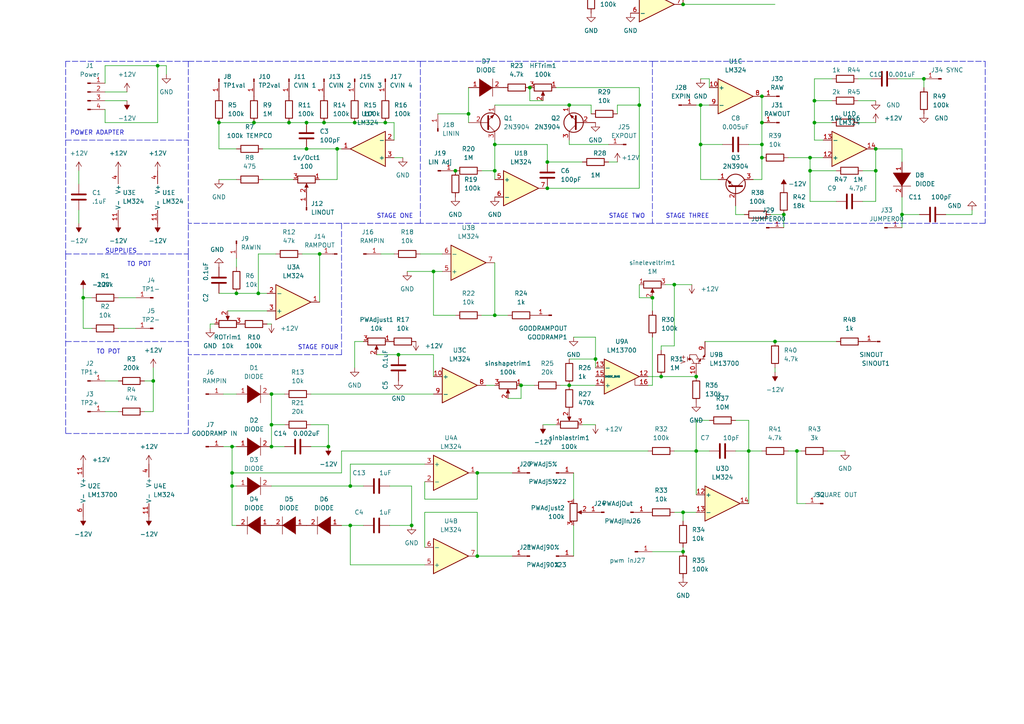
<source format=kicad_sch>
(kicad_sch (version 20211123) (generator eeschema)
  (paper "A4")
  (junction (at 102.87 -109.22))
  (junction (at 102.87 -81.28))
  (junction (at 344.17 44.45))
  (junction (at 165.1 30.48))
  (junction (at -124.46 -104.14))
  (junction (at 321.31 86.36))
  (junction (at 378.46 50.8))
  (junction (at 463.55 132.08))
  (junction (at 67.31 137.16))
  (junction (at -45.72 -99.06))
  (junction (at 153.67 25.4))
  (junction (at 448.31 132.08))
  (junction (at 313.69 130.81))
  (junction (at 80.01 -63.5))
  (junction (at 74.93 85.09))
  (junction (at 541.02 133.35))
  (junction (at 195.58 82.55))
  (junction (at 389.89 50.8))
  (junction (at 347.98 153.67))
  (junction (at -12.7 -104.14))
  (junction (at 361.95 104.14))
  (junction (at 101.6 152.4))
  (junction (at 384.81 138.43))
  (junction (at 63.5 35.56))
  (junction (at 101.6 140.97))
  (junction (at 449.58 31.75))
  (junction (at 80.01 -133.35))
  (junction (at 405.13 48.26))
  (junction (at 467.36 29.21))
  (junction (at 143.51 41.91))
  (junction (at -62.23 -57.15))
  (junction (at 384.81 162.56))
  (junction (at 78.74 123.19))
  (junction (at 45.72 19.05))
  (junction (at -123.19 -101.6))
  (junction (at 482.6 30.48))
  (junction (at 500.38 50.8))
  (junction (at 419.1 105.41))
  (junction (at 467.36 36.83))
  (junction (at 171.45 -3.81))
  (junction (at 143.51 49.53))
  (junction (at 314.96 86.36))
  (junction (at 80.01 -105.41))
  (junction (at 93.98 35.56))
  (junction (at 7.62 -25.4))
  (junction (at 365.76 153.67))
  (junction (at 392.43 -12.7))
  (junction (at 201.93 109.22))
  (junction (at -60.96 -69.85))
  (junction (at 78.74 129.54))
  (junction (at 182.88 -11.43))
  (junction (at 481.33 50.8))
  (junction (at 431.8 31.75))
  (junction (at 397.51 113.03))
  (junction (at 392.43 -5.08))
  (junction (at 67.31 129.54))
  (junction (at 119.38 152.4))
  (junction (at 189.23 86.36))
  (junction (at 172.72 104.14))
  (junction (at 83.82 35.56))
  (junction (at 482.6 36.83))
  (junction (at 102.87 -123.19))
  (junction (at 407.67 -7.62))
  (junction (at 372.11 80.01))
  (junction (at 201.93 130.81))
  (junction (at 217.17 130.81))
  (junction (at 7.62 -30.48))
  (junction (at 165.1 111.76))
  (junction (at 236.22 35.56))
  (junction (at 467.36 43.18))
  (junction (at 220.98 45.72))
  (junction (at 347.98 142.24))
  (junction (at 88.9 43.18))
  (junction (at 102.87 35.56))
  (junction (at 198.12 160.02))
  (junction (at 520.7 109.22))
  (junction (at 67.31 140.97))
  (junction (at 102.87 -137.16))
  (junction (at 477.52 132.08))
  (junction (at 411.48 31.75))
  (junction (at 349.25 36.83))
  (junction (at 254 49.53))
  (junction (at 449.58 43.18))
  (junction (at 158.75 46.99))
  (junction (at 80.01 -77.47))
  (junction (at 44.45 110.49))
  (junction (at 508 63.5))
  (junction (at 88.9 35.56))
  (junction (at 444.5 149.86))
  (junction (at 227.33 62.23))
  (junction (at 325.12 124.46))
  (junction (at 473.71 63.5))
  (junction (at 7.62 -33.02))
  (junction (at 441.96 83.82))
  (junction (at 500.38 44.45))
  (junction (at 220.98 27.94))
  (junction (at 234.95 49.53))
  (junction (at 16.51 -30.48))
  (junction (at 111.76 35.56))
  (junction (at 261.62 62.23))
  (junction (at 158.75 54.61))
  (junction (at 435.61 87.63))
  (junction (at 382.27 34.29))
  (junction (at 383.54 -88.9))
  (junction (at 389.89 92.71))
  (junction (at 15.24 -86.36))
  (junction (at 340.36 36.83))
  (junction (at 467.36 46.99))
  (junction (at -120.65 -96.52))
  (junction (at 138.43 161.29))
  (junction (at 7.62 -35.56))
  (junction (at 514.35 24.13))
  (junction (at 203.2 30.48))
  (junction (at 325.12 130.81))
  (junction (at 7.62 -38.1))
  (junction (at 132.08 49.53))
  (junction (at 341.63 130.81))
  (junction (at 254 43.18))
  (junction (at -60.96 -91.44))
  (junction (at 73.66 35.56))
  (junction (at 80.01 -91.44))
  (junction (at 182.88 -3.81))
  (junction (at 309.88 36.83))
  (junction (at 405.13 55.88))
  (junction (at 191.77 109.22))
  (junction (at 198.12 -6.35))
  (junction (at 407.67 0))
  (junction (at 224.79 99.06))
  (junction (at 220.98 35.56))
  (junction (at 185.42 30.48))
  (junction (at 198.12 148.59))
  (junction (at 411.48 113.03))
  (junction (at 471.17 100.33))
  (junction (at 68.58 85.09))
  (junction (at 78.74 114.3))
  (junction (at 481.33 46.99))
  (junction (at 125.73 78.74))
  (junction (at 135.89 33.02))
  (junction (at 438.15 110.49))
  (junction (at 448.31 110.49))
  (junction (at -44.45 -101.6))
  (junction (at 313.69 142.24))
  (junction (at 339.09 74.93))
  (junction (at 7.62 -27.94))
  (junction (at 330.2 36.83))
  (junction (at 444.5 161.29))
  (junction (at 320.04 36.83))
  (junction (at -62.23 -146.05))
  (junction (at 102.87 -39.37))
  (junction (at 401.32 -96.52))
  (junction (at 267.97 22.86))
  (junction (at -121.92 -99.06))
  (junction (at 151.13 111.76))
  (junction (at 335.28 44.45))
  (junction (at 381 -5.08))
  (junction (at 173.99 -87.63))
  (junction (at 325.12 115.57))
  (junction (at 102.87 -67.31))
  (junction (at 138.43 137.16))
  (junction (at 203.2 41.91))
  (junction (at 24.13 86.36))
  (junction (at 92.71 73.66))
  (junction (at 115.57 102.87))
  (junction (at 234.95 45.72))
  (junction (at 236.22 29.21))
  (junction (at 313.69 138.43))
  (junction (at 95.25 129.54))
  (junction (at 400.05 26.67))
  (junction (at 102.87 -53.34))
  (junction (at 143.51 91.44))
  (junction (at 97.79 43.18))
  (junction (at 80.01 -119.38))
  (junction (at 80.01 -49.53))
  (junction (at 389.89 43.18))
  (junction (at 335.28 36.83))
  (junction (at 358.14 36.83))
  (junction (at 191.77 -95.25))
  (junction (at 231.14 130.81))
  (junction (at 220.98 41.91))
  (junction (at 102.87 -95.25))
  (junction (at 198.12 1.27))
  (wire (pts (xy 481.33 46.99) (xy 485.14 46.99)))
  (polyline (pts (xy 19.05 40.64) (xy 54.61 40.64)))
  (wire (pts (xy 101.6 140.97) (xy 105.41 140.97)))
  (wire (pts (xy 43.18 -114.3) (xy 83.82 -114.3)))
  (wire (pts (xy 530.86 118.11) (xy 535.94 118.11)))
  (wire (pts (xy -124.46 -193.04) (xy -124.46 -104.14)))
  (wire (pts (xy 471.17 109.22) (xy 471.17 107.95)))
  (polyline (pts (xy 99.06 64.77) (xy 99.06 102.87)))
  (wire (pts (xy 203.2 -63.5) (xy 200.66 -63.5)))
  (wire (pts (xy 261.62 43.18) (xy 261.62 46.99)))
  (wire (pts (xy 182.88 -11.43) (xy 182.88 -3.81)))
  (wire (pts (xy -49.53 -27.94) (xy 0 -27.94)))
  (wire (pts (xy -43.18 -77.47) (xy -49.53 -77.47)))
  (wire (pts (xy 387.35 -77.47) (xy 412.75 -77.47)))
  (wire (pts (xy 191.77 109.22) (xy 201.93 109.22)))
  (wire (pts (xy 448.31 132.08) (xy 448.31 144.78)))
  (wire (pts (xy 323.85 95.25) (xy 325.12 95.25)))
  (wire (pts (xy 90.17 123.19) (xy 95.25 123.19)))
  (wire (pts (xy 326.39 74.93) (xy 321.31 74.93)))
  (wire (pts (xy 224.79 99.06) (xy 242.57 99.06)))
  (wire (pts (xy 373.38 34.29) (xy 382.27 34.29)))
  (wire (pts (xy -12.7 -104.14) (xy 15.24 -104.14)))
  (wire (pts (xy 431.8 31.75) (xy 431.8 55.88)))
  (wire (pts (xy -130.81 -104.14) (xy -124.46 -104.14)))
  (wire (pts (xy -69.85 -31.75) (xy -46.99 -31.75)))
  (wire (pts (xy 198.12 -6.35) (xy 198.12 -11.43)))
  (wire (pts (xy -49.53 -119.38) (xy -2.54 -119.38)))
  (wire (pts (xy 482.6 24.13) (xy 487.68 24.13)))
  (wire (pts (xy 349.25 107.95) (xy 349.25 100.33)))
  (wire (pts (xy 191.77 100.33) (xy 195.58 100.33)))
  (wire (pts (xy 115.57 102.87) (xy 125.73 102.87)))
  (wire (pts (xy 177.8 -12.7) (xy 177.8 -76.2)))
  (wire (pts (xy 40.64 -86.36) (xy 40.64 -44.45)))
  (wire (pts (xy -44.45 -54.61) (xy -44.45 -101.6)))
  (wire (pts (xy 181.61 -90.17) (xy 209.55 -90.17)))
  (wire (pts (xy 372.11 80.01) (xy 374.65 80.01)))
  (wire (pts (xy -60.96 -158.75) (xy -60.96 -91.44)))
  (wire (pts (xy 102.87 -53.34) (xy 110.49 -53.34)))
  (wire (pts (xy -69.85 -69.85) (xy -60.96 -69.85)))
  (wire (pts (xy 234.95 58.42) (xy 234.95 49.53)))
  (wire (pts (xy -71.12 -123.19) (xy -16.51 -123.19)))
  (wire (pts (xy 227.33 62.23) (xy 227.33 66.04)))
  (wire (pts (xy 392.43 -12.7) (xy 392.43 -5.08)))
  (wire (pts (xy 217.17 -87.63) (xy 217.17 -90.17)))
  (wire (pts (xy 91.44 -67.31) (xy 102.87 -67.31)))
  (wire (pts (xy -60.96 -91.44) (xy -60.96 -69.85)))
  (wire (pts (xy 121.92 73.66) (xy 128.27 73.66)))
  (wire (pts (xy 114.3 35.56) (xy 114.3 40.64)))
  (wire (pts (xy -120.65 -185.42) (xy -15.24 -185.42)))
  (wire (pts (xy 431.8 26.67) (xy 431.8 31.75)))
  (wire (pts (xy 179.07 -3.81) (xy 182.88 -3.81)))
  (wire (pts (xy 198.12 158.75) (xy 198.12 160.02)))
  (wire (pts (xy 325.12 142.24) (xy 347.98 142.24)))
  (wire (pts (xy 101.6 152.4) (xy 101.6 163.83)))
  (wire (pts (xy 16.51 -26.67) (xy 16.51 -30.48)))
  (wire (pts (xy 260.35 22.86) (xy 267.97 22.86)))
  (wire (pts (xy 113.03 152.4) (xy 119.38 152.4)))
  (wire (pts (xy 165.1 40.64) (xy 165.1 41.91)))
  (wire (pts (xy 153.67 29.21) (xy 153.67 25.4)))
  (wire (pts (xy -43.18 -54.61) (xy -44.45 -54.61)))
  (wire (pts (xy -44.45 -148.59) (xy -46.99 -148.59)))
  (wire (pts (xy 7.62 -25.4) (xy 7.62 -22.86)))
  (wire (pts (xy 431.8 87.63) (xy 435.61 87.63)))
  (wire (pts (xy -71.12 -146.05) (xy -62.23 -146.05)))
  (wire (pts (xy 372.11 92.71) (xy 372.11 80.01)))
  (wire (pts (xy 67.31 129.54) (xy 67.31 137.16)))
  (wire (pts (xy 452.12 24.13) (xy 452.12 26.67)))
  (polyline (pts (xy 54.61 17.78) (xy 54.61 64.77)))
  (wire (pts (xy 185.42 25.4) (xy 185.42 30.48)))
  (wire (pts (xy 97.79 43.18) (xy 99.06 43.18)))
  (wire (pts (xy -62.23 -146.05) (xy -44.45 -146.05)))
  (wire (pts (xy 322.58 53.34) (xy 331.47 53.34)))
  (wire (pts (xy 422.91 48.26) (xy 425.45 48.26)))
  (wire (pts (xy 189.23 97.79) (xy 189.23 111.76)))
  (wire (pts (xy 62.23 93.98) (xy 60.96 93.98)))
  (wire (pts (xy 474.98 46.99) (xy 481.33 46.99)))
  (wire (pts (xy 482.6 30.48) (xy 482.6 36.83)))
  (polyline (pts (xy 435.61 19.05) (xy 532.13 19.05)))
  (wire (pts (xy 463.55 43.18) (xy 467.36 43.18)))
  (wire (pts (xy 67.31 152.4) (xy 68.58 152.4)))
  (wire (pts (xy 236.22 29.21) (xy 236.22 35.56)))
  (wire (pts (xy 449.58 43.18) (xy 449.58 53.34)))
  (wire (pts (xy 438.15 110.49) (xy 448.31 110.49)))
  (wire (pts (xy 364.49 80.01) (xy 372.11 80.01)))
  (wire (pts (xy 143.51 41.91) (xy 158.75 41.91)))
  (wire (pts (xy -15.24 -161.29) (xy -15.24 -185.42)))
  (wire (pts (xy 179.07 30.48) (xy 185.42 30.48)))
  (wire (pts (xy 313.69 138.43) (xy 313.69 142.24)))
  (wire (pts (xy 528.32 62.23) (xy 528.32 63.5)))
  (wire (pts (xy 191.77 101.6) (xy 191.77 100.33)))
  (wire (pts (xy 43.18 -99.06) (xy 43.18 -114.3)))
  (wire (pts (xy -44.45 -156.21) (xy -46.99 -156.21)))
  (polyline (pts (xy 435.61 19.05) (xy 435.61 66.04)))
  (wire (pts (xy 64.77 129.54) (xy 67.31 129.54)))
  (wire (pts (xy 217.17 -90.17) (xy 223.52 -90.17)))
  (wire (pts (xy 412.75 -64.77) (xy 410.21 -64.77)))
  (wire (pts (xy 135.89 33.02) (xy 135.89 35.56)))
  (wire (pts (xy 119.38 140.97) (xy 119.38 152.4)))
  (wire (pts (xy 419.1 105.41) (xy 419.1 107.95)))
  (wire (pts (xy 24.13 86.36) (xy 26.67 86.36)))
  (wire (pts (xy 40.64 -142.24) (xy 83.82 -142.24)))
  (wire (pts (xy 199.39 -95.25) (xy 223.52 -95.25)))
  (wire (pts (xy 173.99 -60.96) (xy 185.42 -60.96)))
  (wire (pts (xy 485.14 41.91) (xy 482.6 41.91)))
  (wire (pts (xy 63.5 35.56) (xy 63.5 43.18)))
  (wire (pts (xy 417.83 31.75) (xy 417.83 34.29)))
  (polyline (pts (xy 368.3 19.05) (xy 435.61 19.05)))
  (wire (pts (xy 168.91 46.99) (xy 158.75 46.99)))
  (wire (pts (xy 44.45 106.68) (xy 44.45 110.49)))
  (polyline (pts (xy 121.92 64.77) (xy 54.61 64.77)))
  (wire (pts (xy 228.6 130.81) (xy 231.14 130.81)))
  (wire (pts (xy 15.24 -88.9) (xy 15.24 -86.36)))
  (wire (pts (xy 527.05 142.24) (xy 530.86 142.24)))
  (wire (pts (xy 488.95 59.69) (xy 481.33 59.69)))
  (wire (pts (xy 344.17 44.45) (xy 345.44 44.45)))
  (wire (pts (xy 330.2 36.83) (xy 335.28 36.83)))
  (polyline (pts (xy 189.23 17.78) (xy 285.75 17.78)))
  (wire (pts (xy 394.97 162.56) (xy 384.81 162.56)))
  (wire (pts (xy 314.96 86.36) (xy 321.31 86.36)))
  (wire (pts (xy 355.6 104.14) (xy 361.95 104.14)))
  (wire (pts (xy 341.63 124.46) (xy 341.63 130.81)))
  (wire (pts (xy 7.62 -38.1) (xy 7.62 -35.56)))
  (wire (pts (xy 22.86 60.96) (xy 22.86 64.77)))
  (wire (pts (xy 80.01 -49.53) (xy 80.01 -30.48)))
  (wire (pts (xy 448.31 31.75) (xy 449.58 31.75)))
  (wire (pts (xy 171.45 30.48) (xy 171.45 33.02)))
  (wire (pts (xy -17.78 -166.37) (xy -17.78 -128.27)))
  (wire (pts (xy 419.1 99.06) (xy 419.1 105.41)))
  (wire (pts (xy 68.58 74.93) (xy 68.58 77.47)))
  (wire (pts (xy -121.92 -187.96) (xy -121.92 -99.06)))
  (wire (pts (xy 452.12 132.08) (xy 448.31 132.08)))
  (wire (pts (xy 173.99 -87.63) (xy 173.99 -60.96)))
  (wire (pts (xy 308.61 95.25) (xy 307.34 95.25)))
  (wire (pts (xy 80.01 73.66) (xy 74.93 73.66)))
  (wire (pts (xy 312.42 91.44) (xy 323.85 91.44)))
  (wire (pts (xy 248.92 29.21) (xy 254 29.21)))
  (wire (pts (xy 538.48 133.35) (xy 541.02 133.35)))
  (wire (pts (xy 213.36 59.69) (xy 213.36 62.23)))
  (wire (pts (xy 203.2 41.91) (xy 209.55 41.91)))
  (wire (pts (xy -50.8 -116.84) (xy -3.81 -116.84)))
  (wire (pts (xy 80.01 -105.41) (xy 91.44 -105.41)))
  (wire (pts (xy 217.17 146.05) (xy 217.17 130.81)))
  (wire (pts (xy 40.64 -96.52) (xy 44.45 -96.52)))
  (wire (pts (xy 41.91 -58.42) (xy 83.82 -58.42)))
  (wire (pts (xy 132.08 91.44) (xy 125.73 91.44)))
  (wire (pts (xy 459.74 60.96) (xy 459.74 63.5)))
  (wire (pts (xy 83.82 35.56) (xy 88.9 35.56)))
  (wire (pts (xy 473.71 63.5) (xy 469.9 63.5)))
  (wire (pts (xy 182.88 -12.7) (xy 182.88 -11.43)))
  (wire (pts (xy 450.85 100.33) (xy 471.17 100.33)))
  (wire (pts (xy 236.22 29.21) (xy 236.22 22.86)))
  (wire (pts (xy 477.52 132.08) (xy 477.52 147.32)))
  (wire (pts (xy 434.34 110.49) (xy 438.15 110.49)))
  (wire (pts (xy -6.35 -111.76) (xy -6.35 -33.02)))
  (wire (pts (xy -130.81 -99.06) (xy -121.92 -99.06)))
  (wire (pts (xy 314.96 76.2) (xy 314.96 78.74)))
  (wire (pts (xy 261.62 62.23) (xy 261.62 66.04)))
  (wire (pts (xy 463.55 132.08) (xy 467.36 132.08)))
  (wire (pts (xy 339.09 53.34) (xy 344.17 53.34)))
  (wire (pts (xy 102.87 99.06) (xy 105.41 99.06)))
  (wire (pts (xy 321.31 74.93) (xy 321.31 86.36)))
  (wire (pts (xy 102.87 -137.16) (xy 110.49 -137.16)))
  (wire (pts (xy 30.48 119.38) (xy 34.29 119.38)))
  (wire (pts (xy 363.22 46.99) (xy 360.68 46.99)))
  (wire (pts (xy 389.89 31.75) (xy 411.48 31.75)))
  (wire (pts (xy 345.44 132.08) (xy 345.44 138.43)))
  (wire (pts (xy 391.16 -91.44) (xy 419.1 -91.44)))
  (wire (pts (xy 528.32 63.5) (xy 520.7 63.5)))
  (wire (pts (xy 441.96 83.82) (xy 447.04 83.82)))
  (polyline (pts (xy 19.05 125.73) (xy 54.61 125.73)))
  (wire (pts (xy 99.06 152.4) (xy 101.6 152.4)))
  (polyline (pts (xy 19.05 17.78) (xy 19.05 40.64)))
  (wire (pts (xy 309.88 86.36) (xy 314.96 86.36)))
  (wire (pts (xy 41.91 -128.27) (xy 83.82 -128.27)))
  (wire (pts (xy 417.83 -7.62) (xy 407.67 -7.62)))
  (wire (pts (xy 91.44 -39.37) (xy 102.87 -39.37)))
  (wire (pts (xy 414.02 -12.7) (xy 425.45 -12.7)))
  (polyline (pts (xy 99.06 102.87) (xy 54.61 102.87)))
  (wire (pts (xy 204.47 99.06) (xy 224.79 99.06)))
  (wire (pts (xy 236.22 22.86) (xy 241.3 22.86)))
  (wire (pts (xy 441.96 132.08) (xy 448.31 132.08)))
  (wire (pts (xy 449.58 53.34) (xy 454.66 53.34)))
  (wire (pts (xy 187.96 130.81) (xy 99.06 130.81)))
  (wire (pts (xy 387.35 -13.97) (xy 387.35 -77.47)))
  (wire (pts (xy 392.43 -5.08) (xy 392.43 -2.54)))
  (wire (pts (xy 80.01 -49.53) (xy 91.44 -49.53)))
  (wire (pts (xy 91.44 -109.22) (xy 102.87 -109.22)))
  (wire (pts (xy 435.61 113.03) (xy 434.34 113.03)))
  (wire (pts (xy -12.7 -74.93) (xy -12.7 -104.14)))
  (wire (pts (xy 135.89 25.4) (xy 135.89 33.02)))
  (wire (pts (xy 541.02 129.54) (xy 541.02 133.35)))
  (wire (pts (xy 500.38 59.69) (xy 496.57 59.69)))
  (wire (pts (xy 173.99 -95.25) (xy 173.99 -87.63)))
  (wire (pts (xy 480.06 147.32) (xy 477.52 147.32)))
  (wire (pts (xy 99.06 130.81) (xy 99.06 137.16)))
  (wire (pts (xy -16.51 -158.75) (xy -16.51 -123.19)))
  (wire (pts (xy 389.89 -19.05) (xy 414.02 -19.05)))
  (wire (pts (xy 408.94 -96.52) (xy 433.07 -96.52)))
  (wire (pts (xy 389.89 92.71) (xy 393.7 92.71)))
  (wire (pts (xy 220.98 52.07) (xy 218.44 52.07)))
  (wire (pts (xy 125.73 78.74) (xy 128.27 78.74)))
  (wire (pts (xy 473.71 63.5) (xy 473.71 67.31)))
  (wire (pts (xy 325.12 124.46) (xy 328.93 124.46)))
  (wire (pts (xy 401.32 -92.71) (xy 401.32 -96.52)))
  (polyline (pts (xy 54.61 17.78) (xy 19.05 17.78)))
  (wire (pts (xy 368.3 74.93) (xy 374.65 74.93)))
  (wire (pts (xy 349.25 36.83) (xy 358.14 36.83)))
  (wire (pts (xy 161.29 25.4) (xy 185.42 25.4)))
  (wire (pts (xy 80.01 -63.5) (xy 91.44 -63.5)))
  (wire (pts (xy -44.45 -153.67) (xy -48.26 -153.67)))
  (wire (pts (xy 213.36 62.23) (xy 215.9 62.23)))
  (wire (pts (xy 73.66 35.56) (xy 83.82 35.56)))
  (wire (pts (xy 143.51 41.91) (xy 143.51 49.53)))
  (polyline (pts (xy 435.61 66.04) (xy 368.3 66.04)))
  (wire (pts (xy 165.1 41.91) (xy 176.53 41.91)))
  (wire (pts (xy 203.2 22.86) (xy 205.74 22.86)))
  (wire (pts (xy 339.09 74.93) (xy 339.09 88.9)))
  (wire (pts (xy -45.72 -143.51) (xy -45.72 -190.5)))
  (wire (pts (xy 217.17 130.81) (xy 220.98 130.81)))
  (wire (pts (xy -3.81 -38.1) (xy 0 -38.1)))
  (wire (pts (xy 220.98 41.91) (xy 220.98 45.72)))
  (wire (pts (xy 91.44 -53.34) (xy 102.87 -53.34)))
  (wire (pts (xy 389.89 41.91) (xy 389.89 43.18)))
  (wire (pts (xy 198.12 148.59) (xy 201.93 148.59)))
  (wire (pts (xy 415.29 48.26) (xy 405.13 48.26)))
  (wire (pts (xy 138.43 137.16) (xy 148.59 137.16)))
  (wire (pts (xy 444.5 149.86) (xy 448.31 149.86)))
  (wire (pts (xy 520.7 106.68) (xy 520.7 109.22)))
  (wire (pts (xy 205.74 22.86) (xy 205.74 25.4)))
  (wire (pts (xy 195.58 82.55) (xy 200.66 82.55)))
  (wire (pts (xy 242.57 49.53) (xy 234.95 49.53)))
  (wire (pts (xy 474.98 132.08) (xy 477.52 132.08)))
  (wire (pts (xy 500.38 44.45) (xy 500.38 50.8)))
  (wire (pts (xy 336.55 124.46) (xy 341.63 124.46)))
  (wire (pts (xy 217.17 121.92) (xy 217.17 130.81)))
  (wire (pts (xy 7.62 -33.02) (xy 7.62 -30.48)))
  (wire (pts (xy 91.44 -95.25) (xy 102.87 -95.25)))
  (wire (pts (xy 139.7 49.53) (xy 143.51 49.53)))
  (wire (pts (xy 44.45 -86.36) (xy 83.82 -86.36)))
  (wire (pts (xy -130.81 -96.52) (xy -120.65 -96.52)))
  (wire (pts (xy 382.27 26.67) (xy 382.27 34.29)))
  (wire (pts (xy 204.47 -17.78) (xy 204.47 -11.43)))
  (wire (pts (xy 97.79 52.07) (xy 97.79 43.18)))
  (wire (pts (xy 67.31 129.54) (xy 68.58 129.54)))
  (wire (pts (xy 267.97 22.86) (xy 267.97 25.4)))
  (wire (pts (xy 508 63.5) (xy 508 67.31)))
  (wire (pts (xy 40.64 -99.06) (xy 43.18 -99.06)))
  (wire (pts (xy 347.98 153.67) (xy 347.98 165.1)))
  (wire (pts (xy -19.05 -158.75) (xy -16.51 -158.75)))
  (polyline (pts (xy 54.61 17.78) (xy 121.92 17.78)))
  (wire (pts (xy 157.48 123.19) (xy 161.29 123.19)))
  (wire (pts (xy -44.45 -111.76) (xy -6.35 -111.76)))
  (wire (pts (xy 123.19 163.83) (xy 101.6 163.83)))
  (wire (pts (xy 101.6 134.62) (xy 123.19 134.62)))
  (wire (pts (xy 228.6 45.72) (xy 234.95 45.72)))
  (wire (pts (xy 412.75 138.43) (xy 412.75 146.05)))
  (wire (pts (xy 217.17 41.91) (xy 220.98 41.91)))
  (wire (pts (xy 67.31 137.16) (xy 99.06 137.16)))
  (wire (pts (xy 76.2 52.07) (xy 85.09 52.07)))
  (wire (pts (xy 189.23 160.02) (xy 198.12 160.02)))
  (wire (pts (xy 109.22 102.87) (xy 115.57 102.87)))
  (wire (pts (xy 431.8 83.82) (xy 431.8 87.63)))
  (wire (pts (xy 520.7 109.22) (xy 523.24 109.22)))
  (wire (pts (xy 486.41 132.08) (xy 491.49 132.08)))
  (wire (pts (xy 405.13 48.26) (xy 405.13 43.18)))
  (wire (pts (xy 378.46 92.71) (xy 372.11 92.71)))
  (wire (pts (xy 438.15 102.87) (xy 438.15 101.6)))
  (wire (pts (xy 435.61 99.06) (xy 435.61 113.03)))
  (wire (pts (xy 123.19 158.75) (xy 123.19 148.59)))
  (wire (pts (xy 158.75 54.61) (xy 185.42 54.61)))
  (wire (pts (xy 384.81 138.43) (xy 394.97 138.43)))
  (wire (pts (xy 80.01 -133.35) (xy 91.44 -133.35)))
  (wire (pts (xy 185.42 86.36) (xy 189.23 86.36)))
  (wire (pts (xy 482.6 41.91) (xy 482.6 36.83)))
  (wire (pts (xy 151.13 115.57) (xy 151.13 111.76)))
  (wire (pts (xy 419.1 124.46) (xy 415.29 124.46)))
  (wire (pts (xy 407.67 26.67) (xy 431.8 26.67)))
  (wire (pts (xy -60.96 -158.75) (xy -44.45 -158.75)))
  (wire (pts (xy 34.29 95.25) (xy 39.37 95.25)))
  (wire (pts (xy 45.72 19.05) (xy 48.26 19.05)))
  (wire (pts (xy 231.14 130.81) (xy 232.41 130.81)))
  (wire (pts (xy 185.42 82.55) (xy 185.42 86.36)))
  (wire (pts (xy 215.9 -6.35) (xy 218.44 -6.35)))
  (wire (pts (xy 359.41 153.67) (xy 365.76 153.67)))
  (wire (pts (xy 203.2 52.07) (xy 208.28 52.07)))
  (wire (pts (xy -43.18 -72.39) (xy -48.26 -72.39)))
  (wire (pts (xy 313.69 130.81) (xy 314.96 130.81)))
  (polyline (pts (xy 532.13 19.05) (xy 532.13 66.04)))
  (wire (pts (xy 93.98 35.56) (xy 102.87 35.56)))
  (wire (pts (xy 347.98 142.24) (xy 351.79 142.24)))
  (wire (pts (xy 102.87 -81.28) (xy 110.49 -81.28)))
  (wire (pts (xy 203.2 41.91) (xy 203.2 52.07)))
  (wire (pts (xy 43.18 -91.44) (xy 43.18 -72.39)))
  (wire (pts (xy 220.98 27.94) (xy 220.98 35.56)))
  (wire (pts (xy 514.35 24.13) (xy 514.35 26.67)))
  (wire (pts (xy -48.26 -30.48) (xy 0 -30.48)))
  (wire (pts (xy 500.38 44.45) (xy 508 44.45)))
  (wire (pts (xy 254 43.18) (xy 261.62 43.18)))
  (wire (pts (xy 401.32 113.03) (xy 397.51 113.03)))
  (wire (pts (xy 325.12 130.81) (xy 328.93 130.81)))
  (wire (pts (xy 412.75 153.67) (xy 412.75 162.56)))
  (wire (pts (xy -19.05 -114.3) (xy -5.08 -114.3)))
  (wire (pts (xy 344.17 53.34) (xy 344.17 44.45)))
  (wire (pts (xy -46.99 -156.21) (xy -46.99 -187.96)))
  (wire (pts (xy 463.55 132.08) (xy 459.74 132.08)))
  (wire (pts (xy 313.69 142.24) (xy 314.96 142.24)))
  (wire (pts (xy 508 58.42) (xy 508 63.5)))
  (wire (pts (xy 223.52 -95.25) (xy 223.52 -90.17)))
  (wire (pts (xy 22.86 -26.67) (xy 16.51 -26.67)))
  (wire (pts (xy 204.47 -11.43) (xy 215.9 -11.43)))
  (wire (pts (xy 176.53 46.99) (xy 179.07 46.99)))
  (wire (pts (xy 187.96 109.22) (xy 191.77 109.22)))
  (wire (pts (xy 482.6 30.48) (xy 487.68 30.48)))
  (wire (pts (xy 488.95 50.8) (xy 481.33 50.8)))
  (wire (pts (xy 254 49.53) (xy 250.19 49.53)))
  (wire (pts (xy 201.93 130.81) (xy 201.93 121.92)))
  (wire (pts (xy 78.74 129.54) (xy 82.55 129.54)))
  (wire (pts (xy 359.41 142.24) (xy 365.76 142.24)))
  (wire (pts (xy 191.77 -91.44) (xy 191.77 -95.25)))
  (wire (pts (xy -43.18 -22.86) (xy 0 -22.86)))
  (wire (pts (xy 80.01 -147.32) (xy 80.01 -133.35)))
  (wire (pts (xy -17.78 -72.39) (xy -13.97 -72.39)))
  (wire (pts (xy -50.8 -166.37) (xy -50.8 -116.84)))
  (wire (pts (xy 426.72 -91.44) (xy 433.07 -91.44)))
  (wire (pts (xy 412.75 99.06) (xy 419.1 99.06)))
  (wire (pts (xy -17.78 -25.4) (xy 0 -25.4)))
  (wire (pts (xy 198.12 151.13) (xy 198.12 148.59)))
  (wire (pts (xy 40.64 -88.9) (xy 41.91 -88.9)))
  (wire (pts (xy 113.03 140.97) (xy 119.38 140.97)))
  (wire (pts (xy 236.22 35.56) (xy 241.3 35.56)))
  (wire (pts (xy 193.04 82.55) (xy 195.58 82.55)))
  (wire (pts (xy 165.1 104.14) (xy 172.72 104.14)))
  (wire (pts (xy 403.86 30.48) (xy 400.05 30.48)))
  (wire (pts (xy 203.2 -76.2) (xy 203.2 -63.5)))
  (wire (pts (xy 48.26 19.05) (xy 48.26 21.59)))
  (wire (pts (xy 172.72 123.19) (xy 168.91 123.19)))
  (wire (pts (xy 209.55 -90.17) (xy 209.55 -87.63)))
  (wire (pts (xy -120.65 -96.52) (xy -120.65 -185.42)))
  (wire (pts (xy -19.05 -163.83) (xy -13.97 -163.83)))
  (wire (pts (xy -43.18 -64.77) (xy -46.99 -64.77)))
  (wire (pts (xy 463.55 123.19) (xy 463.55 132.08)))
  (wire (pts (xy 166.37 152.4) (xy 166.37 161.29)))
  (wire (pts (xy 322.58 44.45) (xy 335.28 44.45)))
  (wire (pts (xy 189.23 111.76) (xy 187.96 111.76)))
  (wire (pts (xy 520.7 109.22) (xy 520.7 118.11)))
  (wire (pts (xy -19.05 -166.37) (xy -17.78 -166.37)))
  (wire (pts (xy 389.89 92.71) (xy 386.08 92.71)))
  (wire (pts (xy 182.88 -12.7) (xy 177.8 -12.7)))
  (wire (pts (xy 201.93 121.92) (xy 205.74 121.92)))
  (wire (pts (xy 240.03 130.81) (xy 245.11 130.81)))
  (wire (pts (xy 335.28 44.45) (xy 344.17 44.45)))
  (wire (pts (xy 408.94 113.03) (xy 411.48 113.03)))
  (wire (pts (xy 179.07 33.02) (xy 179.07 30.48)))
  (wire (pts (xy 7.62 -35.56) (xy 7.62 -33.02)))
  (wire (pts (xy 369.57 146.05) (xy 384.81 146.05)))
  (wire (pts (xy 78.74 114.3) (xy 82.55 114.3)))
  (wire (pts (xy 541.02 133.35) (xy 541.02 142.24)))
  (wire (pts (xy 358.14 36.83) (xy 360.68 36.83)))
  (wire (pts (xy -13.97 -163.83) (xy -13.97 -193.04)))
  (wire (pts (xy -17.78 -74.93) (xy -12.7 -74.93)))
  (wire (pts (xy 336.55 115.57) (xy 372.11 115.57)))
  (wire (pts (xy 463.55 147.32) (xy 463.55 132.08)))
  (wire (pts (xy 392.43 -13.97) (xy 387.35 -13.97)))
  (wire (pts (xy 88.9 43.18) (xy 97.79 43.18)))
  (wire (pts (xy 63.5 43.18) (xy 68.58 43.18)))
  (wire (pts (xy 236.22 29.21) (xy 241.3 29.21)))
  (wire (pts (xy 313.69 130.81) (xy 313.69 138.43)))
  (wire (pts (xy 242.57 58.42) (xy 234.95 58.42)))
  (wire (pts (xy 157.48 29.21) (xy 153.67 29.21)))
  (wire (pts (xy 74.93 73.66) (xy 74.93 85.09)))
  (wire (pts (xy 182.88 -3.81) (xy 182.88 -1.27)))
  (polyline (pts (xy 189.23 64.77) (xy 121.92 64.77)))
  (wire (pts (xy -69.85 -36.83) (xy -45.72 -36.83)))
  (wire (pts (xy 313.69 138.43) (xy 345.44 138.43)))
  (wire (pts (xy -123.19 -101.6) (xy -123.19 -190.5)))
  (wire (pts (xy 80.01 -63.5) (xy 80.01 -49.53)))
  (wire (pts (xy 201.93 130.81) (xy 201.93 143.51)))
  (wire (pts (xy 386.08 50.8) (xy 389.89 50.8)))
  (wire (pts (xy 369.57 160.02) (xy 369.57 149.86)))
  (wire (pts (xy -17.78 -69.85) (xy -15.24 -69.85)))
  (wire (pts (xy 471.17 100.33) (xy 488.95 100.33)))
  (wire (pts (xy 74.93 85.09) (xy 77.47 85.09)))
  (wire (pts (xy 127 33.02) (xy 135.89 33.02)))
  (wire (pts (xy 123.19 144.78) (xy 138.43 144.78)))
  (wire (pts (xy 195.58 130.81) (xy 201.93 130.81)))
  (wire (pts (xy 166.37 97.79) (xy 172.72 97.79)))
  (wire (pts (xy 449.58 31.75) (xy 452.12 31.75)))
  (wire (pts (xy 311.15 115.57) (xy 314.96 115.57)))
  (wire (pts (xy 467.36 29.21) (xy 467.36 36.83)))
  (wire (pts (xy 91.44 -137.16) (xy 102.87 -137.16)))
  (polyline (pts (xy 121.92 17.78) (xy 189.23 17.78)))
  (wire (pts (xy 78.74 140.97) (xy 101.6 140.97)))
  (wire (pts (xy 527.05 133.35) (xy 530.86 133.35)))
  (wire (pts (xy 365.76 142.24) (xy 365.76 153.67)))
  (wire (pts (xy 307.34 95.25) (xy 307.34 96.52)))
  (wire (pts (xy 92.71 73.66) (xy 92.71 87.63)))
  (wire (pts (xy 220.98 35.56) (xy 220.98 41.91)))
  (wire (pts (xy 165.1 30.48) (xy 171.45 30.48)))
  (wire (pts (xy -71.12 -120.65) (xy -48.26 -120.65)))
  (wire (pts (xy 392.43 -13.97) (xy 392.43 -12.7)))
  (wire (pts (xy -17.78 -64.77) (xy -17.78 -25.4)))
  (wire (pts (xy -45.72 -59.69) (xy -45.72 -36.83)))
  (polyline (pts (xy 19.05 40.64) (xy 19.05 73.66)))
  (wire (pts (xy 411.48 41.91) (xy 411.48 43.18)))
  (wire (pts (xy 435.61 87.63) (xy 435.61 91.44)))
  (wire (pts (xy 80.01 -105.41) (xy 80.01 -91.44)))
  (wire (pts (xy 387.35 113.03) (xy 389.89 113.03)))
  (wire (pts (xy -62.23 -57.15) (xy -43.18 -57.15)))
  (wire (pts (xy 234.95 45.72) (xy 238.76 45.72)))
  (wire (pts (xy -123.19 -190.5) (xy -45.72 -190.5)))
  (wire (pts (xy 444.5 160.02) (xy 444.5 161.29)))
  (wire (pts (xy 400.05 30.48) (xy 400.05 26.67)))
  (wire (pts (xy 374.65 -88.9) (xy 383.54 -88.9)))
  (polyline (pts (xy 54.61 125.73) (xy 54.61 73.66)))
  (wire (pts (xy 411.48 113.03) (xy 419.1 113.03)))
  (polyline (pts (xy 54.61 73.66) (xy 54.61 64.77)))
  (wire (pts (xy 369.57 149.86) (xy 384.81 149.86)))
  (wire (pts (xy 30.48 19.05) (xy 45.72 19.05)))
  (wire (pts (xy 76.2 43.18) (xy 88.9 43.18)))
  (wire (pts (xy 309.88 36.83) (xy 309.88 44.45)))
  (wire (pts (xy 140.97 111.76) (xy 143.51 111.76)))
  (wire (pts (xy 361.95 104.14) (xy 372.11 104.14)))
  (wire (pts (xy 102.87 35.56) (xy 111.76 35.56)))
  (wire (pts (xy 143.51 30.48) (xy 165.1 30.48)))
  (wire (pts (xy 467.36 53.34) (xy 464.82 53.34)))
  (polyline (pts (xy 368.3 19.05) (xy 368.3 66.04)))
  (wire (pts (xy 434.34 132.08) (xy 345.44 132.08)))
  (polyline (pts (xy 345.44 66.04) (xy 345.44 104.14)))
  (wire (pts (xy 30.48 110.49) (xy 34.29 110.49)))
  (wire (pts (xy 248.92 22.86) (xy 252.73 22.86)))
  (wire (pts (xy 384.81 149.86) (xy 384.81 162.56)))
  (wire (pts (xy 148.59 161.29) (xy 138.43 161.29)))
  (wire (pts (xy 7.62 -27.94) (xy 7.62 -25.4)))
  (wire (pts (xy 138.43 148.59) (xy 138.43 161.29)))
  (wire (pts (xy 24.13 86.36) (xy 24.13 95.25)))
  (polyline (pts (xy 121.92 17.78) (xy 121.92 64.77)))
  (wire (pts (xy 63.5 52.07) (xy 68.58 52.07)))
  (wire (pts (xy 138.43 144.78) (xy 138.43 137.16)))
  (wire (pts (xy 254 49.53) (xy 254 58.42)))
  (wire (pts (xy 24.13 95.25) (xy 26.67 95.25)))
  (wire (pts (xy -2.54 -119.38) (xy -2.54 -40.64)))
  (wire (pts (xy 336.55 130.81) (xy 341.63 130.81)))
  (wire (pts (xy 309.88 36.83) (xy 320.04 36.83)))
  (wire (pts (xy -48.26 -72.39) (xy -48.26 -30.48)))
  (wire (pts (xy 425.45 31.75) (xy 431.8 31.75)))
  (wire (pts (xy 201.93 30.48) (xy 203.2 30.48)))
  (wire (pts (xy 394.97 -57.15) (xy 389.89 -57.15)))
  (wire (pts (xy 143.51 76.2) (xy 143.51 91.44)))
  (wire (pts (xy 392.43 -12.7) (xy 407.67 -12.7)))
  (wire (pts (xy -123.19 -101.6) (xy -44.45 -101.6)))
  (wire (pts (xy 254 43.18) (xy 254 49.53)))
  (wire (pts (xy 123.19 139.7) (xy 123.19 144.78)))
  (wire (pts (xy 213.36 121.92) (xy 217.17 121.92)))
  (wire (pts (xy 382.27 34.29) (xy 382.27 36.83)))
  (wire (pts (xy 80.01 -119.38) (xy 91.44 -119.38)))
  (wire (pts (xy 238.76 40.64) (xy 236.22 40.64)))
  (wire (pts (xy 45.72 35.56) (xy 30.48 35.56)))
  (wire (pts (xy 217.17 130.81) (xy 213.36 130.81)))
  (wire (pts (xy 325.12 115.57) (xy 325.12 124.46)))
  (wire (pts (xy -44.45 -161.29) (xy -49.53 -161.29)))
  (wire (pts (xy 438.15 101.6) (xy 441.96 101.6)))
  (wire (pts (xy 500.38 50.8) (xy 500.38 59.69)))
  (wire (pts (xy 158.75 46.99) (xy 158.75 41.91)))
  (wire (pts (xy 405.13 55.88) (xy 431.8 55.88)))
  (wire (pts (xy 60.96 93.98) (xy 60.96 95.25)))
  (wire (pts (xy 227.33 62.23) (xy 223.52 62.23)))
  (wire (pts (xy -130.81 -101.6) (xy -123.19 -101.6)))
  (wire (pts (xy 411.48 43.18) (xy 422.91 43.18)))
  (wire (pts (xy 80.01 -91.44) (xy 80.01 -77.47)))
  (wire (pts (xy 313.69 142.24) (xy 313.69 153.67)))
  (wire (pts (xy 24.13 83.82) (xy 24.13 86.36)))
  (wire (pts (xy -69.85 -57.15) (xy -62.23 -57.15)))
  (wire (pts (xy 67.31 140.97) (xy 68.58 140.97)))
  (wire (pts (xy 383.54 -88.9) (xy 383.54 -62.23)))
  (wire (pts (xy 44.45 -96.52) (xy 44.45 -100.33)))
  (wire (pts (xy 425.45 34.29) (xy 425.45 31.75)))
  (wire (pts (xy 154.94 111.76) (xy 151.13 111.76)))
  (wire (pts (xy 63.5 85.09) (xy 68.58 85.09)))
  (wire (pts (xy -44.45 -140.97) (xy -44.45 -111.76)))
  (wire (pts (xy 236.22 40.64) (xy 236.22 35.56)))
  (wire (pts (xy 234.95 49.53) (xy 234.95 45.72)))
  (wire (pts (xy -62.23 -146.05) (xy -62.23 -57.15)))
  (wire (pts (xy 384.81 146.05) (xy 384.81 138.43)))
  (wire (pts (xy 165.1 111.76) (xy 172.72 111.76)))
  (wire (pts (xy 195.58 148.59) (xy 198.12 148.59)))
  (wire (pts (xy -69.85 -34.29) (xy -15.24 -34.29)))
  (polyline (pts (xy 19.05 73.66) (xy 19.05 125.73)))
  (wire (pts (xy 125.73 91.44) (xy 125.73 78.74)))
  (wire (pts (xy 397.51 116.84) (xy 397.51 113.03)))
  (wire (pts (xy 91.44 -147.32) (xy 80.01 -147.32)))
  (wire (pts (xy 64.77 114.3) (xy 68.58 114.3)))
  (polyline (pts (xy 19.05 99.06) (xy 54.61 99.06)))
  (wire (pts (xy 349.25 100.33) (xy 351.79 100.33)))
  (wire (pts (xy -69.85 -39.37) (xy -16.51 -39.37)))
  (wire (pts (xy 172.72 97.79) (xy 172.72 104.14)))
  (wire (pts (xy 44.45 -93.98) (xy 44.45 -86.36)))
  (wire (pts (xy 231.14 130.81) (xy 231.14 146.05)))
  (wire (pts (xy 220.98 45.72) (xy 220.98 52.07)))
  (wire (pts (xy 30.48 35.56) (xy 30.48 31.75)))
  (wire (pts (xy 165.1 -87.63) (xy 173.99 -87.63)))
  (wire (pts (xy 403.86 124.46) (xy 407.67 124.46)))
  (wire (pts (xy 44.45 -100.33) (xy 83.82 -100.33)))
  (wire (pts (xy 389.89 50.8) (xy 389.89 53.34)))
  (wire (pts (xy 40.64 -93.98) (xy 44.45 -93.98)))
  (wire (pts (xy 95.25 123.19) (xy 95.25 129.54)))
  (wire (pts (xy 448.31 132.08) (xy 448.31 123.19)))
  (wire (pts (xy 147.32 115.57) (xy 151.13 115.57)))
  (wire (pts (xy 90.17 129.54) (xy 95.25 129.54)))
  (wire (pts (xy 205.74 130.81) (xy 201.93 130.81)))
  (wire (pts (xy 224.79 107.95) (xy 224.79 106.68)))
  (polyline (pts (xy 532.13 66.04) (xy 435.61 66.04)))
  (wire (pts (xy 444.5 152.4) (xy 444.5 149.86)))
  (wire (pts (xy -49.53 -77.47) (xy -49.53 -27.94)))
  (wire (pts (xy 162.56 111.76) (xy 165.1 111.76)))
  (wire (pts (xy 78.74 123.19) (xy 82.55 123.19)))
  (wire (pts (xy 102.87 106.68) (xy 102.87 99.06)))
  (wire (pts (xy 80.01 -119.38) (xy 80.01 -105.41)))
  (wire (pts (xy 30.48 26.67) (xy 36.83 26.67)))
  (wire (pts (xy 91.44 -123.19) (xy 102.87 -123.19)))
  (wire (pts (xy -44.45 -166.37) (xy -50.8 -166.37)))
  (wire (pts (xy 101.6 134.62) (xy 101.6 140.97)))
  (wire (pts (xy 449.58 24.13) (xy 452.12 24.13)))
  (wire (pts (xy -45.72 -67.31) (xy -45.72 -99.06)))
  (wire (pts (xy 102.87 -67.31) (xy 110.49 -67.31)))
  (wire (pts (xy 180.34 -55.88) (xy 180.34 -17.78)))
  (wire (pts (xy 426.72 -88.9) (xy 426.72 -91.44)))
  (wire (pts (xy 407.67 -7.62) (xy 407.67 -12.7)))
  (wire (pts (xy 369.57 140.97) (xy 369.57 146.05)))
  (wire (pts (xy 110.49 73.66) (xy 114.3 73.66)))
  (wire (pts (xy 360.68 36.83) (xy 360.68 41.91)))
  (wire (pts (xy 78.74 123.19) (xy 78.74 129.54)))
  (wire (pts (xy -71.12 -128.27) (xy -17.78 -128.27)))
  (wire (pts (xy 26.67 -30.48) (xy 80.01 -30.48)))
  (wire (pts (xy 459.74 63.5) (xy 462.28 63.5)))
  (wire (pts (xy 87.63 73.66) (xy 92.71 73.66)))
  (wire (pts (xy 321.31 86.36) (xy 323.85 86.36)))
  (wire (pts (xy 334.01 74.93) (xy 339.09 74.93)))
  (wire (pts (xy 467.36 36.83) (xy 467.36 43.18)))
  (polyline (pts (xy 19.05 73.66) (xy 54.61 73.66)))
  (polyline (pts (xy 189.23 17.78) (xy 189.23 64.77)))
  (wire (pts (xy 347.98 135.89) (xy 369.57 135.89)))
  (wire (pts (xy 435.61 161.29) (xy 444.5 161.29)))
  (wire (pts (xy -17.78 -77.47) (xy -16.51 -77.47)))
  (wire (pts (xy 40.64 -91.44) (xy 43.18 -91.44)))
  (wire (pts (xy 372.11 104.14) (xy 372.11 110.49)))
  (wire (pts (xy 80.01 -91.44) (xy 91.44 -91.44)))
  (wire (pts (xy -2.54 -40.64) (xy 0 -40.64)))
  (wire (pts (xy -44.45 -143.51) (xy -45.72 -143.51)))
  (wire (pts (xy 311.15 130.81) (xy 313.69 130.81)))
  (wire (pts (xy 67.31 137.16) (xy 67.31 140.97)))
  (wire (pts (xy 369.57 165.1) (xy 347.98 165.1)))
  (wire (pts (xy -124.46 -193.04) (xy -13.97 -193.04)))
  (wire (pts (xy 177.8 -76.2) (xy 203.2 -76.2)))
  (wire (pts (xy -5.08 -35.56) (xy 0 -35.56)))
  (wire (pts (xy -6.35 -33.02) (xy 0 -33.02)))
  (wire (pts (xy 63.5 35.56) (xy 73.66 35.56)))
  (wire (pts (xy 467.36 46.99) (xy 467.36 53.34)))
  (wire (pts (xy 67.31 140.97) (xy 67.31 152.4)))
  (wire (pts (xy 313.69 153.67) (xy 314.96 153.67)))
  (wire (pts (xy 411.48 31.75) (xy 417.83 31.75)))
  (wire (pts (xy 180.34 -17.78) (xy 204.47 -17.78)))
  (wire (pts (xy -43.18 -67.31) (xy -45.72 -67.31)))
  (wire (pts (xy 281.94 62.23) (xy 274.32 62.23)))
  (wire (pts (xy 347.98 153.67) (xy 351.79 153.67)))
  (wire (pts (xy 411.48 105.41) (xy 419.1 105.41)))
  (wire (pts (xy -13.97 -72.39) (xy -13.97 -96.52)))
  (wire (pts (xy 405.13 -92.71) (xy 401.32 -92.71)))
  (wire (pts (xy 412.75 -77.47) (xy 412.75 -64.77)))
  (wire (pts (xy 261.62 57.15) (xy 261.62 62.23)))
  (wire (pts (xy 208.28 -6.35) (xy 198.12 -6.35)))
  (wire (pts (xy 541.02 142.24) (xy 538.48 142.24)))
  (wire (pts (xy 449.58 31.75) (xy 449.58 43.18)))
  (wire (pts (xy 441.96 83.82) (xy 441.96 101.6)))
  (wire (pts (xy 116.84 45.72) (xy 114.3 45.72)))
  (wire (pts (xy 125.73 102.87) (xy 125.73 109.22)))
  (wire (pts (xy -124.46 -104.14) (xy -12.7 -104.14)))
  (wire (pts (xy 44.45 119.38) (xy 41.91 119.38)))
  (wire (pts (xy 118.11 78.74) (xy 125.73 78.74)))
  (wire (pts (xy 508 63.5) (xy 513.08 63.5)))
  (wire (pts (xy 347.98 135.89) (xy 347.98 142.24)))
  (wire (pts (xy 481.33 59.69) (xy 481.33 50.8)))
  (wire (pts (xy 40.64 -104.14) (xy 40.64 -142.24)))
  (wire (pts (xy 481.33 50.8) (xy 481.33 46.99)))
  (wire (pts (xy 482.6 30.48) (xy 482.6 24.13)))
  (wire (pts (xy -43.18 -52.07) (xy -43.18 -22.86)))
  (wire (pts (xy 198.12 1.27) (xy 224.79 1.27)))
  (wire (pts (xy 80.01 -77.47) (xy 80.01 -63.5)))
  (wire (pts (xy 383.54 -96.52) (xy 383.54 -88.9)))
  (wire (pts (xy 419.1 -91.44) (xy 419.1 -88.9)))
  (wire (pts (xy -19.05 -153.67) (xy -19.05 -114.3)))
  (wire (pts (xy 102.87 -39.37) (xy 110.49 -39.37)))
  (wire (pts (xy 80.01 -133.35) (xy 80.01 -119.38)))
  (wire (pts (xy 195.58 -91.44) (xy 191.77 -91.44)))
  (wire (pts (xy 66.04 90.17) (xy 77.47 90.17)))
  (wire (pts (xy -46.99 -148.59) (xy -46.99 -125.73)))
  (wire (pts (xy -5.08 -114.3) (xy -5.08 -35.56)))
  (wire (pts (xy 439.42 83.82) (xy 441.96 83.82)))
  (wire (pts (xy 22.86 49.53) (xy 22.86 53.34)))
  (wire (pts (xy 101.6 152.4) (xy 105.41 152.4)))
  (wire (pts (xy 78.74 114.3) (xy 78.74 123.19)))
  (wire (pts (xy 248.92 35.56) (xy 254 35.56)))
  (wire (pts (xy 506.73 24.13) (xy 514.35 24.13)))
  (wire (pts (xy 393.7 116.84) (xy 397.51 116.84)))
  (wire (pts (xy 261.62 62.23) (xy 266.7 62.23)))
  (wire (pts (xy 441.96 149.86) (xy 444.5 149.86)))
  (wire (pts (xy 449.58 43.18) (xy 455.93 43.18)))
  (wire (pts (xy -15.24 -69.85) (xy -15.24 -34.29)))
  (wire (pts (xy 44.45 110.49) (xy 44.45 119.38)))
  (wire (pts (xy 356.87 74.93) (xy 360.68 74.93)))
  (wire (pts (xy 102.87 -109.22) (xy 110.49 -109.22)))
  (wire (pts (xy -71.12 -125.73) (xy -46.99 -125.73)))
  (wire (pts (xy -3.81 -116.84) (xy -3.81 -38.1)))
  (wire (pts (xy 335.28 36.83) (xy 340.36 36.83)))
  (wire (pts (xy 345.44 153.67) (xy 347.98 153.67)))
  (wire (pts (xy 389.89 43.18) (xy 389.89 50.8)))
  (wire (pts (xy 459.74 123.19) (xy 463.55 123.19)))
  (wire (pts (xy 500.38 50.8) (xy 496.57 50.8)))
  (wire (pts (xy 7.62 -40.64) (xy 7.62 -38.1)))
  (wire (pts (xy 7.62 -30.48) (xy 7.62 -27.94)))
  (wire (pts (xy 7.62 -30.48) (xy 16.51 -30.48)))
  (wire (pts (xy 281.94 60.96) (xy 281.94 62.23)))
  (wire (pts (xy -121.92 -99.06) (xy -45.72 -99.06)))
  (wire (pts (xy -43.18 -59.69) (xy -45.72 -59.69)))
  (wire (pts (xy 182.88 -11.43) (xy 198.12 -11.43)))
  (wire (pts (xy 425.45 -7.62) (xy 427.99 -7.62)))
  (polyline (pts (xy 285.75 17.78) (xy 285.75 64.77)))
  (wire (pts (xy 189.23 86.36) (xy 189.23 90.17)))
  (wire (pts (xy -44.45 -101.6) (xy 15.24 -101.6)))
  (wire (pts (xy 92.71 52.07) (xy 97.79 52.07)))
  (wire (pts (xy 30.48 29.21) (xy 36.83 29.21)))
  (wire (pts (xy -60.96 -69.85) (xy -43.18 -69.85)))
  (wire (pts (xy 383.54 -62.23) (xy 394.97 -62.23)))
  (wire (pts (xy 508 44.45) (xy 508 48.26)))
  (wire (pts (xy 482.6 36.83) (xy 487.68 36.83)))
  (wire (pts (xy 102.87 -95.25) (xy 110.49 -95.25)))
  (wire (pts (xy 320.04 36.83) (xy 330.2 36.83)))
  (wire (pts (xy 16.51 -30.48) (xy 19.05 -30.48)))
  (wire (pts (xy 389.89 77.47) (xy 389.89 92.71)))
  (wire (pts (xy 325.12 115.57) (xy 328.93 115.57)))
  (wire (pts (xy 203.2 30.48) (xy 203.2 41.91)))
  (wire (pts (xy 80.01 -77.47) (xy 91.44 -77.47)))
  (wire (pts (xy 77.47 93.98) (xy 78.74 93.98)))
  (wire (pts (xy 309.88 53.34) (xy 314.96 53.34)))
  (wire (pts (xy -121.92 -187.96) (xy -46.99 -187.96)))
  (wire (pts (xy -49.53 -161.29) (xy -49.53 -119.38)))
  (wire (pts (xy 185.42 -55.88) (xy 180.34 -55.88)))
  (wire (pts (xy 43.18 -72.39) (xy 83.82 -72.39)))
  (wire (pts (xy 520.7 118.11) (xy 523.24 118.11)))
  (wire (pts (xy 45.72 19.05) (xy 45.72 35.56)))
  (wire (pts (xy 388.62 -5.08) (xy 392.43 -5.08)))
  (wire (pts (xy 467.36 43.18) (xy 467.36 46.99)))
  (wire (pts (xy 40.64 -101.6) (xy 41.91 -101.6)))
  (wire (pts (xy 389.89 43.18) (xy 405.13 43.18)))
  (wire (pts (xy 91.44 -81.28) (xy 102.87 -81.28)))
  (wire (pts (xy 143.51 49.53) (xy 143.51 52.07)))
  (wire (pts (xy 495.3 36.83) (xy 500.38 36.83)))
  (wire (pts (xy 68.58 85.09) (xy 74.93 85.09)))
  (wire (pts (xy 166.37 137.16) (xy 166.37 144.78)))
  (wire (pts (xy 407.67 0) (xy 434.34 0)))
  (wire (pts (xy 34.29 86.36) (xy 39.37 86.36)))
  (wire (pts (xy 41.91 -101.6) (xy 41.91 -128.27)))
  (wire (pts (xy 414.02 -19.05) (xy 414.02 -12.7)))
  (wire (pts (xy 30.48 24.13) (xy 30.48 19.05)))
  (wire (pts (xy 309.88 44.45) (xy 314.96 44.45)))
  (wire (pts (xy 203.2 30.48) (xy 205.74 30.48)))
  (wire (pts (xy 90.17 114.3) (xy 125.73 114.3)))
  (wire (pts (xy 495.3 30.48) (xy 500.38 30.48)))
  (wire (pts (xy 40.64 -44.45) (xy 83.82 -44.45)))
  (wire (pts (xy -48.26 -153.67) (xy -48.26 -120.65)))
  (wire (pts (xy 433.07 -96.52) (xy 433.07 -91.44)))
  (wire (pts (xy 15.24 -91.44) (xy -60.96 -91.44)))
  (wire (pts (xy 88.9 35.56) (xy 93.98 35.56)))
  (wire (pts (xy -19.05 -161.29) (xy -15.24 -161.29)))
  (wire (pts (xy 172.72 104.14) (xy 172.72 106.68)))
  (wire (pts (xy -16.51 -77.47) (xy -16.51 -39.37)))
  (wire (pts (xy 102.87 -123.19) (xy 110.49 -123.19)))
  (wire (pts (xy 477.52 132.08) (xy 478.79 132.08)))
  (wire (pts (xy 233.68 146.05) (xy 231.14 146.05)))
  (wire (pts (xy 111.76 35.56) (xy 114.3 35.56)))
  (wire (pts (xy 254 58.42) (xy 250.19 58.42)))
  (wire (pts (xy 448.31 123.19) (xy 452.12 123.19)))
  (wire (pts (xy 143.51 91.44) (xy 139.7 91.44)))
  (wire (pts (xy 185.42 30.48) (xy 185.42 54.61)))
  (wire (pts (xy 530.86 109.22) (xy 535.94 109.22)))
  (wire (pts (xy 325.12 124.46) (xy 325.12 130.81)))
  (wire (pts (xy 41.91 110.49) (xy 44.45 110.49)))
  (wire (pts (xy 340.36 36.83) (xy 349.25 36.83)))
  (wire (pts (xy 123.19 148.59) (xy 138.43 148.59)))
  (wire (pts (xy -46.99 -64.77) (xy -46.99 -31.75)))
  (wire (pts (xy 195.58 82.55) (xy 195.58 100.33)))
  (wire (pts (xy 495.3 24.13) (xy 499.11 24.13)))
  (wire (pts (xy -45.72 -99.06) (xy 15.24 -99.06)))
  (wire (pts (xy 143.51 40.64) (xy 143.51 41.91)))
  (wire (pts (xy 143.51 91.44) (xy 147.32 91.44)))
  (wire (pts (xy -120.65 -96.52) (xy -13.97 -96.52)))
  (polyline (pts (xy 285.75 64.77) (xy 189.23 64.77)))
  (wire (pts (xy 41.91 -88.9) (xy 41.91 -58.42)))
  (wire (pts (xy 389.89 -57.15) (xy 389.89 -19.05)))
  (text "POWER ADAPTER" (at 20.32 39.37 0) (effects (font (size 1.27 1.27)) (justify left bottom)))
  (text "STAGE FOUR" (at 332.74 102.87 0) (effects (font (size 1.27 1.27)) (justify left bottom)))
  (text "TO POT" (at 524.51 125.73 0) (effects (font (size 1.27 1.27)) (justify left bottom)))
  (text "TO POT" (at 27.94 102.87 0) (effects (font (size 1.27 1.27)) (justify left bottom)))
  (text "STAGE TWO" (at 176.53 63.5 0) (effects (font (size 1.27 1.27)) (justify left bottom)))
  (text "TO POT" (at 36.83 77.47 0) (effects (font (size 1.27 1.27)) (justify left bottom)))
  (text "STAGE FOUR" (at 86.36 101.6 0) (effects (font (size 1.27 1.27)) (justify left bottom)))
  (text "STAGE ONE" (at 109.22 63.5 0) (effects (font (size 1.27 1.27)) (justify left bottom)))
  (text "STAGE THREE" (at 193.04 63.5 0) (effects (font (size 1.27 1.27)) (justify left bottom)))
  (text "SUPPLIES" (at 30.48 73.66 0) (effects (font (size 1.27 1.27)) (justify left bottom)))
  (text "STAGE THREE" (at 439.42 64.77 0) (effects (font (size 1.27 1.27)) (justify left bottom)))
  (text "STAGE ONE" (at 355.6 64.77 0) (effects (font (size 1.27 1.27)) (justify left bottom)))
  (text "STAGE TWO" (at 422.91 64.77 0) (effects (font (size 1.27 1.27)) (justify left bottom)))
  (symbol (lib_id "Device:R") (at 3.81 -35.56 90) (unit 1)
    (property "Reference" "R?" (at 2.54 -35.56 90) (effects (justify left)))
    (property "Value" "31k" (at 6.35 -35.56 90) (effects (justify left)))
  )
  (symbol (lib_id "power:-12V") (at 227.33 54.61 0) (unit 1)
    (property "Reference" "#PWR039" (effects hide))
    (property "Value" "-12V" (at 228.6 53.34 0) (effects (justify left)))
  )
  (symbol (lib_id "Device:R") (at 72.39 52.07 270) (unit 1)
    (property "Reference" "R8" (at 72.39 45.72 90))
    (property "Value" "475" (at 72.39 48.26 90))
    (property "Footprint" "Resistor_SMD:R_1206_3216Metric" (effects hide))
  )
  (symbol (lib_id "power:GND") (at 491.49 132.08 0) (unit 1)
    (property "Reference" "#PWR069" (effects hide))
    (property "Value" "GND" (at 491.49 137.16 0))
  )
  (symbol (lib_id "power:GND") (at 185.42 -35.56 0) (unit 1)
    (property "Reference" "#PWR?" (effects hide))
    (property "Value" "GND" (at 185.42 -30.48 0))
  )
  (symbol (lib_id "Device:C") (at 246.38 58.42 90) (unit 1)
    (property "Reference" "C9" (at 241.3 54.61 90))
    (property "Value" "4.7pF" (at 248.92 54.61 90))
    (property "Footprint" "Capacitor_SMD:C_1206_3216Metric" (effects hide))
  )
  (symbol (lib_id "Device:R") (at 165.1 115.57 180) (unit 1)
    (property "Reference" "R27" (at 167.64 114.2999 0) (effects (justify right)))
    (property "Value" "470k" (at 167.64 116.8399 0) (effects (justify right)))
    (property "Footprint" "Resistor_THT:R_Axial_DIN0204_L3.6mm_D1.6mm_P5.08mm_Horizontal" (effects hide))
  )
  (symbol (lib_id "Amplifier_Operational:LM324") (at 459.74 29.21 0) (unit 3)
    (property "Reference" "U5" (at 459.74 19.05 0))
    (property "Value" "LM324" (at 459.74 21.59 0))
    (property "Datasheet" "http://www.ti.com/lit/ds/symlink/lm2902-n.pdf" (effects hide))
  )
  (symbol (lib_id "power:GND") (at 60.96 95.25 0) (unit 1)
    (property "Reference" "#PWR016" (effects hide))
    (property "Value" "GND" (at 60.96 100.33 0))
  )
  (symbol (lib_id "power:GND") (at 185.42 -50.8 0) (unit 1)
    (property "Reference" "#PWR?" (effects hide))
    (property "Value" "GND" (at 185.42 -45.72 0))
  )
  (symbol (lib_id "Device:R_Potentiometer") (at 355.6 100.33 270) (unit 1)
    (property "Reference" "PWAdjust3" (at 355.6 93.98 90))
    (property "Value" "10k" (at 355.6 96.52 90))
    (property "Footprint" "Potentiometer_THT:Potentiometer_ACP_CA6-H2,5_Horizontal" (effects hide))
  )
  (symbol (lib_id "Device:R") (at 175.26 -3.81 90) (unit 1)
    (property "Reference" "R?" (at 175.26 -10.16 90))
    (property "Value" "1M" (at 175.26 -7.62 90))
    (property "Footprint" "Resistor_SMD:R_1206_3216Metric" (effects hide))
  )
  (symbol (lib_id "pspice:DIODE") (at 93.98 152.4 180) (unit 1)
    (property "Reference" "D6" (at 93.98 144.78 0))
    (property "Value" "DIODE" (at 93.98 147.32 0))
    (property "Footprint" "Diode_SMD:D_1206_3216Metric" (effects hide))
  )
  (symbol (lib_id "Connector:Conn_01x01_Male") (at -135.89 -99.06 0) (unit 1)
    (property "Reference" "J?" (at -144.78 -99.06 0))
    (property "Value" "A2" (at -139.7 -99.06 0))
    (property "Footprint" "Connector_PinHeader_2.54mm:PinHeader_1x01_P2.54mm_Vertical" (effects hide))
  )
  (symbol (lib_id "pspice:DIODE") (at 140.97 25.4 0) (unit 1)
    (property "Reference" "D7" (at 140.97 17.78 0))
    (property "Value" "DIODE" (at 140.97 20.32 0))
    (property "Footprint" "Diode_SMD:D_1206_3216Metric" (effects hide))
  )
  (symbol (lib_id "power:GND") (at 185.42 -40.64 0) (unit 1)
    (property "Reference" "#PWR?" (effects hide))
    (property "Value" "GND" (at 185.42 -35.56 0))
  )
  (symbol (lib_id "Device:R") (at 419.1 48.26 270) (unit 1)
    (property "Reference" "R73" (at 420.37 45.72 90))
    (property "Value" "1M" (at 419.1 52.07 90))
    (property "Footprint" "Resistor_SMD:R_1206_3216Metric" (effects hide))
  )
  (symbol (lib_id "Device:R_Potentiometer") (at 166.37 148.59 0) (unit 1)
    (property "Reference" "PWAdjust2" (at 163.83 147.3199 0) (effects (justify right)))
    (property "Value" "100k" (at 163.83 149.8599 0) (effects (justify right)))
    (property "Footprint" "Potentiometer_THT:Potentiometer_ACP_CA6-H2,5_Horizontal" (effects hide))
  )
  (symbol (lib_id "power:GND") (at 426.72 -39.37 180) (unit 1)
    (property "Reference" "#PWR?" (effects hide))
    (property "Value" "GND" (at 426.72 -44.45 0))
  )
  (symbol (lib_id "Device:R") (at 121.92 -109.22 90) (unit 1)
    (property "Reference" "R?" (at 120.6499 -111.76 0) (effects (justify left)))
    (property "Value" "120" (at 123.1899 -111.76 0) (effects (justify left)))
  )
  (symbol (lib_id "Connector:Conn_01x01_Male") (at 340.36 24.13 270) (unit 1)
    (property "Reference" "J42" (at 341.63 23.4949 90) (effects (justify left)))
    (property "Value" "CVIN 2" (at 341.63 26.0349 90) (effects (justify left)))
    (property "Footprint" "Connector_PinHeader_2.54mm:PinHeader_1x01_P2.54mm_Vertical" (effects hide))
  )
  (symbol (lib_id "power:GND") (at 364.49 80.01 0) (unit 1)
    (property "Reference" "#PWR053" (effects hide))
    (property "Value" "GND" (at 364.49 85.09 0))
  )
  (symbol (lib_id "power:-12V") (at 580.39 123.19 180) (unit 1)
    (property "Reference" "#PWR0104" (effects hide))
    (property "Value" "-12V" (at 580.39 128.27 0))
  )
  (symbol (lib_id "power:GND") (at 365.76 153.67 0) (unit 1)
    (property "Reference" "#PWR054" (effects hide))
    (property "Value" "GND" (at 365.76 158.75 0))
  )
  (symbol (lib_id "Amplifier_Operational:LM324") (at 353.06 44.45 180) (unit 1)
    (property "Reference" "U5" (at 353.06 34.29 0))
    (property "Value" "LM324" (at 353.06 36.83 0))
    (property "Datasheet" "http://www.ti.com/lit/ds/symlink/lm2902-n.pdf" (effects hide))
  )
  (symbol (lib_id "Device:R_Potentiometer") (at 412.75 149.86 0) (unit 1)
    (property "Reference" "PWAdjust4" (at 410.21 148.5899 0) (effects (justify right)))
    (property "Value" "100k" (at 410.21 151.1299 0) (effects (justify right)))
    (property "Footprint" "Potentiometer_THT:Potentiometer_ACP_CA6-H2,5_Horizontal" (effects hide))
  )
  (symbol (lib_id "Amplifier_Operational:LM324") (at 193.04 -53.34 0) (unit 2)
    (property "Reference" "U10" (at 193.04 -62.23 0))
    (property "Value" "LM324" (at 193.04 -59.69 0))
    (property "Datasheet" "http://www.ti.com/lit/ds/symlink/lm2902-n.pdf" (effects hide))
  )
  (symbol (lib_id "pspice:DIODE") (at 73.66 140.97 0) (unit 1)
    (property "Reference" "D3" (at 73.66 133.35 0))
    (property "Value" "DIODE" (at 73.66 135.89 0))
    (property "Footprint" "Diode_SMD:D_1206_3216Metric" (effects hide))
  )
  (symbol (lib_id "Device:C_Polarized") (at 114.3 -53.34 90) (unit 1)
    (property "Reference" "C?" (at 113.411 -59.69 90))
    (property "Value" "C_Polarized 10uF" (at 113.411 -57.15 90))
  )
  (symbol (lib_id "Device:R") (at 405.13 113.03 90) (unit 1)
    (property "Reference" "R70" (at 405.13 106.68 90))
    (property "Value" "20k" (at 405.13 109.22 90))
    (property "Footprint" "Resistor_THT:R_Axial_DIN0204_L3.6mm_D1.6mm_P5.08mm_Horizontal" (effects hide))
  )
  (symbol (lib_id "Device:R") (at 121.92 -81.28 90) (unit 1)
    (property "Reference" "R?" (at 120.6499 -83.82 0) (effects (justify left)))
    (property "Value" "120" (at 123.1899 -83.82 0) (effects (justify left)))
  )
  (symbol (lib_id "power:GND") (at 444.5 168.91 0) (unit 1)
    (property "Reference" "#PWR063" (effects hide))
    (property "Value" "GND" (at 444.5 173.99 0))
  )
  (symbol (lib_id "power:+5V") (at 27.94 -111.76 0) (unit 1)
    (property "Reference" "#PWR?" (effects hide))
    (property "Value" "+5V" (at 27.94 -115.57 0))
  )
  (symbol (lib_id "Device:R") (at 527.05 109.22 90) (unit 1)
    (property "Reference" "R95" (at 527.05 102.87 90))
    (property "Value" "200k" (at 527.05 105.41 90))
    (property "Footprint" "Resistor_SMD:R_1206_3216Metric" (effects hide))
  )
  (symbol (lib_id "Device:R") (at 411.48 109.22 180) (unit 1)
    (property "Reference" "R71" (at 414.02 107.9499 0) (effects (justify right)))
    (property "Value" "1k" (at 414.02 110.4899 0) (effects (justify right)))
    (property "Footprint" "Resistor_THT:R_Axial_DIN0204_L3.6mm_D1.6mm_P5.08mm_Horizontal" (effects hide))
  )
  (symbol (lib_id "Connector:Conn_01x01_Male") (at -74.93 -34.29 0) (unit 1)
    (property "Reference" "J?" (at -83.82 -34.29 0))
    (property "Value" "D6" (at -78.74 -34.29 0))
    (property "Footprint" "Connector_PinHeader_2.54mm:PinHeader_1x01_P2.54mm_Vertical" (effects hide))
  )
  (symbol (lib_id "pspice:DIODE") (at 320.04 130.81 0) (unit 1)
    (property "Reference" "D10" (at 320.04 123.19 0))
    (property "Value" "DIODE" (at 320.04 125.73 0))
    (property "Footprint" "Diode_SMD:D_1206_3216Metric" (effects hide))
  )
  (symbol (lib_id "Amplifier_Operational:LM13700") (at 180.34 109.22 0) (unit 1)
    (property "Reference" "U9" (at 180.34 99.06 0))
    (property "Value" "LM13700" (at 180.34 101.6 0))
    (property "Datasheet" "http://www.ti.com/lit/ds/symlink/lm13700.pdf" (effects hide))
  )
  (symbol (lib_id "power:GND") (at 410.21 -34.29 0) (unit 1)
    (property "Reference" "#PWR?" (effects hide))
    (property "Value" "GND" (at 410.21 -29.21 0))
  )
  (symbol (lib_id "Device:R") (at 246.38 49.53 270) (unit 1)
    (property "Reference" "R47" (at 243.84 52.07 90))
    (property "Value" "1M" (at 248.92 52.07 90))
    (property "Footprint" "Resistor_SMD:R_1206_3216Metric" (effects hide))
  )
  (symbol (lib_id "power:GND") (at 309.88 78.74 180) (unit 1)
    (property "Reference" "#PWR047" (effects hide))
    (property "Value" "GND" (at 307.34 73.66 0) (effects (justify right)))
  )
  (symbol (lib_id "Device:R") (at 332.74 115.57 90) (unit 1)
    (property "Reference" "R58" (at 332.74 109.22 90))
    (property "Value" "10k" (at 332.74 111.76 90))
    (property "Footprint" "Resistor_THT:R_Axial_DIN0204_L3.6mm_D1.6mm_P5.08mm_Horizontal" (effects hide))
  )
  (symbol (lib_id "Device:C") (at 109.22 152.4 90) (unit 1)
    (property "Reference" "C4" (at 104.14 148.59 90))
    (property "Value" "1uF" (at 111.76 148.59 90))
    (property "Footprint" "Capacitor_SMD:C_1206_3216Metric" (effects hide))
  )
  (symbol (lib_id "Connector:Conn_01x01_Male") (at -76.2 -128.27 0) (unit 1)
    (property "Reference" "J?" (at -85.09 -128.27 0))
    (property "Value" "D0" (at -80.01 -128.27 0))
    (property "Footprint" "Connector_PinHeader_2.54mm:PinHeader_1x01_P2.54mm_Vertical" (effects hide))
  )
  (symbol (lib_id "Connector:Conn_01x01_Male") (at 153.67 137.16 180) (unit 1)
    (property "Reference" "J20" (at 152.4 134.62 0))
    (property "Value" "PWAdj5%" (at 157.48 134.62 0))
    (property "Footprint" "Connector_PinHeader_2.54mm:PinHeader_1x01_P2.54mm_Vertical" (effects hide))
  )
  (symbol (lib_id "power:GND") (at 361.95 111.76 0) (unit 1)
    (property "Reference" "#PWR051" (effects hide))
    (property "Value" "GND" (at 361.95 116.84 0))
  )
  (symbol (lib_id "Device:R") (at 135.89 91.44 90) (unit 1)
    (property "Reference" "R22" (at 135.89 85.09 90))
    (property "Value" "10k" (at 135.89 87.63 90))
    (property "Footprint" "Resistor_THT:R_Axial_DIN0204_L3.6mm_D1.6mm_P5.08mm_Horizontal" (effects hide))
  )
  (symbol (lib_id "power:GND") (at 182.88 3.81 0) (unit 1)
    (property "Reference" "#PWR?" (effects hide))
    (property "Value" "GND" (at 182.88 8.89 0))
  )
  (symbol (lib_id "Amplifier_Operational:LM324") (at 402.59 -44.45 0) (unit 3)
    (property "Reference" "U?" (at 402.59 -53.34 0))
    (property "Value" "LM324" (at 402.59 -50.8 0))
    (property "Datasheet" "http://www.ti.com/lit/ds/symlink/lm2902-n.pdf" (effects hide))
  )
  (symbol (lib_id "Connector:Conn_01x01_Male") (at 102.87 22.86 270) (unit 1)
    (property "Reference" "J15" (at 104.14 22.2249 90) (effects (justify left)))
    (property "Value" "CVIN 3" (at 104.14 24.7649 90) (effects (justify left)))
    (property "Footprint" "Connector_PinHeader_2.54mm:PinHeader_1x01_P2.54mm_Vertical" (effects hide))
  )
  (symbol (lib_id "Device:C") (at 405.13 52.07 0) (unit 1)
    (property "Reference" "C20" (at 408.94 50.7999 0) (effects (justify left)))
    (property "Value" "100pF" (at 408.94 53.3399 0) (effects (justify left)))
    (property "Footprint" "Capacitor_SMD:C_1206_3216Metric" (effects hide))
  )
  (symbol (lib_id "Connector:Conn_01x01_Male") (at 102.87 -142.24 270) (unit 1)
    (property "Reference" "J?" (at 102.87 -151.13 0))
    (property "Value" "1" (at 102.87 -146.05 0))
    (property "Footprint" "Connector_PinHeader_2.54mm:PinHeader_1x01_P2.54mm_Vertical" (effects hide))
  )
  (symbol (lib_id "Device:R") (at 267.97 29.21 180) (unit 1)
    (property "Reference" "R49" (at 270.51 27.9399 0) (effects (justify right)))
    (property "Value" "100k" (at 270.51 30.4799 0) (effects (justify right)))
    (property "Footprint" "Resistor_SMD:R_1206_3216Metric" (effects hide))
  )
  (symbol (lib_id "power:+12V") (at 419.1 124.46 180) (unit 1)
    (property "Reference" "#PWR061" (effects hide))
    (property "Value" "+12V" (at 421.64 125.7299 0) (effects (justify right)))
  )
  (symbol (lib_id "Device:C") (at 335.28 40.64 0) (unit 1)
    (property "Reference" "C16" (at 339.09 39.3699 0) (effects (justify left)))
    (property "Value" "100pF" (at 339.09 41.9099 0) (effects (justify left)))
    (property "Footprint" "Capacitor_SMD:C_1206_3216Metric" (effects hide))
  )
  (symbol (lib_id "Device:R") (at 364.49 74.93 90) (unit 1)
    (property "Reference" "R64" (at 364.49 68.58 90))
    (property "Value" "10k" (at 364.49 71.12 90))
    (property "Footprint" "Resistor_THT:R_Axial_DIN0204_L3.6mm_D1.6mm_P5.08mm_Horizontal" (effects hide))
  )
  (symbol (lib_id "Connector:Conn_01x01_Male") (at 314.96 71.12 270) (unit 1)
    (property "Reference" "J38" (at 316.23 70.4849 90) (effects (justify left)))
    (property "Value" "RAWIN" (at 316.23 73.0249 90) (effects (justify left)))
    (property "Footprint" "Connector_PinHeader_2.54mm:PinHeader_1x01_P2.54mm_Vertical" (effects hide))
  )
  (symbol (lib_id "Connector:Conn_01x01_Male") (at 521.97 133.35 0) (unit 1)
    (property "Reference" "J64" (at 522.605 128.27 0))
    (property "Value" "TP1+" (at 522.605 130.81 0))
    (property "Footprint" "Connector_PinHeader_2.54mm:PinHeader_1x01_P2.54mm_Vertical" (effects hide))
  )
  (symbol (lib_id "Amplifier_Operational:LM324") (at 402.59 -64.77 0) (unit 1)
    (property "Reference" "U?" (at 402.59 -73.66 0))
    (property "Value" "LM324" (at 402.59 -71.12 0))
    (property "Datasheet" "http://www.ti.com/lit/ds/symlink/lm2902-n.pdf" (effects hide))
  )
  (symbol (lib_id "Device:C_Polarized") (at 114.3 -137.16 90) (unit 1)
    (property "Reference" "C?" (at 113.411 -143.51 90))
    (property "Value" "C_Polarized 10uF" (at 113.411 -140.97 90))
  )
  (symbol (lib_id "Device:R") (at 411.48 116.84 180) (unit 1)
    (property "Reference" "R72" (at 414.02 115.5699 0) (effects (justify right)))
    (property "Value" "470k" (at 414.02 118.1099 0) (effects (justify right)))
    (property "Footprint" "Resistor_THT:R_Axial_DIN0204_L3.6mm_D1.6mm_P5.08mm_Horizontal" (effects hide))
  )
  (symbol (lib_id "Connector:Conn_01x01_Male") (at 68.58 69.85 270) (unit 1)
    (property "Reference" "J9" (at 69.85 69.2149 90) (effects (justify left)))
    (property "Value" "RAWIN" (at 69.85 71.7549 90) (effects (justify left)))
    (property "Footprint" "Connector_PinHeader_2.54mm:PinHeader_1x01_P2.54mm_Vertical" (effects hide))
  )
  (symbol (lib_id "Device:R_Potentiometer") (at 393.7 113.03 270) (unit 1)
    (property "Reference" "sinshapetrim2" (at 393.7 106.68 90))
    (property "Value" "100k" (at 393.7 109.22 90))
    (property "Footprint" "Potentiometer_THT:Potentiometer_ACP_CA6-H2,5_Horizontal" (effects hide))
  )
  (symbol (lib_id "Connector:Conn_01x01_Male") (at 519.43 24.13 180) (unit 1)
    (property "Reference" "J63" (at 518.16 21.59 0))
    (property "Value" "SYNC" (at 523.24 21.59 0))
    (property "Footprint" "Connector_PinHeader_2.54mm:PinHeader_1x01_P2.54mm_Vertical" (effects hide))
  )
  (symbol (lib_id "power:+12V") (at 22.86 49.53 0) (unit 1)
    (property "Reference" "#PWR01" (effects hide))
    (property "Value" "+12V" (at 22.86 44.45 0))
  )
  (symbol (lib_id "power:GND") (at 307.34 96.52 0) (unit 1)
    (property "Reference" "#PWR045" (effects hide))
    (property "Value" "GND" (at 307.34 101.6 0))
  )
  (symbol (lib_id "Device:R_Potentiometer") (at 22.86 -30.48 270) (unit 1)
    (property "Reference" "trimoffset" (at 22.86 -35.56 90))
    (property "Value" "100k" (at 22.86 -33.02 90))
    (property "Footprint" "Potentiometer_THT:Potentiometer_ACP_CA6-H2,5_Horizontal" (effects hide))
  )
  (symbol (lib_id "pspice:DIODE") (at 330.2 153.67 180) (unit 1)
    (property "Reference" "D13" (at 330.2 146.05 0))
    (property "Value" "DIODE" (at 330.2 148.59 0))
    (property "Footprint" "Diode_SMD:D_1206_3216Metric" (effects hide))
  )
  (symbol (lib_id "Device:R") (at 471.17 104.14 180) (unit 1)
    (property "Reference" "R85" (at 473.71 102.8699 0) (effects (justify right)))
    (property "Value" "4.7k" (at 473.71 105.4099 0) (effects (justify right)))
    (property "Footprint" "Resistor_THT:R_Axial_DIN0204_L3.6mm_D1.6mm_P5.08mm_Horizontal" (effects hide))
  )
  (symbol (lib_id "Device:R") (at 396.24 26.67 90) (unit 1)
    (property "Reference" "R68" (at 396.24 20.32 90))
    (property "Value" "4.7k" (at 396.24 22.86 90))
    (property "Footprint" "Resistor_SMD:R_1206_3216Metric" (effects hide))
  )
  (symbol (lib_id "power:+12V") (at 367.03 100.33 180) (unit 1)
    (property "Reference" "#PWR055" (effects hide))
    (property "Value" "+12V" (at 369.57 101.5999 0) (effects (justify right)))
  )
  (symbol (lib_id "Amplifier_Operational:LM324") (at 48.26 57.15 0) (unit 5)
    (property "Reference" "U1" (at 46.99 55.8799 0) (effects (justify left)))
    (property "Value" "LM324" (at 46.99 58.4199 0) (effects (justify left)))
    (property "Datasheet" "http://www.ti.com/lit/ds/symlink/lm2902-n.pdf" (effects hide))
  )
  (symbol (lib_id "power:+12V") (at 427.99 -7.62 0) (unit 1)
    (property "Reference" "#PWR?" (effects hide))
    (property "Value" "+12V" (at 431.8 -8.89 0))
  )
  (symbol (lib_id "Device:R") (at 158.75 111.76 90) (unit 1)
    (property "Reference" "R25" (at 158.75 105.41 90))
    (property "Value" "20k" (at 158.75 107.95 90))
    (property "Footprint" "Resistor_THT:R_Axial_DIN0204_L3.6mm_D1.6mm_P5.08mm_Horizontal" (effects hide))
  )
  (symbol (lib_id "power:GND") (at 381 2.54 0) (unit 1)
    (property "Reference" "#PWR?" (effects hide))
    (property "Value" "GND" (at 381 7.62 0))
  )
  (symbol (lib_id "Connector:Conn_01x01_Male") (at 88.9 60.96 90) (unit 1)
    (property "Reference" "J12" (at 90.17 59.0549 90) (effects (justify right)))
    (property "Value" "LINOUT" (at 90.17 61.5949 90) (effects (justify right)))
    (property "Footprint" "Connector_PinHeader_2.54mm:PinHeader_1x01_P2.54mm_Vertical" (effects hide))
  )
  (symbol (lib_id "Device:R") (at 30.48 86.36 90) (unit 1)
    (property "Reference" "R1" (at 30.48 80.01 90))
    (property "Value" "200k" (at 30.48 82.55 90))
    (property "Footprint" "Resistor_SMD:R_1206_3216Metric" (effects hide))
  )
  (symbol (lib_id "Device:R") (at 384.81 -5.08 90) (unit 1)
    (property "Reference" "R?" (at 384.81 -11.43 90))
    (property "Value" "1M" (at 384.81 -8.89 90))
    (property "Footprint" "Resistor_SMD:R_1206_3216Metric" (effects hide))
  )
  (symbol (lib_id "power:GND") (at -31.75 -133.35 0) (unit 1)
    (property "Reference" "#PWR?" (effects hide))
    (property "Value" "GND" (at -31.75 -127 0))
  )
  (symbol (lib_id "Connector:Conn_01x01_Male") (at -76.2 -120.65 0) (unit 1)
    (property "Reference" "J?" (at -85.09 -120.65 0))
    (property "Value" "D3" (at -80.01 -120.65 0))
    (property "Footprint" "Connector_PinHeader_2.54mm:PinHeader_1x01_P2.54mm_Vertical" (effects hide))
  )
  (symbol (lib_id "Device:R") (at 86.36 123.19 90) (unit 1)
    (property "Reference" "R21" (at 86.36 116.84 90))
    (property "Value" "20k" (at 86.36 119.38 90))
    (property "Footprint" "Resistor_THT:R_Axial_DIN0204_L3.6mm_D1.6mm_P5.08mm_Horizontal" (effects hide))
  )
  (symbol (lib_id "power:+12V") (at 325.12 95.25 180) (unit 1)
    (property "Reference" "#PWR048" (effects hide))
    (property "Value" "+12V" (at 327.66 96.5199 0) (effects (justify right)))
  )
  (symbol (lib_id "Transistor_BJT:2N3906") (at 88.9 -142.24 0) (unit 1)
    (property "Reference" "Q?" (at 93.98 -143.5101 0) (effects (justify left)))
    (property "Value" "2N3906" (at 93.98 -140.9701 0) (effects (justify left)))
    (property "Footprint" "Package_TO_SOT_THT:TO-92_Inline" (effects hide))
    (property "Datasheet" "https://www.onsemi.com/pub/Collateral/2N3906-D.PDF" (effects hide))
  )
  (symbol (lib_id "Connector:Conn_01x01_Male") (at 102.87 -44.45 270) (unit 1)
    (property "Reference" "J?" (at 102.87 -53.34 0))
    (property "Value" "8" (at 102.87 -48.26 0))
    (property "Footprint" "Connector_PinHeader_2.54mm:PinHeader_1x01_P2.54mm_Vertical" (effects hide))
  )
  (symbol (lib_id "Device:C") (at 459.74 43.18 90) (unit 1)
    (property "Reference" "C22" (at 459.74 35.56 90))
    (property "Value" "0.005uF" (at 459.74 38.1 90))
    (property "Footprint" "Capacitor_SMD:C_1206_3216Metric" (effects hide))
  )
  (symbol (lib_id "Amplifier_Operational:LM324") (at 382.27 77.47 0) (mirror x) (unit 2)
    (property "Reference" "U7" (at 382.27 67.31 0))
    (property "Value" "LM324" (at 382.27 69.85 0))
    (property "Datasheet" "http://www.ti.com/lit/ds/symlink/lm2902-n.pdf" (effects hide))
  )
  (symbol (lib_id "Connector:Conn_01x01_Male") (at 196.85 30.48 0) (unit 1)
    (property "Reference" "J28" (at 197.485 25.4 0))
    (property "Value" "EXPIN" (at 197.485 27.94 0))
    (property "Footprint" "Connector_PinHeader_2.54mm:PinHeader_1x01_P2.54mm_Vertical" (effects hide))
  )
  (symbol (lib_id "power:+12V") (at 24.13 134.62 0) (unit 1)
    (property "Reference" "#PWR04" (effects hide))
    (property "Value" "+12V" (at 26.67 133.3499 0) (effects (justify left)))
  )
  (symbol (lib_id "power:GND") (at 394.97 -46.99 0) (unit 1)
    (property "Reference" "#PWR?" (effects hide))
    (property "Value" "GND" (at 394.97 -41.91 0))
  )
  (symbol (lib_id "Device:C") (at 355.6 153.67 90) (unit 1)
    (property "Reference" "C18" (at 350.52 149.86 90))
    (property "Value" "1uF" (at 358.14 149.86 90))
    (property "Footprint" "Capacitor_SMD:C_1206_3216Metric" (effects hide))
  )
  (symbol (lib_id "pspice:DIODE") (at 73.66 152.4 180) (unit 1)
    (property "Reference" "D4" (at 73.66 144.78 0))
    (property "Value" "DIODE" (at 73.66 147.32 0))
    (property "Footprint" "Diode_SMD:D_1206_3216Metric" (effects hide))
  )
  (symbol (lib_id "power:-12V") (at 95.25 129.54 180) (unit 1)
    (property "Reference" "#PWR020" (effects hide))
    (property "Value" "-12V" (at 95.25 134.62 0))
  )
  (symbol (lib_id "Device:R") (at 172.72 46.99 270) (unit 1)
    (property "Reference" "R28" (at 173.99 44.45 90))
    (property "Value" "1M" (at 172.72 50.8 90))
    (property "Footprint" "Resistor_SMD:R_1206_3216Metric" (effects hide))
  )
  (symbol (lib_id "Device:R") (at 3.81 -38.1 90) (unit 1)
    (property "Reference" "R?" (at 2.54 -38.1 90) (effects (justify left)))
    (property "Value" "16k" (at 6.35 -38.1 90) (effects (justify left)))
  )
  (symbol (lib_id "Transistor_BJT:2N3904") (at 459.74 55.88 270) (mirror x) (unit 1)
    (property "Reference" "Q6" (at 459.74 46.99 90))
    (property "Value" "2N3904" (at 459.74 49.53 90))
    (property "Footprint" "Package_TO_SOT_THT:TO-92_Inline" (effects hide))
    (property "Datasheet" "https://www.onsemi.com/pub/Collateral/2N3903-D.PDF" (effects hide))
  )
  (symbol (lib_id "power:GND") (at 185.42 -45.72 0) (unit 1)
    (property "Reference" "#PWR?" (effects hide))
    (property "Value" "GND" (at 185.42 -40.64 0))
  )
  (symbol (lib_id "Device:R") (at 330.2 74.93 90) (unit 1)
    (property "Reference" "R57" (at 330.2 68.58 90))
    (property "Value" "47k" (at 330.2 71.12 90))
    (property "Footprint" "Resistor_SMD:R_1206_3216Metric" (effects hide))
  )
  (symbol (lib_id "74xx:74LS283") (at -30.48 -64.77 0) (unit 1)
    (property "Reference" "U?" (at -28.4606 -83.82 0) (effects (justify left)))
    (property "Value" "74LS283" (at -28.4606 -81.28 0) (effects (justify left)))
    (property "Datasheet" "http://www.ti.com/lit/gpn/sn74LS283" (effects hide))
  )
  (symbol (lib_id "power:GND") (at 448.31 118.11 0) (unit 1)
    (property "Reference" "#PWR065" (effects hide))
    (property "Value" "GND" (at 448.31 123.19 0))
  )
  (symbol (lib_id "power:+12V") (at 43.18 134.62 0) (unit 1)
    (property "Reference" "#PWR010" (effects hide))
    (property "Value" "+12V" (at 43.18 129.54 0))
  )
  (symbol (lib_id "pspice:DIODE") (at 508 53.34 270) (unit 1)
    (property "Reference" "D16" (at 511.81 52.0699 90) (effects (justify left)))
    (property "Value" "DIODE" (at 511.81 54.6099 90) (effects (justify left)))
    (property "Footprint" "Diode_SMD:D_1206_3216Metric" (effects hide))
  )
  (symbol (lib_id "Device:R_Potentiometer") (at 312.42 95.25 90) (unit 1)
    (property "Reference" "ROTrim2" (at 312.42 99.06 90))
    (property "Value" "10k" (at 312.42 101.6 90))
    (property "Footprint" "Potentiometer_THT:Potentiometer_ACP_CA6-H2,5_Horizontal" (effects hide))
  )
  (symbol (lib_id "Device:R_Potentiometer") (at 411.48 124.46 90) (unit 1)
    (property "Reference" "sinbiastrim2" (at 411.48 128.27 90))
    (property "Value" "100k" (at 411.48 130.81 90))
    (property "Footprint" "Potentiometer_THT:Potentiometer_ACP_CA6-H2,5_Horizontal" (effects hide))
  )
  (symbol (lib_id "Amplifier_Operational:LM13700") (at 201.93 101.6 90) (unit 2)
    (property "Reference" "U9" (at 205.74 102.8699 90) (effects (justify right)))
    (property "Value" "LM13700" (at 205.74 105.4099 90) (effects (justify right)))
    (property "Datasheet" "http://www.ti.com/lit/ds/symlink/lm13700.pdf" (effects hide))
  )
  (symbol (lib_id "Connector:Conn_01x01_Male") (at 83.82 22.86 270) (unit 1)
    (property "Reference" "J11" (at 85.09 22.2249 90) (effects (justify left)))
    (property "Value" "CVIN 1" (at 85.09 24.7649 90) (effects (justify left)))
    (property "Footprint" "Connector_PinHeader_2.54mm:PinHeader_1x01_P2.54mm_Vertical" (effects hide))
  )
  (symbol (lib_id "Device:C") (at 270.51 62.23 90) (unit 1)
    (property "Reference" "C11" (at 265.43 57.15 90))
    (property "Value" "100pF" (at 273.05 57.15 90))
    (property "Footprint" "Capacitor_SMD:C_1206_3216Metric" (effects hide))
  )
  (symbol (lib_id "Device:R") (at 381 -1.27 180) (unit 1)
    (property "Reference" "R?" (at 383.54 -2.5401 0) (effects (justify right)))
    (property "Value" "100k" (at 383.54 -0.0001 0) (effects (justify right)))
    (property "Footprint" "Resistor_SMD:R_1206_3216Metric" (effects hide))
  )
  (symbol (lib_id "power:+12V") (at 45.72 49.53 0) (unit 1)
    (property "Reference" "#PWR013" (effects hide))
    (property "Value" "+12V" (at 45.72 44.45 0))
  )
  (symbol (lib_id "Connector:Conn_01x01_Male") (at 25.4 110.49 0) (unit 1)
    (property "Reference" "J2" (at 26.035 105.41 0))
    (property "Value" "TP1+" (at 26.035 107.95 0))
    (property "Footprint" "Connector_PinHeader_2.54mm:PinHeader_1x01_P2.54mm_Vertical" (effects hide))
  )
  (symbol (lib_id "Device:R") (at 3.81 -27.94 90) (unit 1)
    (property "Reference" "R?" (at 2.54 -27.94 90) (effects (justify left)))
    (property "Value" "250k" (at 6.35 -27.94 90) (effects (justify left)))
  )
  (symbol (lib_id "power:GND") (at 200.66 -53.34 0) (unit 1)
    (property "Reference" "#PWR?" (effects hide))
    (property "Value" "GND" (at 200.66 -48.26 0))
  )
  (symbol (lib_id "Device:R") (at 330.2 33.02 180) (unit 1)
    (property "Reference" "R56" (at 332.74 31.7499 0) (effects (justify right)))
    (property "Value" "100k" (at 332.74 34.2899 0) (effects (justify right)))
    (property "Footprint" "Resistor_SMD:R_1206_3216Metric" (effects hide))
  )
  (symbol (lib_id "Connector:Conn_01x01_Male") (at 306.07 115.57 0) (unit 1)
    (property "Reference" "J35" (at 307.34 109.22 0))
    (property "Value" "RAMPIN" (at 308.61 111.76 0))
    (property "Footprint" "Connector_PinHeader_2.54mm:PinHeader_1x01_P2.54mm_Vertical" (effects hide))
  )
  (symbol (lib_id "Connector:Conn_01x01_Male") (at 102.87 -128.27 270) (unit 1)
    (property "Reference" "J?" (at 102.87 -137.16 0))
    (property "Value" "2" (at 102.87 -132.08 0))
    (property "Footprint" "Connector_PinHeader_2.54mm:PinHeader_1x01_P2.54mm_Vertical" (effects hide))
  )
  (symbol (lib_id "Device:R") (at 165.1 107.95 180) (unit 1)
    (property "Reference" "R26" (at 167.64 106.6799 0) (effects (justify right)))
    (property "Value" "1k" (at 167.64 109.2199 0) (effects (justify right)))
    (property "Footprint" "Resistor_THT:R_Axial_DIN0204_L3.6mm_D1.6mm_P5.08mm_Horizontal" (effects hide))
  )
  (symbol (lib_id "Connector:Conn_01x01_Male") (at 93.98 22.86 270) (unit 1)
    (property "Reference" "J13" (at 95.25 22.2249 90) (effects (justify left)))
    (property "Value" "CVIN 2" (at 95.25 24.7649 90) (effects (justify left)))
    (property "Footprint" "Connector_PinHeader_2.54mm:PinHeader_1x01_P2.54mm_Vertical" (effects hide))
  )
  (symbol (lib_id "power:GND") (at 125.73 -53.34 0) (unit 1)
    (property "Reference" "#PWR?" (effects hide))
    (property "Value" "GND" (at 125.73 -46.99 0))
  )
  (symbol (lib_id "Connector:Conn_01x01_Male") (at 375.92 -5.08 0) (unit 1)
    (property "Reference" "J?" (at 376.555 -10.16 0))
    (property "Value" "LIN Adj" (at 376.555 -7.62 0))
    (property "Footprint" "Connector_PinHeader_2.54mm:PinHeader_1x01_P2.54mm_Vertical" (effects hide))
  )
  (symbol (lib_id "Device:C") (at 115.57 106.68 180) (unit 1)
    (property "Reference" "C5" (at 111.76 111.76 90))
    (property "Value" "0.1uF" (at 111.76 104.14 90))
    (property "Footprint" "Capacitor_SMD:C_1206_3216Metric" (effects hide))
  )
  (symbol (lib_id "power:GND") (at 394.97 -52.07 0) (unit 1)
    (property "Reference" "#PWR?" (effects hide))
    (property "Value" "GND" (at 394.97 -46.99 0))
  )
  (symbol (lib_id "Device:R") (at 83.82 31.75 180) (unit 1)
    (property "Reference" "R11" (at 86.36 30.4799 0) (effects (justify right)))
    (property "Value" "100k" (at 86.36 33.0199 0) (effects (justify right)))
    (property "Footprint" "Resistor_SMD:R_1206_3216Metric" (effects hide))
  )
  (symbol (lib_id "Device:C_Polarized") (at 114.3 -123.19 90) (unit 1)
    (property "Reference" "C?" (at 113.411 -129.54 90))
    (property "Value" "C_Polarized 10uF" (at 113.411 -127 90))
  )
  (symbol (lib_id "Device:R") (at 466.09 63.5 270) (unit 1)
    (property "Reference" "R83" (at 466.09 57.15 90))
    (property "Value" "100k" (at 466.09 59.69 90))
    (property "Footprint" "Resistor_SMD:R_1206_3216Metric" (effects hide))
  )
  (symbol (lib_id "Connector:Conn_01x01_Male") (at -135.89 -110.49 0) (unit 1)
    (property "Reference" "J?" (at -144.78 -110.49 0))
    (property "Value" "5v" (at -139.7 -110.49 0))
    (property "Footprint" "Connector_PinHeader_2.54mm:PinHeader_1x01_P2.54mm_Vertical" (effects hide))
  )
  (symbol (lib_id "Device:R") (at 3.81 -40.64 90) (unit 1)
    (property "Reference" "R?" (at 2.54 -40.64 90) (effects (justify left)))
    (property "Value" "8k" (at 6.35 -40.64 90) (effects (justify left)))
  )
  (symbol (lib_id "Device:C") (at 198.12 -2.54 0) (unit 1)
    (property "Reference" "C?" (at 201.93 -3.8101 0) (effects (justify left)))
    (property "Value" "100pF" (at 201.93 -1.2701 0) (effects (justify left)))
    (property "Footprint" "Capacitor_SMD:C_1206_3216Metric" (effects hide))
  )
  (symbol (lib_id "Device:C") (at 502.92 24.13 90) (unit 1)
    (property "Reference" "C24" (at 500.38 22.86 90))
    (property "Value" "0.001uF" (at 508 22.86 90))
    (property "Footprint" "Capacitor_SMD:C_1206_3216Metric" (effects hide))
  )
  (symbol (lib_id "power:GND") (at 125.73 -123.19 0) (unit 1)
    (property "Reference" "#PWR?" (effects hide))
    (property "Value" "GND" (at 125.73 -116.84 0))
  )
  (symbol (lib_id "Device:C_Polarized") (at 114.3 -81.28 90) (unit 1)
    (property "Reference" "C?" (at 113.411 -87.63 90))
    (property "Value" "C_Polarized 10uF" (at 113.411 -85.09 90))
  )
  (symbol (lib_id "Device:R") (at 422.91 -88.9 90) (unit 1)
    (property "Reference" "R?" (at 422.91 -95.25 90))
    (property "Value" "10k" (at 422.91 -92.71 90))
    (property "Footprint" "Resistor_SMD:R_1206_3216Metric" (effects hide))
  )
  (symbol (lib_id "Connector:Conn_01x01_Male") (at 59.69 114.3 0) (unit 1)
    (property "Reference" "J6" (at 60.96 107.95 0))
    (property "Value" "RAMPIN" (at 62.23 110.49 0))
    (property "Footprint" "Connector_PinHeader_2.54mm:PinHeader_1x01_P2.54mm_Vertical" (effects hide))
  )
  (symbol (lib_id "Device:C") (at 63.5 81.28 180) (unit 1)
    (property "Reference" "C2" (at 59.69 86.36 90))
    (property "Value" "0.1uF" (at 59.69 78.74 90))
    (property "Footprint" "Capacitor_SMD:C_1206_3216Metric" (effects hide))
  )
  (symbol (lib_id "pspice:DIODE") (at 387.35 26.67 0) (unit 1)
    (property "Reference" "D15" (at 387.35 19.05 0))
    (property "Value" "DIODE" (at 387.35 21.59 0))
    (property "Footprint" "Diode_SMD:D_1206_3216Metric" (effects hide))
  )
  (symbol (lib_id "Device:C") (at 88.9 39.37 0) (unit 1)
    (property "Reference" "C3" (at 92.71 38.0999 0) (effects (justify left)))
    (property "Value" "100pF" (at 92.71 40.6399 0) (effects (justify left)))
    (property "Footprint" "Capacitor_SMD:C_1206_3216Metric" (effects hide))
  )
  (symbol (lib_id "Connector:Conn_01x01_Male") (at 161.29 161.29 0) (unit 1)
    (property "Reference" "J23" (at 162.56 163.83 0))
    (property "Value" "PWAdj90%" (at 157.48 163.83 0))
    (property "Footprint" "Connector_PinHeader_2.54mm:PinHeader_1x01_P2.54mm_Vertical" (effects hide))
  )
  (symbol (lib_id "Device:C") (at 109.22 140.97 90) (unit 1)
    (property "Reference" "C13" (at 104.14 137.16 90))
    (property "Value" "1uF" (at 111.76 137.16 90))
    (property "Footprint" "Capacitor_SMD:C_1206_3216Metric" (effects hide))
  )
  (symbol (lib_id "Connector:Conn_01x04_Male") (at 25.4 26.67 0) (unit 1)
    (property "Reference" "J1" (at 26.035 19.05 0))
    (property "Value" "Power" (at 26.035 21.59 0))
    (property "Footprint" "Connector_PinHeader_2.54mm:PinHeader_1x04_P2.54mm_Vertical" (effects hide))
  )
  (symbol (lib_id "power:+12V") (at 580.39 107.95 0) (unit 1)
    (property "Reference" "#PWR0103" (effects hide))
    (property "Value" "+12V" (at 580.39 102.87 0))
  )
  (symbol (lib_id "Connector:Conn_01x01_Male") (at 400.05 138.43 180) (unit 1)
    (property "Reference" "J49" (at 398.78 135.89 0))
    (property "Value" "PWAdj5%" (at 403.86 135.89 0))
    (property "Footprint" "Connector_PinHeader_2.54mm:PinHeader_1x01_P2.54mm_Vertical" (effects hide))
  )
  (symbol (lib_id "power:GND") (at 267.97 33.02 0) (unit 1)
    (property "Reference" "#PWR043" (effects hide))
    (property "Value" "GND" (at 273.05 34.29 0))
  )
  (symbol (lib_id "Connector:Conn_01x01_Male") (at 358.14 24.13 270) (unit 1)
    (property "Reference" "J46" (at 359.41 23.4949 90) (effects (justify left)))
    (property "Value" "CVIN 4" (at 359.41 26.0349 90) (effects (justify left)))
    (property "Footprint" "Connector_PinHeader_2.54mm:PinHeader_1x01_P2.54mm_Vertical" (effects hide))
  )
  (symbol (lib_id "Device:R") (at 171.45 0 180) (unit 1)
    (property "Reference" "R?" (at 173.99 -1.2701 0) (effects (justify right)))
    (property "Value" "100k" (at 173.99 1.2699 0) (effects (justify right)))
    (property "Footprint" "Resistor_SMD:R_1206_3216Metric" (effects hide))
  )
  (symbol (lib_id "Amplifier_Operational:LM324") (at 45.72 142.24 0) (unit 5)
    (property "Reference" "U4" (at 44.45 140.9699 0) (effects (justify left)))
    (property "Value" "LM324" (at 44.45 143.5099 0) (effects (justify left)))
    (property "Datasheet" "http://www.ti.com/lit/ds/symlink/lm2902-n.pdf" (effects hide))
  )
  (symbol (lib_id "power:GND") (at 363.22 46.99 0) (unit 1)
    (property "Reference" "#PWR052" (effects hide))
    (property "Value" "GND" (at 363.22 52.07 0))
  )
  (symbol (lib_id "Connector:Conn_01x01_Male") (at 127 38.1 90) (unit 1)
    (property "Reference" "J18" (at 128.27 36.1949 90) (effects (justify right)))
    (property "Value" "LININ" (at 128.27 38.7349 90) (effects (justify right)))
    (property "Footprint" "Connector_PinHeader_2.54mm:PinHeader_1x01_P2.54mm_Vertical" (effects hide))
  )
  (symbol (lib_id "power:+12V") (at 254 35.56 0) (unit 1)
    (property "Reference" "#PWR042" (effects hide))
    (property "Value" "+12V" (at 259.08 34.29 0))
  )
  (symbol (lib_id "power:GND") (at 27.94 -78.74 0) (unit 1)
    (property "Reference" "#PWR?" (effects hide))
    (property "Value" "GND" (at 27.94 -72.39 0))
  )
  (symbol (lib_id "Amplifier_Operational:LM13700") (at 448.31 102.87 90) (unit 4)
    (property "Reference" "U9" (at 452.12 104.1399 90) (effects (justify right)))
    (property "Value" "LM13700" (at 452.12 106.6799 90) (effects (justify right)))
    (property "Datasheet" "http://www.ti.com/lit/ds/symlink/lm13700.pdf" (effects hide))
  )
  (symbol (lib_id "Amplifier_Operational:LM324") (at 133.35 111.76 0) (unit 3)
    (property "Reference" "U3" (at 133.35 101.6 0))
    (property "Value" "LM324" (at 133.35 104.14 0))
    (property "Datasheet" "http://www.ti.com/lit/ds/symlink/lm2902-n.pdf" (effects hide))
  )
  (symbol (lib_id "Device:R") (at 63.5 31.75 180) (unit 1)
    (property "Reference" "R5" (at 66.04 30.4799 0) (effects (justify right)))
    (property "Value" "100k" (at 66.04 33.0199 0) (effects (justify right)))
    (property "Footprint" "Resistor_SMD:R_1206_3216Metric" (effects hide))
  )
  (symbol (lib_id "Connector:Conn_01x01_Male") (at 160.02 91.44 180) (unit 1)
    (property "Reference" "GOODRAMP1" (at 158.75 97.79 0))
    (property "Value" "GOODRAMPOUT" (at 157.48 95.25 0))
    (property "Footprint" "Connector_PinHeader_2.54mm:PinHeader_1x01_P2.54mm_Vertical" (effects hide))
  )
  (symbol (lib_id "power:GND") (at 185.42 -30.48 0) (unit 1)
    (property "Reference" "#PWR?" (effects hide))
    (property "Value" "GND" (at 185.42 -25.4 0))
  )
  (symbol (lib_id "power:GND") (at 166.37 97.79 0) (unit 1)
    (property "Reference" "#PWR030" (effects hide))
    (property "Value" "GND" (at 166.37 102.87 0))
  )
  (symbol (lib_id "Connector:Conn_01x01_Male") (at 472.44 29.21 180) (unit 1)
    (property "Reference" "J59" (at 471.805 24.13 0))
    (property "Value" "RAW" (at 471.805 26.67 0))
    (property "Footprint" "Connector_PinHeader_2.54mm:PinHeader_1x01_P2.54mm_Vertical" (effects hide))
  )
  (symbol (lib_id "power:-12V") (at 224.79 107.95 180) (unit 1)
    (property "Reference" "#PWR038" (effects hide))
    (property "Value" "-12V" (at 224.79 113.03 0))
  )
  (symbol (lib_id "Device:R") (at 73.66 93.98 90) (unit 1)
    (property "Reference" "R10" (at 73.66 97.79 90))
    (property "Value" "100k" (at 73.66 100.33 90))
    (property "Footprint" "Resistor_SMD:R_1206_3216Metric" (effects hide))
  )
  (symbol (lib_id "Connector:Conn_01x01_Male") (at 406.4 92.71 180) (unit 1)
    (property "Reference" "GOODRAMP2" (at 405.13 99.06 0))
    (property "Value" "GOODRAMPOUT" (at 403.86 96.52 0))
    (property "Footprint" "Connector_PinHeader_2.54mm:PinHeader_1x01_P2.54mm_Vertical" (effects hide))
  )
  (symbol (lib_id "Connector:Conn_01x01_Male") (at 59.69 129.54 0) (unit 1)
    (property "Reference" "J7" (at 60.96 123.19 0))
    (property "Value" "GOODRAMP IN" (at 62.23 125.73 0))
    (property "Footprint" "Connector_PinHeader_2.54mm:PinHeader_1x01_P2.54mm_Vertical" (effects hide))
  )
  (symbol (lib_id "Connector:Conn_01x01_Male") (at 73.66 22.86 270) (unit 1)
    (property "Reference" "J10" (at 74.93 22.2249 90) (effects (justify left)))
    (property "Value" "TP2val" (at 74.93 24.7649 90) (effects (justify left)))
    (property "Footprint" "Connector_PinHeader_2.54mm:PinHeader_1x01_P2.54mm_Vertical" (effects hide))
  )
  (symbol (lib_id "power:GND") (at 48.26 21.59 0) (unit 1)
    (property "Reference" "#PWR015" (effects hide))
    (property "Value" "GND" (at 48.26 26.67 0))
  )
  (symbol (lib_id "pspice:DIODE") (at 73.66 114.3 0) (unit 1)
    (property "Reference" "D1" (at 73.66 106.68 0))
    (property "Value" "DIODE" (at 73.66 109.22 0))
    (property "Footprint" "Diode_SMD:D_1206_3216Metric" (effects hide))
  )
  (symbol (lib_id "power:GND") (at 203.2 22.86 0) (unit 1)
    (property "Reference" "#PWR037" (effects hide))
    (property "Value" "GND" (at 203.2 27.94 0))
  )
  (symbol (lib_id "Connector:Conn_01x01_Male") (at 468.63 67.31 0) (unit 1)
    (property "Reference" "J58" (at 469.265 62.23 0))
    (property "Value" "JUMPER00" (at 469.265 64.77 0))
    (property "Footprint" "Connector_PinHeader_2.54mm:PinHeader_1x01_P2.54mm_Vertical" (effects hide))
  )
  (symbol (lib_id "power:GND") (at 217.17 -38.1 180) (unit 1)
    (property "Reference" "#PWR?" (effects hide))
    (property "Value" "GND" (at 217.17 -43.18 0))
  )
  (symbol (lib_id "Device:R") (at 224.79 130.81 90) (unit 1)
    (property "Reference" "R41" (at 224.79 124.46 90))
    (property "Value" "4.7k" (at 224.79 127 90))
    (property "Footprint" "Resistor_THT:R_Axial_DIN0204_L3.6mm_D1.6mm_P5.08mm_Horizontal" (effects hide))
  )
  (symbol (lib_id "Device:R") (at 471.17 46.99 90) (unit 1)
    (property "Reference" "R84" (at 471.17 40.64 90))
    (property "Value" "10k" (at 471.17 43.18 90))
    (property "Footprint" "Resistor_SMD:R_1206_3216Metric" (effects hide))
  )
  (symbol (lib_id "Transistor_BJT:2N3906") (at 88.9 -100.33 0) (unit 1)
    (property "Reference" "Q?" (at 93.98 -101.6001 0) (effects (justify left)))
    (property "Value" "2N3906" (at 93.98 -99.0601 0) (effects (justify left)))
    (property "Footprint" "Package_TO_SOT_THT:TO-92_Inline" (effects hide))
    (property "Datasheet" "https://www.onsemi.com/pub/Collateral/2N3906-D.PDF" (effects hide))
  )
  (symbol (lib_id "Amplifier_Operational:LM324") (at 331.47 88.9 0) (mirror x) (unit 1)
    (property "Reference" "U7" (at 331.47 78.74 0))
    (property "Value" "LM324" (at 331.47 81.28 0))
    (property "Datasheet" "http://www.ti.com/lit/ds/symlink/lm2902-n.pdf" (effects hide))
  )
  (symbol (lib_id "power:GND") (at 118.11 78.74 0) (unit 1)
    (property "Reference" "#PWR024" (effects hide))
    (property "Value" "GND" (at 118.11 83.82 0))
  )
  (symbol (lib_id "74xx:74LS283") (at -31.75 -153.67 0) (unit 1)
    (property "Reference" "U?" (at -29.7306 -172.72 0) (effects (justify left)))
    (property "Value" "74LS283" (at -29.7306 -170.18 0) (effects (justify left)))
    (property "Datasheet" "http://www.ti.com/lit/gpn/sn74LS283" (effects hide))
  )
  (symbol (lib_id "Transistor_BJT:2N3904") (at 414.02 36.83 180) (unit 1)
    (property "Reference" "Q5" (at 408.94 35.5599 0) (effects (justify left)))
    (property "Value" "2N3904" (at 408.94 38.0999 0) (effects (justify left)))
    (property "Footprint" "Package_TO_SOT_THT:TO-92_Inline" (effects hide))
    (property "Datasheet" "https://www.onsemi.com/pub/Collateral/2N3903-D.PDF" (effects hide))
  )
  (symbol (lib_id "Connector:Conn_01x01_Male") (at 238.76 146.05 180) (unit 1)
    (property "Reference" "J32" (at 237.49 143.51 0))
    (property "Value" "SQUARE OUT" (at 242.57 143.51 0))
    (property "Footprint" "Connector_PinHeader_2.54mm:PinHeader_1x01_P2.54mm_Vertical" (effects hide))
  )
  (symbol (lib_id "power:-12V") (at 473.71 55.88 0) (unit 1)
    (property "Reference" "#PWR068" (effects hide))
    (property "Value" "-12V" (at 474.98 54.61 0) (effects (justify left)))
  )
  (symbol (lib_id "Device:C") (at 361.95 107.95 180) (unit 1)
    (property "Reference" "C19" (at 358.14 113.03 90))
    (property "Value" "0.1uF" (at 358.14 105.41 90))
    (property "Footprint" "Capacitor_SMD:C_1206_3216Metric" (effects hide))
  )
  (symbol (lib_id "Connector:Conn_01x01_Male") (at 102.87 -114.3 270) (unit 1)
    (property "Reference" "J?" (at 102.87 -123.19 0))
    (property "Value" "3" (at 102.87 -118.11 0))
    (property "Footprint" "Connector_PinHeader_2.54mm:PinHeader_1x01_P2.54mm_Vertical" (effects hide))
  )
  (symbol (lib_id "Device:C") (at 22.86 57.15 0) (unit 1)
    (property "Reference" "C1" (at 26.67 55.8799 0) (effects (justify left)))
    (property "Value" ".1uF" (at 26.67 58.4199 0) (effects (justify left)))
    (property "Footprint" "Capacitor_SMD:C_1206_3216Metric" (effects hide))
  )
  (symbol (lib_id "Device:R") (at 201.93 113.03 180) (unit 1)
    (property "Reference" "R36" (at 204.47 111.7599 0) (effects (justify right)))
    (property "Value" "130k" (at 204.47 114.2999 0) (effects (justify right)))
    (property "Footprint" "Resistor_THT:R_Axial_DIN0204_L3.6mm_D1.6mm_P5.08mm_Horizontal" (effects hide))
  )
  (symbol (lib_id "Device:C") (at 309.88 82.55 180) (unit 1)
    (property "Reference" "C12" (at 306.07 87.63 90))
    (property "Value" "0.1uF" (at 306.07 80.01 90))
    (property "Footprint" "Capacitor_SMD:C_1206_3216Metric" (effects hide))
  )
  (symbol (lib_id "power:GND") (at 349.25 107.95 0) (unit 1)
    (property "Reference" "#PWR050" (effects hide))
    (property "Value" "GND" (at 349.25 113.03 0))
  )
  (symbol (lib_id "Amplifier_Operational:LM324") (at 85.09 87.63 0) (mirror x) (unit 1)
    (property "Reference" "U3" (at 85.09 77.47 0))
    (property "Value" "LM324" (at 85.09 80.01 0))
    (property "Datasheet" "http://www.ti.com/lit/ds/symlink/lm2902-n.pdf" (effects hide))
  )
  (symbol (lib_id "power:+12V") (at 34.29 49.53 0) (unit 1)
    (property "Reference" "#PWR06" (effects hide))
    (property "Value" "+12V" (at 34.29 44.45 0))
  )
  (symbol (lib_id "Device:R") (at 246.38 99.06 90) (unit 1)
    (property "Reference" "R48" (at 246.38 92.71 90))
    (property "Value" "1k" (at 246.38 95.25 90))
    (property "Footprint" "Resistor_THT:R_Axial_DIN0204_L3.6mm_D1.6mm_P5.08mm_Horizontal" (effects hide))
  )
  (symbol (lib_id "Device:R") (at 332.74 124.46 90) (unit 1)
    (property "Reference" "R59" (at 332.74 118.11 90))
    (property "Value" "20k" (at 332.74 120.65 90))
    (property "Footprint" "Resistor_THT:R_Axial_DIN0204_L3.6mm_D1.6mm_P5.08mm_Horizontal" (effects hide))
  )
  (symbol (lib_id "Connector:Conn_01x01_Male") (at 427.99 43.18 180) (unit 1)
    (property "Reference" "J54" (at 427.355 38.1 0))
    (property "Value" "EXPOUT" (at 427.355 40.64 0))
    (property "Footprint" "Connector_PinHeader_2.54mm:PinHeader_1x01_P2.54mm_Vertical" (effects hide))
  )
  (symbol (lib_id "power:GND") (at 143.51 57.15 0) (unit 1)
    (property "Reference" "#PWR028" (effects hide))
    (property "Value" "GND" (at 143.51 62.23 0))
  )
  (symbol (lib_id "power:-12V") (at 45.72 64.77 180) (unit 1)
    (property "Reference" "#PWR014" (effects hide))
    (property "Value" "-12V" (at 45.72 69.85 0))
  )
  (symbol (lib_id "Amplifier_Operational:LM13700") (at 26.67 142.24 0) (unit 5)
    (property "Reference" "U2" (at 25.4 140.9699 0) (effects (justify left)))
    (property "Value" "LM13700" (at 25.4 143.5099 0) (effects (justify left)))
    (property "Datasheet" "http://www.ti.com/lit/ds/symlink/lm13700.pdf" (effects hide))
  )
  (symbol (lib_id "Transistor_BJT:2N3904") (at 140.97 35.56 0) (mirror x) (unit 1)
    (property "Reference" "Q1" (at 146.05 34.2899 0) (effects (justify left)))
    (property "Value" "2N3904" (at 146.05 36.8299 0) (effects (justify left)))
    (property "Footprint" "Package_TO_SOT_THT:TO-92_Inline" (effects hide))
    (property "Datasheet" "https://www.onsemi.com/pub/Collateral/2N3903-D.PDF" (effects hide))
  )
  (symbol (lib_id "Device:C") (at 455.93 132.08 90) (unit 1)
    (property "Reference" "C21" (at 450.85 128.27 90))
    (property "Value" "10pF" (at 458.47 128.27 90))
    (property "Footprint" "Capacitor_SMD:C_1206_3216Metric" (effects hide))
  )
  (symbol (lib_id "Device:R") (at 378.46 54.61 180) (unit 1)
    (property "Reference" "R65" (at 381 53.3399 0) (effects (justify right)))
    (property "Value" "100k" (at 381 55.8799 0) (effects (justify right)))
    (property "Footprint" "Resistor_SMD:R_1206_3216Metric" (effects hide))
  )
  (symbol (lib_id "Connector:Conn_01x01_Male") (at -135.89 -101.6 0) (unit 1)
    (property "Reference" "J?" (at -144.78 -101.6 0))
    (property "Value" "A1" (at -139.7 -101.6 0))
    (property "Footprint" "Connector_PinHeader_2.54mm:PinHeader_1x01_P2.54mm_Vertical" (effects hide))
  )
  (symbol (lib_id "Connector:Conn_01x01_Male") (at 166.37 -3.81 0) (unit 1)
    (property "Reference" "J?" (at 167.005 -8.89 0))
    (property "Value" "LIN Adj" (at 167.005 -6.35 0))
    (property "Footprint" "Connector_PinHeader_2.54mm:PinHeader_1x01_P2.54mm_Vertical" (effects hide))
  )
  (symbol (lib_id "power:-12V") (at 471.17 109.22 180) (unit 1)
    (property "Reference" "#PWR067" (effects hide))
    (property "Value" "-12V" (at 471.17 114.3 0))
  )
  (symbol (lib_id "Amplifier_Operational:LM324") (at 213.36 27.94 0) (unit 3)
    (property "Reference" "U1" (at 213.36 17.78 0))
    (property "Value" "LM324" (at 213.36 20.32 0))
    (property "Datasheet" "http://www.ti.com/lit/ds/symlink/lm2902-n.pdf" (effects hide))
  )
  (symbol (lib_id "Device:R") (at 121.92 -39.37 90) (unit 1)
    (property "Reference" "R?" (at 120.6499 -41.91 0) (effects (justify left)))
    (property "Value" "120" (at 123.1899 -41.91 0) (effects (justify left)))
  )
  (symbol (lib_id "Device:R") (at 121.92 -123.19 90) (unit 1)
    (property "Reference" "R?" (at 120.6499 -125.73 0) (effects (justify left)))
    (property "Value" "120" (at 123.1899 -125.73 0) (effects (justify left)))
  )
  (symbol (lib_id "pspice:DIODE") (at 83.82 152.4 180) (unit 1)
    (property "Reference" "D5" (at 83.82 144.78 0))
    (property "Value" "DIODE" (at 83.82 147.32 0))
    (property "Footprint" "Diode_SMD:D_1206_3216Metric" (effects hide))
  )
  (symbol (lib_id "Connector:Conn_01x01_Male") (at 182.88 148.59 0) (unit 1)
    (property "Reference" "J26" (at 184.15 151.13 0))
    (property "Value" "PWAdjIn" (at 179.07 151.13 0))
    (property "Footprint" "Connector_PinHeader_2.54mm:PinHeader_1x01_P2.54mm_Vertical" (effects hide))
  )
  (symbol (lib_id "Amplifier_Operational:LM324") (at 193.04 -33.02 0) (unit 4)
    (property "Reference" "U10" (at 193.04 -41.91 0))
    (property "Value" "LM324" (at 193.04 -40.64 0))
    (property "Datasheet" "http://www.ti.com/lit/ds/symlink/lm2902-n.pdf" (effects hide))
  )
  (symbol (lib_id "Device:C") (at 256.54 22.86 90) (unit 1)
    (property "Reference" "C10" (at 254 21.59 90))
    (property "Value" "0.001uF" (at 261.62 21.59 90))
    (property "Footprint" "Capacitor_SMD:C_1206_3216Metric" (effects hide))
  )
  (symbol (lib_id "Device:R_Potentiometer") (at 195.58 -95.25 270) (unit 1)
    (property "Reference" "HFTrim?" (at 195.58 -101.6 90))
    (property "Value" "100k" (at 195.58 -99.06 90))
    (property "Footprint" "Potentiometer_THT:Potentiometer_ACP_CA6-H2,5_Horizontal" (effects hide))
  )
  (symbol (lib_id "Connector:Conn_01x01_Male") (at 226.06 27.94 180) (unit 1)
    (property "Reference" "J30" (at 225.425 22.86 0))
    (property "Value" "RAW" (at 225.425 25.4 0))
    (property "Footprint" "Connector_PinHeader_2.54mm:PinHeader_1x01_P2.54mm_Vertical" (effects hide))
  )
  (symbol (lib_id "Amplifier_Operational:LM324") (at 130.81 161.29 0) (mirror x) (unit 2)
    (property "Reference" "U4" (at 130.81 151.13 0))
    (property "Value" "LM324" (at 130.81 153.67 0))
    (property "Datasheet" "http://www.ti.com/lit/ds/symlink/lm2902-n.pdf" (effects hide))
  )
  (symbol (lib_id "Connector:Conn_01x01_Male") (at -74.93 -57.15 0) (unit 1)
    (property "Reference" "J?" (at -83.82 -57.15 0))
    (property "Value" "CS" (at -78.74 -57.15 0))
    (property "Footprint" "Connector_PinHeader_2.54mm:PinHeader_1x01_P2.54mm_Vertical" (effects hide))
  )
  (symbol (lib_id "Device:R") (at 473.71 59.69 180) (unit 1)
    (property "Reference" "R87" (at 476.25 58.4199 0) (effects (justify right)))
    (property "Value" "18k" (at 476.25 60.9599 0) (effects (justify right)))
    (property "Footprint" "Resistor_SMD:R_1206_3216Metric" (effects hide))
  )
  (symbol (lib_id "Transistor_BJT:2N3904") (at 387.35 36.83 0) (mirror x) (unit 1)
    (property "Reference" "Q4" (at 392.43 35.5599 0) (effects (justify left)))
    (property "Value" "2N3904" (at 392.43 38.0999 0) (effects (justify left)))
    (property "Footprint" "Package_TO_SOT_THT:TO-92_Inline" (effects hide))
    (property "Datasheet" "https://www.onsemi.com/pub/Collateral/2N3903-D.PDF" (effects hide))
  )
  (symbol (lib_id "Connector:Conn_01x01_Male") (at 400.05 162.56 180) (unit 1)
    (property "Reference" "J50" (at 398.78 160.02 0))
    (property "Value" "PWAdj90%" (at 403.86 160.02 0))
    (property "Footprint" "Connector_PinHeader_2.54mm:PinHeader_1x01_P2.54mm_Vertical" (effects hide))
  )
  (symbol (lib_id "Device:R") (at 149.86 25.4 90) (unit 1)
    (property "Reference" "R23" (at 149.86 19.05 90))
    (property "Value" "4.7k" (at 149.86 21.59 90))
    (property "Footprint" "Resistor_SMD:R_1206_3216Metric" (effects hide))
  )
  (symbol (lib_id "Device:R") (at 245.11 35.56 90) (unit 1)
    (property "Reference" "R46" (at 247.65 34.29 90))
    (property "Value" "10k" (at 242.57 34.29 90))
    (property "Footprint" "Resistor_SMD:R_1206_3216Metric" (effects hide))
  )
  (symbol (lib_id "Amplifier_Operational:LM324") (at 492.76 44.45 0) (mirror x) (unit 4)
    (property "Reference" "U5" (at 492.76 34.29 0))
    (property "Value" "LM324" (at 492.76 36.83 0))
    (property "Datasheet" "http://www.ti.com/lit/ds/symlink/lm2902-n.pdf" (effects hide))
  )
  (symbol (lib_id "Device:R_Potentiometer") (at 147.32 111.76 270) (unit 1)
    (property "Reference" "sinshapetrim1" (at 147.32 105.41 90))
    (property "Value" "100k" (at 147.32 107.95 90))
    (property "Footprint" "Potentiometer_THT:Potentiometer_ACP_CA6-H2,5_Horizontal" (effects hide))
  )
  (symbol (lib_id "Device:R_Potentiometer") (at 405.13 -96.52 270) (unit 1)
    (property "Reference" "HFTrim?" (at 405.13 -102.87 90))
    (property "Value" "100k" (at 405.13 -100.33 90))
    (property "Footprint" "Potentiometer_THT:Potentiometer_ACP_CA6-H2,5_Horizontal" (effects hide))
  )
  (symbol (lib_id "Transistor_BJT:2N3904") (at 167.64 35.56 180) (unit 1)
    (property "Reference" "Q2" (at 162.56 34.2899 0) (effects (justify left)))
    (property "Value" "2N3904" (at 162.56 36.8299 0) (effects (justify left)))
    (property "Footprint" "Package_TO_SOT_THT:TO-92_Inline" (effects hide))
    (property "Datasheet" "https://www.onsemi.com/pub/Collateral/2N3903-D.PDF" (effects hide))
  )
  (symbol (lib_id "Connector:Conn_01x01_Male") (at -74.93 -36.83 0) (unit 1)
    (property "Reference" "J?" (at -83.82 -36.83 0))
    (property "Value" "D5" (at -78.74 -36.83 0))
    (property "Footprint" "Connector_PinHeader_2.54mm:PinHeader_1x01_P2.54mm_Vertical" (effects hide))
  )
  (symbol (lib_id "Device:R") (at 444.5 156.21 0) (unit 1)
    (property "Reference" "R79" (at 447.04 154.9399 0) (effects (justify left)))
    (property "Value" "10k" (at 447.04 157.4799 0) (effects (justify left)))
    (property "Footprint" "Resistor_THT:R_Axial_DIN0204_L3.6mm_D1.6mm_P5.08mm_Horizontal" (effects hide))
  )
  (symbol (lib_id "Device:R") (at 491.49 30.48 90) (unit 1)
    (property "Reference" "R90" (at 494.03 27.94 90))
    (property "Value" "2k" (at 488.95 27.94 90))
    (property "Footprint" "Resistor_SMD:R_1206_3216Metric" (effects hide))
  )
  (symbol (lib_id "power:GND") (at 132.08 57.15 0) (unit 1)
    (property "Reference" "#PWR027" (effects hide))
    (property "Value" "GND" (at 132.08 62.23 0))
  )
  (symbol (lib_id "Device:R") (at 83.82 73.66 90) (unit 1)
    (property "Reference" "R12" (at 83.82 67.31 90))
    (property "Value" "47k" (at 83.82 69.85 90))
    (property "Footprint" "Resistor_SMD:R_1206_3216Metric" (effects hide))
  )
  (symbol (lib_id "Device:R") (at 3.81 -33.02 90) (unit 1)
    (property "Reference" "R?" (at 2.54 -33.02 90) (effects (justify left)))
    (property "Value" "62k" (at 6.35 -33.02 90) (effects (justify left)))
  )
  (symbol (lib_id "Transistor_BJT:2N3906") (at 88.9 -58.42 0) (unit 1)
    (property "Reference" "Q?" (at 93.98 -59.6901 0) (effects (justify left)))
    (property "Value" "2N3906" (at 93.98 -57.1501 0) (effects (justify left)))
    (property "Footprint" "Package_TO_SOT_THT:TO-92_Inline" (effects hide))
    (property "Datasheet" "https://www.onsemi.com/pub/Collateral/2N3906-D.PDF" (effects hide))
  )
  (symbol (lib_id "power:GND") (at 116.84 45.72 0) (unit 1)
    (property "Reference" "#PWR023" (effects hide))
    (property "Value" "GND" (at 116.84 50.8 0))
  )
  (symbol (lib_id "pspice:DIODE") (at 261.62 52.07 270) (unit 1)
    (property "Reference" "D8" (at 265.43 50.7999 90) (effects (justify left)))
    (property "Value" "DIODE" (at 265.43 53.3399 90) (effects (justify left)))
    (property "Footprint" "Diode_SMD:D_1206_3216Metric" (effects hide))
  )
  (symbol (lib_id "Connector:Conn_01x01_Male") (at 407.67 138.43 0) (unit 1)
    (property "Reference" "J51" (at 408.94 140.97 0))
    (property "Value" "PWAdj5%" (at 403.86 140.97 0))
    (property "Footprint" "Connector_PinHeader_2.54mm:PinHeader_1x01_P2.54mm_Vertical" (effects hide))
  )
  (symbol (lib_id "Device:R") (at 363.22 100.33 90) (unit 1)
    (property "Reference" "R63" (at 363.22 93.98 90))
    (property "Value" "10k" (at 363.22 96.52 90))
    (property "Footprint" "Resistor_THT:R_Axial_DIN0204_L3.6mm_D1.6mm_P5.08mm_Horizontal" (effects hide))
  )
  (symbol (lib_id "Device:R") (at 38.1 110.49 90) (unit 1)
    (property "Reference" "R3" (at 38.1 104.14 90))
    (property "Value" "200k" (at 38.1 106.68 90))
    (property "Footprint" "Resistor_SMD:R_1206_3216Metric" (effects hide))
  )
  (symbol (lib_id "power:GND") (at 254 29.21 0) (unit 1)
    (property "Reference" "#PWR041" (effects hide))
    (property "Value" "GND" (at 259.08 30.48 0))
  )
  (symbol (lib_id "Device:R") (at 213.36 -87.63 90) (unit 1)
    (property "Reference" "R?" (at 213.36 -93.98 90))
    (property "Value" "10k" (at 213.36 -91.44 90))
    (property "Footprint" "Resistor_SMD:R_1206_3216Metric" (effects hide))
  )
  (symbol (lib_id "Device:C_Polarized") (at 114.3 -67.31 90) (unit 1)
    (property "Reference" "C?" (at 113.411 -73.66 90))
    (property "Value" "C_Polarized 10uF" (at 113.411 -71.12 90))
  )
  (symbol (lib_id "Transistor_BJT:2N3906") (at 88.9 -44.45 0) (unit 1)
    (property "Reference" "Q?" (at 93.98 -45.7201 0) (effects (justify left)))
    (property "Value" "2N3906" (at 93.98 -43.1801 0) (effects (justify left)))
    (property "Footprint" "Package_TO_SOT_THT:TO-92_Inline" (effects hide))
    (property "Datasheet" "https://www.onsemi.com/pub/Collateral/2N3906-D.PDF" (effects hide))
  )
  (symbol (lib_id "Connector:Conn_01x01_Male") (at 421.64 149.86 180) (unit 1)
    (property "Reference" "J53" (at 420.37 147.32 0))
    (property "Value" "PWAdjOut" (at 425.45 147.32 0))
    (property "Footprint" "Connector_PinHeader_2.54mm:PinHeader_1x01_P2.54mm_Vertical" (effects hide))
  )
  (symbol (lib_id "Device:R_Potentiometer") (at 66.04 93.98 90) (unit 1)
    (property "Reference" "ROTrim1" (at 66.04 97.79 90))
    (property "Value" "10k" (at 66.04 100.33 90))
    (property "Footprint" "Potentiometer_THT:Potentiometer_ACP_CA6-H2,5_Horizontal" (effects hide))
  )
  (symbol (lib_id "Connector:Conn_01x01_Male") (at 153.67 161.29 180) (unit 1)
    (property "Reference" "J21" (at 152.4 158.75 0))
    (property "Value" "PWAdj90%" (at 157.48 158.75 0))
    (property "Footprint" "Connector_PinHeader_2.54mm:PinHeader_1x01_P2.54mm_Vertical" (effects hide))
  )
  (symbol (lib_id "power:GND") (at 394.97 -31.75 0) (unit 1)
    (property "Reference" "#PWR?" (effects hide))
    (property "Value" "GND" (at 394.97 -26.67 0))
  )
  (symbol (lib_id "Amplifier_Operational:LM324") (at 400.05 0 0) (unit 2)
    (property "Reference" "U?" (at 400.05 -10.16 0))
    (property "Value" "LM324" (at 400.05 -7.62 0))
    (property "Datasheet" "http://www.ti.com/lit/ds/symlink/lm2902-n.pdf" (effects hide))
  )
  (symbol (lib_id "Connector:Conn_01x01_Male") (at 184.15 160.02 0) (unit 1)
    (property "Reference" "J27" (at 185.42 162.56 0))
    (property "Value" "pwm in" (at 180.34 162.56 0))
    (property "Footprint" "Connector_PinHeader_2.54mm:PinHeader_1x01_P2.54mm_Vertical" (effects hide))
  )
  (symbol (lib_id "Device:R") (at 314.96 82.55 180) (unit 1)
    (property "Reference" "R51" (at 317.5 81.2799 0) (effects (justify right)))
    (property "Value" "10k" (at 317.5 83.8199 0) (effects (justify right)))
    (property "Footprint" "Resistor_SMD:R_1206_3216Metric" (effects hide))
  )
  (symbol (lib_id "Connector:Conn_01x01_Male") (at 501.65 100.33 180) (unit 1)
    (property "Reference" "SINOUT2" (at 500.38 106.68 0))
    (property "Value" "SINOUT" (at 499.11 104.14 0))
    (property "Footprint" "Connector_PinHeader_2.54mm:PinHeader_1x01_P2.54mm_Vertical" (effects hide))
  )
  (symbol (lib_id "Amplifier_Operational:LM324") (at 130.81 137.16 0) (unit 1)
    (property "Reference" "U4" (at 130.81 127 0))
    (property "Value" "LM324" (at 130.81 129.54 0))
    (property "Datasheet" "http://www.ti.com/lit/ds/symlink/lm2902-n.pdf" (effects hide))
  )
  (symbol (lib_id "Device:R") (at 187.96 -95.25 90) (unit 1)
    (property "Reference" "R?" (at 187.96 -101.6 90))
    (property "Value" "4.7k" (at 187.96 -99.06 90))
    (property "Footprint" "Resistor_SMD:R_1206_3216Metric" (effects hide))
  )
  (symbol (lib_id "Device:R") (at 320.04 33.02 180) (unit 1)
    (property "Reference" "R54" (at 322.58 31.7499 0) (effects (justify right)))
    (property "Value" "1M" (at 322.58 34.2899 0) (effects (justify right)))
    (property "Footprint" "Resistor_SMD:R_1206_3216Metric" (effects hide))
  )
  (symbol (lib_id "Connector:Conn_01x01_Male") (at 541.02 118.11 180) (unit 1)
    (property "Reference" "J67" (at 540.385 113.03 0))
    (property "Value" "TP2-" (at 540.385 115.57 0))
    (property "Footprint" "Connector_PinHeader_2.54mm:PinHeader_1x01_P2.54mm_Vertical" (effects hide))
  )
  (symbol (lib_id "Device:C") (at 407.67 -3.81 0) (unit 1)
    (property "Reference" "C?" (at 411.48 -5.0801 0) (effects (justify left)))
    (property "Value" "100pF" (at 411.48 -2.5401 0) (effects (justify left)))
    (property "Footprint" "Capacitor_SMD:C_1206_3216Metric" (effects hide))
  )
  (symbol (lib_id "power:-12V") (at 157.48 123.19 180) (unit 1)
    (property "Reference" "#PWR029" (effects hide))
    (property "Value" "-12V" (at 157.48 128.27 0))
  )
  (symbol (lib_id "power:GND") (at 410.21 -54.61 0) (unit 1)
    (property "Reference" "#PWR?" (effects hide))
    (property "Value" "GND" (at 410.21 -49.53 0))
  )
  (symbol (lib_id "Device:R") (at 116.84 99.06 90) (unit 1)
    (property "Reference" "R17" (at 116.84 92.71 90))
    (property "Value" "10k" (at 116.84 95.25 90))
    (property "Footprint" "Resistor_THT:R_Axial_DIN0204_L3.6mm_D1.6mm_P5.08mm_Horizontal" (effects hide))
  )
  (symbol (lib_id "Device:R") (at 72.39 43.18 270) (unit 1)
    (property "Reference" "R7" (at 72.39 36.83 90))
    (property "Value" "100k TEMPCO" (at 72.39 39.37 90))
    (property "Footprint" "Resistor_THT:R_Axial_DIN0204_L3.6mm_D1.6mm_P5.08mm_Horizontal" (effects hide))
  )
  (symbol (lib_id "Device:R") (at 209.55 121.92 90) (unit 1)
    (property "Reference" "R37" (at 209.55 115.57 90))
    (property "Value" "10M" (at 209.55 118.11 90))
    (property "Footprint" "Resistor_THT:R_Axial_DIN0204_L3.6mm_D1.6mm_P5.08mm_Horizontal" (effects hide))
  )
  (symbol (lib_id "Connector:Conn_01x01_Male") (at 25.4 119.38 0) (unit 1)
    (property "Reference" "J3" (at 26.035 114.3 0))
    (property "Value" "TP2+" (at 26.035 116.84 0))
    (property "Footprint" "Connector_PinHeader_2.54mm:PinHeader_1x01_P2.54mm_Vertical" (effects hide))
  )
  (symbol (lib_id "Device:C") (at 355.6 142.24 90) (unit 1)
    (property "Reference" "C17" (at 350.52 138.43 90))
    (property "Value" "1uF" (at 358.14 138.43 90))
    (property "Footprint" "Capacitor_SMD:C_1206_3216Metric" (effects hide))
  )
  (symbol (lib_id "Device:R") (at 435.61 95.25 180) (unit 1)
    (property "Reference" "R75" (at 438.15 93.9799 0) (effects (justify right)))
    (property "Value" "100k" (at 438.15 96.5199 0) (effects (justify right)))
    (property "Footprint" "Resistor_THT:R_Axial_DIN0204_L3.6mm_D1.6mm_P5.08mm_Horizontal" (effects hide))
  )
  (symbol (lib_id "power:-12V") (at 520.7 106.68 0) (unit 1)
    (property "Reference" "#PWR0102" (effects hide))
    (property "Value" "-12V" (at 523.24 105.4099 0) (effects (justify left)))
  )
  (symbol (lib_id "Device:R") (at 219.71 62.23 270) (unit 1)
    (property "Reference" "R38" (at 219.71 55.88 90))
    (property "Value" "100k" (at 219.71 58.42 90))
    (property "Footprint" "Resistor_SMD:R_1206_3216Metric" (effects hide))
  )
  (symbol (lib_id "Device:R") (at 491.49 36.83 90) (unit 1)
    (property "Reference" "R91" (at 494.03 35.56 90))
    (property "Value" "10k" (at 488.95 35.56 90))
    (property "Footprint" "Resistor_SMD:R_1206_3216Metric" (effects hide))
  )
  (symbol (lib_id "Connector:Conn_01x01_Male") (at 256.54 66.04 0) (unit 1)
    (property "Reference" "J33" (at 257.175 60.96 0))
    (property "Value" "JUMPER00" (at 257.175 63.5 0))
    (property "Footprint" "Connector_PinHeader_2.54mm:PinHeader_1x01_P2.54mm_Vertical" (effects hide))
  )
  (symbol (lib_id "power:GND") (at 528.32 62.23 180) (unit 1)
    (property "Reference" "#PWR073" (effects hide))
    (property "Value" "GND" (at 523.24 60.96 0))
  )
  (symbol (lib_id "Device:R") (at 382.27 50.8 90) (unit 1)
    (property "Reference" "R66" (at 382.27 44.45 90))
    (property "Value" "1M" (at 382.27 46.99 90))
    (property "Footprint" "Resistor_SMD:R_1206_3216Metric" (effects hide))
  )
  (symbol (lib_id "Device:R") (at 118.11 73.66 90) (unit 1)
    (property "Reference" "R18" (at 118.11 67.31 90))
    (property "Value" "10k" (at 118.11 69.85 90))
    (property "Footprint" "Resistor_THT:R_Axial_DIN0204_L3.6mm_D1.6mm_P5.08mm_Horizontal" (effects hide))
  )
  (symbol (lib_id "Device:R") (at 438.15 106.68 180) (unit 1)
    (property "Reference" "R76" (at 440.69 105.4099 0) (effects (justify right)))
    (property "Value" "1M" (at 440.69 107.9499 0) (effects (justify right)))
    (property "Footprint" "Resistor_THT:R_Axial_DIN0204_L3.6mm_D1.6mm_P5.08mm_Horizontal" (effects hide))
  )
  (symbol (lib_id "Device:C") (at 213.36 41.91 90) (unit 1)
    (property "Reference" "C8" (at 213.36 34.29 90))
    (property "Value" "0.005uF" (at 213.36 36.83 90))
    (property "Footprint" "Capacitor_SMD:C_1206_3216Metric" (effects hide))
  )
  (symbol (lib_id "Amplifier_Operational:LM13700") (at 426.72 110.49 0) (unit 3)
    (property "Reference" "U9" (at 426.72 100.33 0))
    (property "Value" "LM13700" (at 426.72 102.87 0))
    (property "Datasheet" "http://www.ti.com/lit/ds/symlink/lm13700.pdf" (effects hide))
  )
  (symbol (lib_id "Device:R") (at 455.93 123.19 90) (unit 1)
    (property "Reference" "R82" (at 455.93 116.84 90))
    (property "Value" "10M" (at 455.93 119.38 90))
    (property "Footprint" "Resistor_THT:R_Axial_DIN0204_L3.6mm_D1.6mm_P5.08mm_Horizontal" (effects hide))
  )
  (symbol (lib_id "pspice:DIODE") (at 179.07 -95.25 0) (unit 1)
    (property "Reference" "D?" (at 179.07 -102.87 0))
    (property "Value" "DIODE" (at 179.07 -100.33 0))
    (property "Footprint" "Diode_SMD:D_1206_3216Metric" (effects hide))
  )
  (symbol (lib_id "Device:R") (at 236.22 130.81 90) (unit 1)
    (property "Reference" "R43" (at 236.22 124.46 90))
    (property "Value" "3k" (at 236.22 127 90))
    (property "Footprint" "Resistor_THT:R_Axial_DIN0204_L3.6mm_D1.6mm_P5.08mm_Horizontal" (effects hide))
  )
  (symbol (lib_id "Amplifier_Operational:LM324") (at 36.83 57.15 0) (unit 5)
    (property "Reference" "U3" (at 35.56 55.8799 0) (effects (justify left)))
    (property "Value" "LM324" (at 35.56 58.4199 0) (effects (justify left)))
    (property "Datasheet" "http://www.ti.com/lit/ds/symlink/lm2902-n.pdf" (effects hide))
  )
  (symbol (lib_id "power:GND") (at 378.46 58.42 0) (unit 1)
    (property "Reference" "#PWR056" (effects hide))
    (property "Value" "GND" (at 378.46 63.5 0))
  )
  (symbol (lib_id "power:+12V") (at 541.02 129.54 0) (unit 1)
    (property "Reference" "#PWR0101" (effects hide))
    (property "Value" "+12V" (at 541.02 124.46 0))
  )
  (symbol (lib_id "Connector:Conn_01x01_Male") (at 161.29 137.16 0) (unit 1)
    (property "Reference" "J22" (at 162.56 139.7 0))
    (property "Value" "PWAdj5%" (at 157.48 139.7 0))
    (property "Footprint" "Connector_PinHeader_2.54mm:PinHeader_1x01_P2.54mm_Vertical" (effects hide))
  )
  (symbol (lib_id "power:+12V") (at 218.44 -6.35 0) (unit 1)
    (property "Reference" "#PWR?" (effects hide))
    (property "Value" "+12V" (at 222.25 -7.62 0))
  )
  (symbol (lib_id "power:+12V") (at 568.96 107.95 0) (unit 1)
    (property "Reference" "#PWR0105" (effects hide))
    (property "Value" "+12V" (at 568.96 102.87 0))
  )
  (symbol (lib_id "Device:R") (at 340.36 33.02 180) (unit 1)
    (property "Reference" "R60" (at 342.9 31.7499 0) (effects (justify right)))
    (property "Value" "100k" (at 342.9 34.2899 0) (effects (justify right)))
    (property "Footprint" "Resistor_SMD:R_1206_3216Metric" (effects hide))
  )
  (symbol (lib_id "Device:R") (at 534.67 142.24 90) (unit 1)
    (property "Reference" "R98" (at 534.67 135.89 90))
    (property "Value" "47k" (at 534.67 138.43 90))
    (property "Footprint" "Resistor_SMD:R_1206_3216Metric" (effects hide))
  )
  (symbol (lib_id "Device:R") (at 3.81 -22.86 90) (unit 1)
    (property "Reference" "R?" (at 2.54 -22.86 90) (effects (justify left)))
    (property "Value" "1M" (at 6.35 -22.86 90) (effects (justify left)))
  )
  (symbol (lib_id "power:GND") (at 200.66 -33.02 0) (unit 1)
    (property "Reference" "#PWR?" (effects hide))
    (property "Value" "GND" (at 200.66 -27.94 0))
  )
  (symbol (lib_id "power:GND") (at 171.45 3.81 0) (unit 1)
    (property "Reference" "#PWR?" (effects hide))
    (property "Value" "GND" (at 171.45 8.89 0))
  )
  (symbol (lib_id "power:GND") (at 125.73 -81.28 0) (unit 1)
    (property "Reference" "#PWR?" (effects hide))
    (property "Value" "GND" (at 125.73 -74.93 0))
  )
  (symbol (lib_id "Connector:Conn_01x01_Male") (at 97.79 73.66 180) (unit 1)
    (property "Reference" "J14" (at 92.71 68.58 0))
    (property "Value" "RAMPOUT" (at 92.71 71.12 0))
    (property "Footprint" "Connector_PinHeader_2.54mm:PinHeader_1x01_P2.54mm_Vertical" (effects hide))
  )
  (symbol (lib_id "power:+12V") (at 172.72 123.19 180) (unit 1)
    (property "Reference" "#PWR032" (effects hide))
    (property "Value" "+12V" (at 175.26 124.4599 0) (effects (justify right)))
  )
  (symbol (lib_id "power:GND") (at 389.89 58.42 0) (unit 1)
    (property "Reference" "#PWR057" (effects hide))
    (property "Value" "GND" (at 389.89 63.5 0))
  )
  (symbol (lib_id "power:+12V") (at 78.74 93.98 180) (unit 1)
    (property "Reference" "#PWR019" (effects hide))
    (property "Value" "+12V" (at 81.28 95.2499 0) (effects (justify right)))
  )
  (symbol (lib_id "power:-12V") (at 568.96 123.19 180) (unit 1)
    (property "Reference" "#PWR0106" (effects hide))
    (property "Value" "-12V" (at 568.96 128.27 0))
  )
  (symbol (lib_id "Device:R") (at 514.35 30.48 180) (unit 1)
    (property "Reference" "R94" (at 516.89 29.2099 0) (effects (justify right)))
    (property "Value" "100k" (at 516.89 31.7499 0) (effects (justify right)))
    (property "Footprint" "Resistor_SMD:R_1206_3216Metric" (effects hide))
  )
  (symbol (lib_id "Device:R") (at 175.26 33.02 90) (unit 1)
    (property "Reference" "R29" (at 175.26 26.67 90))
    (property "Value" "10k" (at 175.26 29.21 90))
    (property "Footprint" "Resistor_SMD:R_1206_3216Metric" (effects hide))
  )
  (symbol (lib_id "Device:R") (at 492.76 100.33 90) (unit 1)
    (property "Reference" "R93" (at 492.76 93.98 90))
    (property "Value" "1k" (at 492.76 96.52 90))
    (property "Footprint" "Resistor_THT:R_Axial_DIN0204_L3.6mm_D1.6mm_P5.08mm_Horizontal" (effects hide))
  )
  (symbol (lib_id "power:GND") (at 392.43 2.54 0) (unit 1)
    (property "Reference" "#PWR?" (effects hide))
    (property "Value" "GND" (at 392.43 7.62 0))
  )
  (symbol (lib_id "power:GND") (at 115.57 110.49 0) (unit 1)
    (property "Reference" "#PWR022" (effects hide))
    (property "Value" "GND" (at 115.57 115.57 0))
  )
  (symbol (lib_id "Device:C_Polarized") (at 114.3 -95.25 90) (unit 1)
    (property "Reference" "C?" (at 113.411 -101.6 90))
    (property "Value" "C_Polarized 10uF" (at 113.411 -99.06 90))
  )
  (symbol (lib_id "Device:R") (at 198.12 163.83 0) (unit 1)
    (property "Reference" "R35" (at 200.66 162.5599 0) (effects (justify left)))
    (property "Value" "100k" (at 200.66 165.0999 0) (effects (justify left)))
    (property "Footprint" "Resistor_THT:R_Axial_DIN0204_L3.6mm_D1.6mm_P5.08mm_Horizontal" (effects hide))
  )
  (symbol (lib_id "Connector:Conn_01x01_Male") (at 226.06 35.56 180) (unit 1)
    (property "Reference" "J31" (at 225.425 30.48 0))
    (property "Value" "RAWOUT" (at 225.425 33.02 0))
    (property "Footprint" "Connector_PinHeader_2.54mm:PinHeader_1x01_P2.54mm_Vertical" (effects hide))
  )
  (symbol (lib_id "power:GND") (at 500.38 30.48 0) (unit 1)
    (property "Reference" "#PWR070" (effects hide))
    (property "Value" "GND" (at 505.46 31.75 0))
  )
  (symbol (lib_id "Amplifier_Operational:LM324") (at 246.38 43.18 0) (mirror x) (unit 4)
    (property "Reference" "U1" (at 246.38 33.02 0))
    (property "Value" "LM324" (at 246.38 35.56 0))
    (property "Datasheet" "http://www.ti.com/lit/ds/symlink/lm2902-n.pdf" (effects hide))
  )
  (symbol (lib_id "Device:R") (at 191.77 148.59 90) (unit 1)
    (property "Reference" "R33" (at 191.77 142.24 90))
    (property "Value" "10k" (at 191.77 144.78 90))
    (property "Footprint" "Resistor_THT:R_Axial_DIN0204_L3.6mm_D1.6mm_P5.08mm_Horizontal" (effects hide))
  )
  (symbol (lib_id "Device:R") (at 38.1 119.38 90) (unit 1)
    (property "Reference" "R4" (at 38.1 113.03 90))
    (property "Value" "47k" (at 38.1 115.57 90))
    (property "Footprint" "Resistor_SMD:R_1206_3216Metric" (effects hide))
  )
  (symbol (lib_id "power:GND") (at 125.73 -137.16 0) (unit 1)
    (property "Reference" "#PWR?" (effects hide))
    (property "Value" "GND" (at 125.73 -130.81 0))
  )
  (symbol (lib_id "Amplifier_Operational:LM324") (at 214.63 -30.48 180) (unit 5)
    (property "Reference" "U?" (at 215.9 -29.2099 0) (effects (justify left)))
    (property "Value" "LM324" (at 215.9 -31.7499 0) (effects (justify left)))
    (property "Datasheet" "http://www.ti.com/lit/ds/symlink/lm2902-n.pdf" (effects hide))
  )
  (symbol (lib_id "power:GND") (at 172.72 35.56 0) (unit 1)
    (property "Reference" "#PWR031" (effects hide))
    (property "Value" "GND" (at 172.72 40.64 0))
  )
  (symbol (lib_id "Device:R") (at 111.76 31.75 180) (unit 1)
    (property "Reference" "R16" (at 114.3 30.4799 0) (effects (justify right)))
    (property "Value" "100k" (at 114.3 33.0199 0) (effects (justify right)))
    (property "Footprint" "Resistor_SMD:R_1206_3216Metric" (effects hide))
  )
  (symbol (lib_id "Amplifier_Operational:LM324") (at 582.93 115.57 0) (unit 5)
    (property "Reference" "U7" (at 581.66 114.2999 0) (effects (justify left)))
    (property "Value" "LM324" (at 581.66 116.8399 0) (effects (justify left)))
    (property "Datasheet" "http://www.ti.com/lit/ds/symlink/lm2902-n.pdf" (effects hide))
  )
  (symbol (lib_id "Connector:Conn_01x01_Male") (at 541.02 109.22 180) (unit 1)
    (property "Reference" "J66" (at 540.385 104.14 0))
    (property "Value" "TP1-" (at 540.385 106.68 0))
    (property "Footprint" "Connector_PinHeader_2.54mm:PinHeader_1x01_P2.54mm_Vertical" (effects hide))
  )
  (symbol (lib_id "Device:C") (at 86.36 129.54 90) (unit 1)
    (property "Reference" "C14" (at 81.28 125.73 90))
    (property "Value" "0.002uF" (at 88.9 125.73 90))
    (property "Footprint" "Capacitor_SMD:C_1206_3216Metric" (effects hide))
  )
  (symbol (lib_id "power:GND") (at 426.72 -24.13 0) (unit 1)
    (property "Reference" "#PWR?" (effects hide))
    (property "Value" "GND" (at 426.72 -19.05 0))
  )
  (symbol (lib_id "Device:R_Potentiometer") (at 189.23 82.55 90) (mirror x) (unit 1)
    (property "Reference" "sineleveltrim1" (at 189.23 76.2 90))
    (property "Value" "1M" (at 189.23 78.74 90))
    (property "Footprint" "Potentiometer_THT:Potentiometer_ACP_CA6-H2,5_Horizontal" (effects hide))
  )
  (symbol (lib_id "Connector:Conn_01x01_Male") (at 373.38 39.37 90) (unit 1)
    (property "Reference" "J47" (at 374.65 37.4649 90) (effects (justify right)))
    (property "Value" "LININ" (at 374.65 40.0049 90) (effects (justify right)))
    (property "Footprint" "Connector_PinHeader_2.54mm:PinHeader_1x01_P2.54mm_Vertical" (effects hide))
  )
  (symbol (lib_id "Amplifier_Operational:LM324") (at 193.04 -43.18 0) (unit 3)
    (property "Reference" "U10" (at 193.04 -52.07 0))
    (property "Value" "LM324" (at 193.04 -49.53 0))
    (property "Datasheet" "http://www.ti.com/lit/ds/symlink/lm2902-n.pdf" (effects hide))
  )
  (symbol (lib_id "Device:R") (at 212.09 -6.35 270) (unit 1)
    (property "Reference" "R?" (at 213.36 -8.89 90))
    (property "Value" "1M" (at 212.09 -2.54 90))
    (property "Footprint" "Resistor_SMD:R_1206_3216Metric" (effects hide))
  )
  (symbol (lib_id "Connector:Conn_01x01_Male") (at 373.38 50.8 0) (unit 1)
    (property "Reference" "J48" (at 374.015 45.72 0))
    (property "Value" "LIN Adj" (at 374.015 48.26 0))
    (property "Footprint" "Connector_PinHeader_2.54mm:PinHeader_1x01_P2.54mm_Vertical" (effects hide))
  )
  (symbol (lib_id "Device:C_Polarized") (at 114.3 -109.22 90) (unit 1)
    (property "Reference" "C?" (at 113.411 -115.57 90))
    (property "Value" "C_Polarized 10uF" (at 113.411 -113.03 90))
  )
  (symbol (lib_id "Connector:Conn_01x01_Male") (at 502.92 67.31 0) (unit 1)
    (property "Reference" "J62" (at 503.555 62.23 0))
    (property "Value" "JUMPER00" (at 503.555 64.77 0))
    (property "Footprint" "Connector_PinHeader_2.54mm:PinHeader_1x01_P2.54mm_Vertical" (effects hide))
  )
  (symbol (lib_id "Device:R") (at 444.5 165.1 0) (unit 1)
    (property "Reference" "R80" (at 447.04 163.8299 0) (effects (justify left)))
    (property "Value" "100k" (at 447.04 166.3699 0) (effects (justify left)))
    (property "Footprint" "Resistor_THT:R_Axial_DIN0204_L3.6mm_D1.6mm_P5.08mm_Horizontal" (effects hide))
  )
  (symbol (lib_id "Device:R") (at 491.49 24.13 90) (unit 1)
    (property "Reference" "R89" (at 494.03 21.59 90))
    (property "Value" "1k" (at 488.95 21.59 90))
    (property "Footprint" "Resistor_SMD:R_1206_3216Metric" (effects hide))
  )
  (symbol (lib_id "power:GND") (at 63.5 52.07 0) (unit 1)
    (property "Reference" "#PWR017" (effects hide))
    (property "Value" "GND" (at 63.5 57.15 0))
  )
  (symbol (lib_id "Connector:Conn_01x01_Male") (at 309.88 24.13 270) (unit 1)
    (property "Reference" "J37" (at 311.15 23.4949 90) (effects (justify left)))
    (property "Value" "TP1val" (at 311.15 26.0349 90) (effects (justify left)))
    (property "Footprint" "Connector_PinHeader_2.54mm:PinHeader_1x01_P2.54mm_Vertical" (effects hide))
  )
  (symbol (lib_id "power:+12V") (at 44.45 106.68 0) (unit 1)
    (property "Reference" "#PWR012" (effects hide))
    (property "Value" "+12V" (at 44.45 101.6 0))
  )
  (symbol (lib_id "Device:R") (at 245.11 22.86 90) (unit 1)
    (property "Reference" "R44" (at 247.65 20.32 90))
    (property "Value" "1k" (at 242.57 20.32 90))
    (property "Footprint" "Resistor_SMD:R_1206_3216Metric" (effects hide))
  )
  (symbol (lib_id "Connector:Conn_01x01_Male") (at 165.1 -82.55 90) (unit 1)
    (property "Reference" "J?" (at 166.37 -84.4551 90) (effects (justify right)))
    (property "Value" "LININ" (at 166.37 -81.9151 90) (effects (justify right)))
    (property "Footprint" "Connector_PinHeader_2.54mm:PinHeader_1x01_P2.54mm_Vertical" (effects hide))
  )
  (symbol (lib_id "power:GND") (at 309.88 53.34 0) (unit 1)
    (property "Reference" "#PWR046" (effects hide))
    (property "Value" "GND" (at 309.88 58.42 0))
  )
  (symbol (lib_id "Device:R") (at 121.92 -67.31 90) (unit 1)
    (property "Reference" "R?" (at 120.6499 -69.85 0) (effects (justify left)))
    (property "Value" "120" (at 123.1899 -69.85 0) (effects (justify left)))
  )
  (symbol (lib_id "Device:R") (at 318.77 44.45 270) (unit 1)
    (property "Reference" "R52" (at 318.77 38.1 90))
    (property "Value" "100k TEMPCO" (at 318.77 40.64 90))
    (property "Footprint" "Resistor_THT:R_Axial_DIN0204_L3.6mm_D1.6mm_P5.08mm_Horizontal" (effects hide))
  )
  (symbol (lib_id "power:GND") (at 419.1 36.83 0) (unit 1)
    (property "Reference" "#PWR060" (effects hide))
    (property "Value" "GND" (at 419.1 41.91 0))
  )
  (symbol (lib_id "Device:R") (at 397.51 92.71 90) (unit 1)
    (property "Reference" "R69" (at 397.51 86.36 90))
    (property "Value" "1k" (at 397.51 88.9 90))
    (property "Footprint" "Resistor_THT:R_Axial_DIN0204_L3.6mm_D1.6mm_P5.08mm_Horizontal" (effects hide))
  )
  (symbol (lib_id "Device:R") (at 189.23 93.98 180) (unit 1)
    (property "Reference" "R30" (at 191.77 92.7099 0) (effects (justify right)))
    (property "Value" "100k" (at 191.77 95.2499 0) (effects (justify right)))
    (property "Footprint" "Resistor_THT:R_Axial_DIN0204_L3.6mm_D1.6mm_P5.08mm_Horizontal" (effects hide))
  )
  (symbol (lib_id "Connector:Conn_01x01_Male") (at -74.93 -31.75 0) (unit 1)
    (property "Reference" "J?" (at -83.82 -31.75 0))
    (property "Value" "D7" (at -78.74 -31.75 0))
    (property "Footprint" "Connector_PinHeader_2.54mm:PinHeader_1x01_P2.54mm_Vertical" (effects hide))
  )
  (symbol (lib_id "Device:R") (at 121.92 -53.34 90) (unit 1)
    (property "Reference" "R?" (at 120.6499 -55.88 0) (effects (justify left)))
    (property "Value" "120" (at 123.1899 -55.88 0) (effects (justify left)))
  )
  (symbol (lib_id "Device:R") (at 73.66 31.75 180) (unit 1)
    (property "Reference" "R9" (at 76.2 30.4799 0) (effects (justify right)))
    (property "Value" "1M" (at 76.2 33.0199 0) (effects (justify right)))
    (property "Footprint" "Resistor_SMD:R_1206_3216Metric" (effects hide))
  )
  (symbol (lib_id "power:GND") (at 449.58 24.13 0) (unit 1)
    (property "Reference" "#PWR066" (effects hide))
    (property "Value" "GND" (at 449.58 29.21 0))
  )
  (symbol (lib_id "Amplifier_Operational:LM324") (at 377.19 162.56 0) (mirror x) (unit 4)
    (property "Reference" "U4" (at 377.19 152.4 0))
    (property "Value" "LM324" (at 377.19 154.94 0))
    (property "Datasheet" "http://www.ti.com/lit/ds/symlink/lm2902-n.pdf" (effects hide))
  )
  (symbol (lib_id "power:-12V") (at 403.86 124.46 180) (unit 1)
    (property "Reference" "#PWR058" (effects hide))
    (property "Value" "-12V" (at 403.86 129.54 0))
  )
  (symbol (lib_id "Transistor_BJT:2N3906") (at 88.9 -86.36 0) (unit 1)
    (property "Reference" "Q?" (at 93.98 -87.6301 0) (effects (justify left)))
    (property "Value" "2N3906" (at 93.98 -85.0901 0) (effects (justify left)))
    (property "Footprint" "Package_TO_SOT_THT:TO-92_Inline" (effects hide))
    (property "Datasheet" "https://www.onsemi.com/pub/Collateral/2N3906-D.PDF" (effects hide))
  )
  (symbol (lib_id "Connector:Conn_01x01_Male") (at 44.45 86.36 180) (unit 1)
    (property "Reference" "J4" (at 43.815 81.28 0))
    (property "Value" "TP1-" (at 43.815 83.82 0))
    (property "Footprint" "Connector_PinHeader_2.54mm:PinHeader_1x01_P2.54mm_Vertical" (effects hide))
  )
  (symbol (lib_id "Device:R") (at 3.81 -30.48 90) (unit 1)
    (property "Reference" "R?" (at 2.54 -30.48 90) (effects (justify left)))
    (property "Value" "130k" (at 6.35 -30.48 90) (effects (justify left)))
  )
  (symbol (lib_id "Connector:Conn_01x01_Male") (at 351.79 74.93 0) (unit 1)
    (property "Reference" "J45" (at 353.06 68.58 0))
    (property "Value" "RAMPIN" (at 354.33 71.12 0))
    (property "Footprint" "Connector_PinHeader_2.54mm:PinHeader_1x01_P2.54mm_Vertical" (effects hide))
  )
  (symbol (lib_id "Device:C") (at 516.89 63.5 90) (unit 1)
    (property "Reference" "C25" (at 511.81 58.42 90))
    (property "Value" "100pF" (at 519.43 58.42 90))
    (property "Footprint" "Capacitor_SMD:C_1206_3216Metric" (effects hide))
  )
  (symbol (lib_id "power:+12V") (at 120.65 99.06 180) (unit 1)
    (property "Reference" "#PWR026" (effects hide))
    (property "Value" "+12V" (at 123.19 100.3299 0) (effects (justify right)))
  )
  (symbol (lib_id "power:GND") (at -30.48 -44.45 0) (unit 1)
    (property "Reference" "#PWR?" (effects hide))
    (property "Value" "GND" (at -30.48 -38.1 0))
  )
  (symbol (lib_id "Amplifier_Operational:LM324") (at 571.5 115.57 0) (unit 5)
    (property "Reference" "U5" (at 570.23 114.2999 0) (effects (justify left)))
    (property "Value" "LM324" (at 570.23 116.8399 0) (effects (justify left)))
    (property "Datasheet" "http://www.ti.com/lit/ds/symlink/lm2902-n.pdf" (effects hide))
  )
  (symbol (lib_id "power:+12V") (at 447.04 83.82 180) (unit 1)
    (property "Reference" "#PWR064" (effects hide))
    (property "Value" "+12V" (at 449.58 85.0899 0) (effects (justify right)))
  )
  (symbol (lib_id "power:GND") (at 394.97 -41.91 0) (unit 1)
    (property "Reference" "#PWR?" (effects hide))
    (property "Value" "GND" (at 394.97 -36.83 0))
  )
  (symbol (lib_id "Connector:Conn_01x01_Male") (at 222.25 66.04 0) (unit 1)
    (property "Reference" "J29" (at 222.885 60.96 0))
    (property "Value" "JUMPER00" (at 222.885 63.5 0))
    (property "Footprint" "Connector_PinHeader_2.54mm:PinHeader_1x01_P2.54mm_Vertical" (effects hide))
  )
  (symbol (lib_id "pspice:DIODE") (at 320.04 142.24 0) (unit 1)
    (property "Reference" "D11" (at 320.04 134.62 0))
    (property "Value" "DIODE" (at 320.04 137.16 0))
    (property "Footprint" "Diode_SMD:D_1206_3216Metric" (effects hide))
  )
  (symbol (lib_id "power:-12V") (at 22.86 64.77 180) (unit 1)
    (property "Reference" "#PWR02" (effects hide))
    (property "Value" "-12V" (at 22.86 69.85 0))
  )
  (symbol (lib_id "Device:R") (at 421.64 -7.62 270) (unit 1)
    (property "Reference" "R?" (at 422.91 -10.16 90))
    (property "Value" "1M" (at 421.64 -3.81 90))
    (property "Footprint" "Resistor_SMD:R_1206_3216Metric" (effects hide))
  )
  (symbol (lib_id "Connector:Conn_01x01_Male") (at 429.26 149.86 0) (unit 1)
    (property "Reference" "J55" (at 430.53 152.4 0))
    (property "Value" "PWAdjIn" (at 425.45 152.4 0))
    (property "Footprint" "Connector_PinHeader_2.54mm:PinHeader_1x01_P2.54mm_Vertical" (effects hide))
  )
  (symbol (lib_id "Connector:Conn_01x01_Male") (at 255.27 99.06 180) (unit 1)
    (property "Reference" "SINOUT1" (at 254 105.41 0))
    (property "Value" "SINOUT" (at 252.73 102.87 0))
    (property "Footprint" "Connector_PinHeader_2.54mm:PinHeader_1x01_P2.54mm_Vertical" (effects hide))
  )
  (symbol (lib_id "Device:R") (at 198.12 154.94 0) (unit 1)
    (property "Reference" "R34" (at 200.66 153.6699 0) (effects (justify left)))
    (property "Value" "10k" (at 200.66 156.2099 0) (effects (justify left)))
    (property "Footprint" "Resistor_THT:R_Axial_DIN0204_L3.6mm_D1.6mm_P5.08mm_Horizontal" (effects hide))
  )
  (symbol (lib_id "Connector:Conn_01x01_Male") (at 181.61 41.91 180) (unit 1)
    (property "Reference" "J25" (at 180.975 36.83 0))
    (property "Value" "EXPOUT" (at 180.975 39.37 0))
    (property "Footprint" "Connector_PinHeader_2.54mm:PinHeader_1x01_P2.54mm_Vertical" (effects hide))
  )
  (symbol (lib_id "Connector:Conn_01x01_Male") (at 220.98 -11.43 180) (unit 1)
    (property "Reference" "J?" (at 222.25 -16.51 0))
    (property "Value" "EXPOUT" (at 222.25 -13.97 0))
    (property "Footprint" "Connector_PinHeader_2.54mm:PinHeader_1x01_P2.54mm_Vertical" (effects hide))
  )
  (symbol (lib_id "power:+12V") (at 425.45 48.26 0) (unit 1)
    (property "Reference" "#PWR062" (effects hide))
    (property "Value" "+12V" (at 429.26 46.99 0))
  )
  (symbol (lib_id "power:+12V") (at 200.66 82.55 180) (unit 1)
    (property "Reference" "#PWR035" (effects hide))
    (property "Value" "+12V" (at 203.2 83.8199 0) (effects (justify right)))
  )
  (symbol (lib_id "Connector:Conn_01x01_Male") (at 127 49.53 0) (unit 1)
    (property "Reference" "J19" (at 127.635 44.45 0))
    (property "Value" "LIN Adj" (at 127.635 46.99 0))
    (property "Footprint" "Connector_PinHeader_2.54mm:PinHeader_1x01_P2.54mm_Vertical" (effects hide))
  )
  (symbol (lib_id "Device:C") (at 209.55 130.81 90) (unit 1)
    (property "Reference" "C7" (at 204.47 127 90))
    (property "Value" "10pF" (at 212.09 127 90))
    (property "Footprint" "Capacitor_SMD:C_1206_3216Metric" (effects hide))
  )
  (symbol (lib_id "Amplifier_Operational:LM324") (at 106.68 43.18 180) (unit 1)
    (property "Reference" "U1" (at 106.68 33.02 0))
    (property "Value" "LM324" (at 106.68 35.56 0))
    (property "Datasheet" "http://www.ti.com/lit/ds/symlink/lm2902-n.pdf" (effects hide))
  )
  (symbol (lib_id "Connector:Conn_01x01_Male") (at 374.65 -83.82 90) (unit 1)
    (property "Reference" "J?" (at 375.92 -85.7251 90) (effects (justify right)))
    (property "Value" "LININ" (at 375.92 -83.1851 90) (effects (justify right)))
    (property "Footprint" "Connector_PinHeader_2.54mm:PinHeader_1x01_P2.54mm_Vertical" (effects hide))
  )
  (symbol (lib_id "Connector:Conn_01x01_Male") (at 344.17 74.93 180) (unit 1)
    (property "Reference" "J43" (at 339.09 69.85 0))
    (property "Value" "RAMPOUT" (at 339.09 72.39 0))
    (property "Footprint" "Connector_PinHeader_2.54mm:PinHeader_1x01_P2.54mm_Vertical" (effects hide))
  )
  (symbol (lib_id "power:-12V") (at 43.18 149.86 180) (unit 1)
    (property "Reference" "#PWR011" (effects hide))
    (property "Value" "-12V" (at 43.18 154.94 0))
  )
  (symbol (lib_id "Device:R") (at 132.08 53.34 180) (unit 1)
    (property "Reference" "R19" (at 134.62 52.0699 0) (effects (justify right)))
    (property "Value" "100k" (at 134.62 54.6099 0) (effects (justify right)))
    (property "Footprint" "Resistor_SMD:R_1206_3216Metric" (effects hide))
  )
  (symbol (lib_id "power:GND") (at 514.35 34.29 0) (unit 1)
    (property "Reference" "#PWR072" (effects hide))
    (property "Value" "GND" (at 519.43 35.56 0))
  )
  (symbol (lib_id "Connector:Conn_01x01_Male") (at 102.87 -58.42 270) (unit 1)
    (property "Reference" "J?" (at 102.87 -67.31 0))
    (property "Value" "7" (at 102.87 -62.23 0))
    (property "Footprint" "Connector_PinHeader_2.54mm:PinHeader_1x01_P2.54mm_Vertical" (effects hide))
  )
  (symbol (lib_id "Device:R") (at 121.92 -95.25 90) (unit 1)
    (property "Reference" "R?" (at 120.6499 -97.79 0) (effects (justify left)))
    (property "Value" "120" (at 123.1899 -97.79 0) (effects (justify left)))
  )
  (symbol (lib_id "Device:R") (at 191.77 130.81 90) (unit 1)
    (property "Reference" "R32" (at 191.77 124.46 90))
    (property "Value" "100k" (at 191.77 127 90))
    (property "Footprint" "Resistor_THT:R_Axial_DIN0204_L3.6mm_D1.6mm_P5.08mm_Horizontal" (effects hide))
  )
  (symbol (lib_id "Device:R") (at 151.13 91.44 90) (unit 1)
    (property "Reference" "R24" (at 151.13 85.09 90))
    (property "Value" "1k" (at 151.13 87.63 90))
    (property "Footprint" "Resistor_THT:R_Axial_DIN0204_L3.6mm_D1.6mm_P5.08mm_Horizontal" (effects hide))
  )
  (symbol (lib_id "Device:R") (at 93.98 31.75 180) (unit 1)
    (property "Reference" "R14" (at 96.52 30.4799 0) (effects (justify right)))
    (property "Value" "100k" (at 96.52 33.0199 0) (effects (justify right)))
    (property "Footprint" "Resistor_SMD:R_1206_3216Metric" (effects hide))
  )
  (symbol (lib_id "power:+5V") (at -31.75 -173.99 0) (unit 1)
    (property "Reference" "#PWR?" (effects hide))
    (property "Value" "+5V" (at -31.75 -177.8 0))
  )
  (symbol (lib_id "Amplifier_Operational:LM324") (at 190.5 1.27 0) (unit 2)
    (property "Reference" "U?" (at 190.5 -8.89 0))
    (property "Value" "LM324" (at 190.5 -6.35 0))
    (property "Datasheet" "http://www.ti.com/lit/ds/symlink/lm2902-n.pdf" (effects hide))
  )
  (symbol (lib_id "power:GND") (at 125.73 -95.25 0) (unit 1)
    (property "Reference" "#PWR?" (effects hide))
    (property "Value" "GND" (at 125.73 -88.9 0))
  )
  (symbol (lib_id "Device:R") (at 224.79 102.87 180) (unit 1)
    (property "Reference" "R40" (at 227.33 101.5999 0) (effects (justify right)))
    (property "Value" "4.7k" (at 227.33 104.1399 0) (effects (justify right)))
    (property "Footprint" "Resistor_THT:R_Axial_DIN0204_L3.6mm_D1.6mm_P5.08mm_Horizontal" (effects hide))
  )
  (symbol (lib_id "Device:R") (at 191.77 105.41 180) (unit 1)
    (property "Reference" "R31" (at 194.31 104.1399 0) (effects (justify right)))
    (property "Value" "1M" (at 194.31 106.6799 0) (effects (justify right)))
    (property "Footprint" "Resistor_THT:R_Axial_DIN0204_L3.6mm_D1.6mm_P5.08mm_Horizontal" (effects hide))
  )
  (symbol (lib_id "Connector:Conn_01x01_Male") (at 111.76 22.86 270) (unit 1)
    (property "Reference" "J17" (at 113.03 22.2249 90) (effects (justify left)))
    (property "Value" "CVIN 4" (at 113.03 24.7649 90) (effects (justify left)))
    (property "Footprint" "Connector_PinHeader_2.54mm:PinHeader_1x01_P2.54mm_Vertical" (effects hide))
  )
  (symbol (lib_id "Connector:Conn_01x01_Male") (at 175.26 148.59 180) (unit 1)
    (property "Reference" "J24" (at 173.99 146.05 0))
    (property "Value" "PWAdjOut" (at 179.07 146.05 0))
    (property "Footprint" "Connector_PinHeader_2.54mm:PinHeader_1x01_P2.54mm_Vertical" (effects hide))
  )
  (symbol (lib_id "Device:R") (at 471.17 132.08 90) (unit 1)
    (property "Reference" "R86" (at 471.17 125.73 90))
    (property "Value" "4.7k" (at 471.17 128.27 90))
    (property "Footprint" "Resistor_THT:R_Axial_DIN0204_L3.6mm_D1.6mm_P5.08mm_Horizontal" (effects hide))
  )
  (symbol (lib_id "Device:R") (at 68.58 81.28 180) (unit 1)
    (property "Reference" "R6" (at 71.12 80.0099 0) (effects (justify right)))
    (property "Value" "10k" (at 71.12 82.5499 0) (effects (justify right)))
    (property "Footprint" "Resistor_SMD:R_1206_3216Metric" (effects hide))
  )
  (symbol (lib_id "Connector:Conn_01x01_Male") (at -135.89 -104.14 0) (unit 1)
    (property "Reference" "J?" (at -144.78 -104.14 0))
    (property "Value" "A0" (at -139.7 -104.14 0))
    (property "Footprint" "Connector_PinHeader_2.54mm:PinHeader_1x01_P2.54mm_Vertical" (effects hide))
  )
  (symbol (lib_id "Amplifier_Operational:LM324") (at 377.19 138.43 0) (unit 3)
    (property "Reference" "U4" (at 377.19 128.27 0))
    (property "Value" "LM324" (at 377.19 130.81 0))
    (property "Datasheet" "http://www.ti.com/lit/ds/symlink/lm2902-n.pdf" (effects hide))
  )
  (symbol (lib_id "power:GND") (at 102.87 106.68 0) (unit 1)
    (property "Reference" "#PWR021" (effects hide))
    (property "Value" "GND" (at 102.87 111.76 0))
  )
  (symbol (lib_id "Connector:Conn_01x01_Male") (at 102.87 -100.33 270) (unit 1)
    (property "Reference" "J?" (at 102.87 -109.22 0))
    (property "Value" "4" (at 102.87 -104.14 0))
    (property "Footprint" "Connector_PinHeader_2.54mm:PinHeader_1x01_P2.54mm_Vertical" (effects hide))
  )
  (symbol (lib_id "power:GND") (at 412.75 99.06 0) (unit 1)
    (property "Reference" "#PWR059" (effects hide))
    (property "Value" "GND" (at 412.75 104.14 0))
  )
  (symbol (lib_id "Device:R") (at 492.76 50.8 270) (unit 1)
    (property "Reference" "R92" (at 490.22 53.34 90))
    (property "Value" "1M" (at 495.3 53.34 90))
    (property "Footprint" "Resistor_SMD:R_1206_3216Metric" (effects hide))
  )
  (symbol (lib_id "Device:R") (at 3.81 -25.4 90) (unit 1)
    (property "Reference" "R?" (at 2.54 -25.4 90) (effects (justify left)))
    (property "Value" "500k" (at 6.35 -25.4 90) (effects (justify left)))
  )
  (symbol (lib_id "Device:R") (at 349.25 33.02 180) (unit 1)
    (property "Reference" "R61" (at 351.79 31.7499 0) (effects (justify right)))
    (property "Value" "100k" (at 351.79 34.2899 0) (effects (justify right)))
    (property "Footprint" "Resistor_SMD:R_1206_3216Metric" (effects hide))
  )
  (symbol (lib_id "Device:R") (at 102.87 31.75 180) (unit 1)
    (property "Reference" "R15" (at 105.41 30.4799 0) (effects (justify right)))
    (property "Value" "100k" (at 105.41 33.0199 0) (effects (justify right)))
    (property "Footprint" "Resistor_SMD:R_1206_3216Metric" (effects hide))
  )
  (symbol (lib_id "Device:R") (at 448.31 114.3 180) (unit 1)
    (property "Reference" "R81" (at 450.85 113.0299 0) (effects (justify right)))
    (property "Value" "130k" (at 450.85 115.5699 0) (effects (justify right)))
    (property "Footprint" "Resistor_THT:R_Axial_DIN0204_L3.6mm_D1.6mm_P5.08mm_Horizontal" (effects hide))
  )
  (symbol (lib_id "Connector:Conn_01x01_Male") (at 335.28 62.23 90) (unit 1)
    (property "Reference" "J41" (at 336.55 60.3249 90) (effects (justify right)))
    (property "Value" "LINOUT" (at 336.55 62.8649 90) (effects (justify right)))
    (property "Footprint" "Connector_PinHeader_2.54mm:PinHeader_1x01_P2.54mm_Vertical" (effects hide))
  )
  (symbol (lib_id "Amplifier_Operational:LM324") (at 455.93 147.32 0) (unit 4)
    (property "Reference" "U7" (at 455.93 137.16 0))
    (property "Value" "LM324" (at 455.93 139.7 0))
    (property "Datasheet" "http://www.ti.com/lit/ds/symlink/lm2902-n.pdf" (effects hide))
  )
  (symbol (lib_id "Device:C") (at 492.76 59.69 90) (unit 1)
    (property "Reference" "C23" (at 487.68 55.88 90))
    (property "Value" "4.7pF" (at 495.3 55.88 90))
    (property "Footprint" "Capacitor_SMD:C_1206_3216Metric" (effects hide))
  )
  (symbol (lib_id "Device:R") (at 121.92 -137.16 90) (unit 1)
    (property "Reference" "R?" (at 120.6499 -139.7 0) (effects (justify left)))
    (property "Value" "120" (at 123.1899 -139.7 0) (effects (justify left)))
  )
  (symbol (lib_id "power:+5V") (at -30.48 -85.09 0) (unit 1)
    (property "Reference" "#PWR?" (effects hide))
    (property "Value" "+5V" (at -30.48 -88.9 0))
  )
  (symbol (lib_id "Device:R") (at 421.64 34.29 90) (unit 1)
    (property "Reference" "R74" (at 421.64 27.94 90))
    (property "Value" "10k" (at 421.64 30.48 90))
    (property "Footprint" "Resistor_SMD:R_1206_3216Metric" (effects hide))
  )
  (symbol (lib_id "power:+12V") (at 500.38 36.83 0) (unit 1)
    (property "Reference" "#PWR071" (effects hide))
    (property "Value" "+12V" (at 505.46 35.56 0))
  )
  (symbol (lib_id "Connector:Conn_01x01_Male") (at 44.45 95.25 180) (unit 1)
    (property "Reference" "J5" (at 43.815 90.17 0))
    (property "Value" "TP2-" (at 43.815 92.71 0))
    (property "Footprint" "Connector_PinHeader_2.54mm:PinHeader_1x01_P2.54mm_Vertical" (effects hide))
  )
  (symbol (lib_id "Connector:Conn_01x01_Male") (at 430.53 -12.7 180) (unit 1)
    (property "Reference" "J?" (at 431.8 -17.78 0))
    (property "Value" "EXPOUT" (at 431.8 -15.24 0))
    (property "Footprint" "Connector_PinHeader_2.54mm:PinHeader_1x01_P2.54mm_Vertical" (effects hide))
  )
  (symbol (lib_id "Device:R") (at 527.05 118.11 90) (unit 1)
    (property "Reference" "R96" (at 527.05 111.76 90))
    (property "Value" "10k" (at 527.05 114.3 90))
    (property "Footprint" "Resistor_SMD:R_1206_3216Metric" (effects hide))
  )
  (symbol (lib_id "Connector:Conn_01x01_Male") (at -76.2 -125.73 0) (unit 1)
    (property "Reference" "J?" (at -85.09 -125.73 0))
    (property "Value" "D1" (at -80.01 -125.73 0))
    (property "Footprint" "Connector_PinHeader_2.54mm:PinHeader_1x01_P2.54mm_Vertical" (effects hide))
  )
  (symbol (lib_id "Connector:Conn_01x01_Male") (at 102.87 -86.36 270) (unit 1)
    (property "Reference" "J?" (at 102.87 -95.25 0))
    (property "Value" "5" (at 102.87 -90.17 0))
    (property "Footprint" "Connector_PinHeader_2.54mm:PinHeader_1x01_P2.54mm_Vertical" (effects hide))
  )
  (symbol (lib_id "power:GND") (at 281.94 60.96 180) (unit 1)
    (property "Reference" "#PWR044" (effects hide))
    (property "Value" "GND" (at 276.86 59.69 0))
  )
  (symbol (lib_id "Connector:Conn_01x01_Male") (at 521.97 142.24 0) (unit 1)
    (property "Reference" "J65" (at 522.605 137.16 0))
    (property "Value" "TP2+" (at 522.605 139.7 0))
    (property "Footprint" "Connector_PinHeader_2.54mm:PinHeader_1x01_P2.54mm_Vertical" (effects hide))
  )
  (symbol (lib_id "Device:R") (at 135.89 49.53 90) (unit 1)
    (property "Reference" "R20" (at 135.89 43.18 90))
    (property "Value" "1M" (at 135.89 45.72 90))
    (property "Footprint" "Resistor_SMD:R_1206_3216Metric" (effects hide))
  )
  (symbol (lib_id "Amplifier_Operational:LM324") (at 209.55 146.05 0) (unit 4)
    (property "Reference" "U3" (at 209.55 135.89 0))
    (property "Value" "LM324" (at 209.55 138.43 0))
    (property "Datasheet" "http://www.ti.com/lit/ds/symlink/lm2902-n.pdf" (effects hide))
  )
  (symbol (lib_id "Device:R_Potentiometer") (at 403.86 26.67 270) (unit 1)
    (property "Reference" "HFTrim2" (at 403.86 20.32 90))
    (property "Value" "100k" (at 403.86 22.86 90))
    (property "Footprint" "Potentiometer_THT:Potentiometer_ACP_CA6-H2,5_Horizontal" (effects hide))
  )
  (symbol (lib_id "power:GND") (at 201.93 116.84 0) (unit 1)
    (property "Reference" "#PWR036" (effects hide))
    (property "Value" "GND" (at 201.93 121.92 0))
  )
  (symbol (lib_id "power:GND") (at 125.73 -109.22 0) (unit 1)
    (property "Reference" "#PWR?" (effects hide))
    (property "Value" "GND" (at 125.73 -102.87 0))
  )
  (symbol (lib_id "power:+5V") (at -130.81 -110.49 0) (unit 1)
    (property "Reference" "#PWR?" (effects hide))
    (property "Value" "+5V" (at -130.81 -114.3 0))
  )
  (symbol (lib_id "Device:C") (at 332.74 130.81 90) (unit 1)
    (property "Reference" "C15" (at 327.66 127 90))
    (property "Value" "0.002uF" (at 335.28 127 90))
    (property "Footprint" "Capacitor_SMD:C_1206_3216Metric" (effects hide))
  )
  (symbol (lib_id "Connector:Conn_01x01_Male") (at 320.04 24.13 270) (unit 1)
    (property "Reference" "J39" (at 321.31 23.4949 90) (effects (justify left)))
    (property "Value" "TP2val" (at 321.31 26.0349 90) (effects (justify left)))
    (property "Footprint" "Connector_PinHeader_2.54mm:PinHeader_1x01_P2.54mm_Vertical" (effects hide))
  )
  (symbol (lib_id "Connector:Conn_01x01_Male") (at 330.2 24.13 270) (unit 1)
    (property "Reference" "J40" (at 331.47 23.4949 90) (effects (justify left)))
    (property "Value" "CVIN 1" (at 331.47 26.0349 90) (effects (justify left)))
    (property "Footprint" "Connector_PinHeader_2.54mm:PinHeader_1x01_P2.54mm_Vertical" (effects hide))
  )
  (symbol (lib_id "Device:R") (at 397.51 -96.52 90) (unit 1)
    (property "Reference" "R?" (at 397.51 -102.87 90))
    (property "Value" "4.7k" (at 397.51 -100.33 90))
    (property "Footprint" "Resistor_SMD:R_1206_3216Metric" (effects hide))
  )
  (symbol (lib_id "Amplifier_Operational:LM324") (at 402.59 -34.29 0) (unit 4)
    (property "Reference" "U?" (at 402.59 -43.18 0))
    (property "Value" "LM324" (at 402.59 -41.91 0))
    (property "Datasheet" "http://www.ti.com/lit/ds/symlink/lm2902-n.pdf" (effects hide))
  )
  (symbol (lib_id "Transistor_BJT:2N3906") (at 88.9 -128.27 0) (unit 1)
    (property "Reference" "Q?" (at 93.98 -129.5401 0) (effects (justify left)))
    (property "Value" "2N3906" (at 93.98 -127.0001 0) (effects (justify left)))
    (property "Footprint" "Package_TO_SOT_THT:TO-92_Inline" (effects hide))
    (property "Datasheet" "https://www.onsemi.com/pub/Collateral/2N3906-D.PDF" (effects hide))
  )
  (symbol (lib_id "power:GND") (at 63.5 77.47 180) (unit 1)
    (property "Reference" "#PWR018" (effects hide))
    (property "Value" "GND" (at 60.96 72.39 0) (effects (justify right)))
  )
  (symbol (lib_id "Amplifier_Operational:LM324") (at 151.13 54.61 0) (unit 2)
    (property "Reference" "U1" (at 151.13 44.45 0))
    (property "Value" "LM324" (at 151.13 46.99 0))
    (property "Datasheet" "http://www.ti.com/lit/ds/symlink/lm2902-n.pdf" (effects hide))
  )
  (symbol (lib_id "Device:R_Potentiometer") (at 109.22 99.06 270) (unit 1)
    (property "Reference" "PWAdjust1" (at 109.22 92.71 90))
    (property "Value" "10k" (at 109.22 95.25 90))
    (property "Footprint" "Potentiometer_THT:Potentiometer_ACP_CA6-H2,5_Horizontal" (effects hide))
  )
  (symbol (lib_id "power:GND") (at 15.24 -86.36 0) (unit 1)
    (property "Reference" "#PWR?" (effects hide))
    (property "Value" "GND" (at 15.24 -80.01 0))
  )
  (symbol (lib_id "Amplifier_Operational:LM324") (at 135.89 76.2 0) (mirror x) (unit 2)
    (property "Reference" "U3" (at 135.89 66.04 0))
    (property "Value" "LM324" (at 135.89 68.58 0))
    (property "Datasheet" "http://www.ti.com/lit/ds/symlink/lm2902-n.pdf" (effects hide))
  )
  (symbol (lib_id "power:-12V") (at 341.63 130.81 180) (unit 1)
    (property "Reference" "#PWR049" (effects hide))
    (property "Value" "-12V" (at 341.63 135.89 0))
  )
  (symbol (lib_id "pspice:DIODE") (at 73.66 129.54 0) (unit 1)
    (property "Reference" "D2" (at 73.66 121.92 0))
    (property "Value" "DIODE" (at 73.66 124.46 0))
    (property "Footprint" "Diode_SMD:D_1206_3216Metric" (effects hide))
  )
  (symbol (lib_id "Connector:Conn_01x01_Male") (at 472.44 36.83 180) (unit 1)
    (property "Reference" "J60" (at 471.805 31.75 0))
    (property "Value" "RAWOUT" (at 471.805 34.29 0))
    (property "Footprint" "Connector_PinHeader_2.54mm:PinHeader_1x01_P2.54mm_Vertical" (effects hide))
  )
  (symbol (lib_id "Device:R") (at 30.48 95.25 90) (unit 1)
    (property "Reference" "R2" (at 30.48 88.9 90))
    (property "Value" "10k" (at 30.48 91.44 90))
    (property "Footprint" "Resistor_SMD:R_1206_3216Metric" (effects hide))
  )
  (symbol (lib_id "power:+12V") (at 36.83 26.67 0) (unit 1)
    (property "Reference" "#PWR08" (effects hide))
    (property "Value" "+12V" (at 36.83 21.59 0))
  )
  (symbol (lib_id "Connector:Conn_01x01_Male") (at -74.93 -39.37 0) (unit 1)
    (property "Reference" "J?" (at -83.82 -39.37 0))
    (property "Value" "D4" (at -78.74 -39.37 0))
    (property "Footprint" "Connector_PinHeader_2.54mm:PinHeader_1x01_P2.54mm_Vertical" (effects hide))
  )
  (symbol (lib_id "Device:R") (at 438.15 149.86 90) (unit 1)
    (property "Reference" "R78" (at 438.15 143.51 90))
    (property "Value" "10k" (at 438.15 146.05 90))
    (property "Footprint" "Resistor_THT:R_Axial_DIN0204_L3.6mm_D1.6mm_P5.08mm_Horizontal" (effects hide))
  )
  (symbol (lib_id "Device:R") (at 318.77 53.34 270) (unit 1)
    (property "Reference" "R53" (at 318.77 46.99 90))
    (property "Value" "475" (at 318.77 49.53 90))
    (property "Footprint" "Resistor_SMD:R_1206_3216Metric" (effects hide))
  )
  (symbol (lib_id "Connector:Conn_01x01_Male") (at 349.25 24.13 270) (unit 1)
    (property "Reference" "J44" (at 350.52 23.4949 90) (effects (justify left)))
    (property "Value" "CVIN 3" (at 350.52 26.0349 90) (effects (justify left)))
    (property "Footprint" "Connector_PinHeader_2.54mm:PinHeader_1x01_P2.54mm_Vertical" (effects hide))
  )
  (symbol (lib_id "Connector:Conn_01x01_Male") (at -74.93 -69.85 0) (unit 1)
    (property "Reference" "J?" (at -83.82 -69.85 0))
    (property "Value" "WE" (at -78.74 -69.85 0))
    (property "Footprint" "Connector_PinHeader_2.54mm:PinHeader_1x01_P2.54mm_Vertical" (effects hide))
  )
  (symbol (lib_id "Device:R") (at 227.33 58.42 180) (unit 1)
    (property "Reference" "R42" (at 229.87 57.1499 0) (effects (justify right)))
    (property "Value" "18k" (at 229.87 59.6899 0) (effects (justify right)))
    (property "Footprint" "Resistor_SMD:R_1206_3216Metric" (effects hide))
  )
  (symbol (lib_id "Connector:Conn_01x01_Male") (at 105.41 73.66 0) (unit 1)
    (property "Reference" "J16" (at 106.68 67.31 0))
    (property "Value" "RAMPIN" (at 107.95 69.85 0))
    (property "Footprint" "Connector_PinHeader_2.54mm:PinHeader_1x01_P2.54mm_Vertical" (effects hide))
  )
  (symbol (lib_id "Device:R_Potentiometer") (at 157.48 25.4 270) (unit 1)
    (property "Reference" "HFTrim1" (at 157.48 19.05 90))
    (property "Value" "100k" (at 157.48 21.59 90))
    (property "Footprint" "Potentiometer_THT:Potentiometer_ACP_CA6-H2,5_Horizontal" (effects hide))
  )
  (symbol (lib_id "Device:R") (at 534.67 133.35 90) (unit 1)
    (property "Reference" "R97" (at 534.67 127 90))
    (property "Value" "200k" (at 534.67 129.54 90))
    (property "Footprint" "Resistor_SMD:R_1206_3216Metric" (effects hide))
  )
  (symbol (lib_id "power:GND") (at 200.66 -43.18 0) (unit 1)
    (property "Reference" "#PWR?" (effects hide))
    (property "Value" "GND" (at 200.66 -38.1 0))
  )
  (symbol (lib_id "power:GND") (at 410.21 -44.45 0) (unit 1)
    (property "Reference" "#PWR?" (effects hide))
    (property "Value" "GND" (at 410.21 -39.37 0))
  )
  (symbol (lib_id "Device:R") (at 320.04 95.25 90) (unit 1)
    (property "Reference" "R55" (at 320.04 99.06 90))
    (property "Value" "100k" (at 320.04 101.6 90))
    (property "Footprint" "Resistor_SMD:R_1206_3216Metric" (effects hide))
  )
  (symbol (lib_id "Transistor_BJT:2N3906") (at 88.9 -72.39 0) (unit 1)
    (property "Reference" "Q?" (at 93.98 -73.6601 0) (effects (justify left)))
    (property "Value" "2N3906" (at 93.98 -71.1201 0) (effects (justify left)))
    (property "Footprint" "Package_TO_SOT_THT:TO-92_Inline" (effects hide))
    (property "Datasheet" "https://www.onsemi.com/pub/Collateral/2N3906-D.PDF" (effects hide))
  )
  (symbol (lib_id "Amplifier_Operational:LM324") (at 402.59 -54.61 0) (unit 2)
    (property "Reference" "U?" (at 402.59 -63.5 0))
    (property "Value" "LM324" (at 402.59 -60.96 0))
    (property "Datasheet" "http://www.ti.com/lit/ds/symlink/lm2902-n.pdf" (effects hide))
  )
  (symbol (lib_id "power:GND") (at 125.73 -67.31 0) (unit 1)
    (property "Reference" "#PWR?" (effects hide))
    (property "Value" "GND" (at 125.73 -60.96 0))
  )
  (symbol (lib_id "Device:R_Potentiometer") (at 335.28 53.34 270) (unit 1)
    (property "Reference" "1v/Oct2" (at 335.28 46.99 90))
    (property "Value" "100" (at 335.28 49.53 90))
    (property "Footprint" "Potentiometer_THT:Potentiometer_ACP_CA9-V10_Vertical" (effects hide))
  )
  (symbol (lib_id "power:GND") (at 245.11 130.81 0) (unit 1)
    (property "Reference" "#PWR040" (effects hide))
    (property "Value" "GND" (at 245.11 135.89 0))
  )
  (symbol (lib_id "Amplifier_Operational:LM324") (at 193.04 -63.5 0) (unit 1)
    (property "Reference" "U10" (at 193.04 -72.39 0))
    (property "Value" "LM324" (at 193.04 -69.85 0))
    (property "Datasheet" "http://www.ti.com/lit/ds/symlink/lm2902-n.pdf" (effects hide))
  )
  (symbol (lib_id "pspice:DIODE") (at 340.36 153.67 180) (unit 1)
    (property "Reference" "D14" (at 340.36 146.05 0))
    (property "Value" "DIODE" (at 340.36 148.59 0))
    (property "Footprint" "Diode_SMD:D_1206_3216Metric" (effects hide))
  )
  (symbol (lib_id "Connector:Conn_01x01_Male") (at -76.2 -123.19 0) (unit 1)
    (property "Reference" "J?" (at -85.09 -123.19 0))
    (property "Value" "D2" (at -80.01 -123.19 0))
    (property "Footprint" "Connector_PinHeader_2.54mm:PinHeader_1x01_P2.54mm_Vertical" (effects hide))
  )
  (symbol (lib_id "Amplifier_Operational:LM324") (at 379.73 113.03 0) (unit 3)
    (property "Reference" "U7" (at 379.73 102.87 0))
    (property "Value" "LM324" (at 379.73 105.41 0))
    (property "Datasheet" "http://www.ti.com/lit/ds/symlink/lm2902-n.pdf" (effects hide))
  )
  (symbol (lib_id "power:-12V") (at 24.13 149.86 180) (unit 1)
    (property "Reference" "#PWR05" (effects hide))
    (property "Value" "-12V" (at 24.13 154.94 0))
  )
  (symbol (lib_id "Device:R") (at 438.15 132.08 90) (unit 1)
    (property "Reference" "R77" (at 438.15 125.73 90))
    (property "Value" "100k" (at 438.15 128.27 90))
    (property "Footprint" "Resistor_THT:R_Axial_DIN0204_L3.6mm_D1.6mm_P5.08mm_Horizontal" (effects hide))
  )
  (symbol (lib_id "power:-12V") (at 24.13 83.82 0) (unit 1)
    (property "Reference" "#PWR03" (effects hide))
    (property "Value" "-12V" (at 26.67 82.5499 0) (effects (justify left)))
  )
  (symbol (lib_id "Device:R") (at 358.14 33.02 180) (unit 1)
    (property "Reference" "R62" (at 360.68 31.7499 0) (effects (justify right)))
    (property "Value" "100k" (at 360.68 34.2899 0) (effects (justify right)))
    (property "Footprint" "Resistor_SMD:R_1206_3216Metric" (effects hide))
  )
  (symbol (lib_id "Device:C_Polarized") (at 114.3 -39.37 90) (unit 1)
    (property "Reference" "C?" (at 113.411 -45.72 90))
    (property "Value" "C_Polarized 10uF" (at 113.411 -43.18 90))
  )
  (symbol (lib_id "Connector:Conn_01x01_Male") (at 407.67 162.56 0) (unit 1)
    (property "Reference" "J52" (at 408.94 165.1 0))
    (property "Value" "PWAdj90%" (at 403.86 165.1 0))
    (property "Footprint" "Connector_PinHeader_2.54mm:PinHeader_1x01_P2.54mm_Vertical" (effects hide))
  )
  (symbol (lib_id "Device:C") (at 158.75 50.8 0) (unit 1)
    (property "Reference" "C6" (at 162.56 49.5299 0) (effects (justify left)))
    (property "Value" "100pF" (at 162.56 52.0699 0) (effects (justify left)))
    (property "Footprint" "Capacitor_SMD:C_1206_3216Metric" (effects hide))
  )
  (symbol (lib_id "pspice:DIODE") (at 388.62 -96.52 0) (unit 1)
    (property "Reference" "D?" (at 388.62 -104.14 0))
    (property "Value" "DIODE" (at 388.62 -101.6 0))
    (property "Footprint" "Diode_SMD:D_1206_3216Metric" (effects hide))
  )
  (symbol (lib_id "pspice:DIODE") (at 320.04 153.67 180) (unit 1)
    (property "Reference" "D12" (at 320.04 146.05 0))
    (property "Value" "DIODE" (at 320.04 148.59 0))
    (property "Footprint" "Diode_SMD:D_1206_3216Metric" (effects hide))
  )
  (symbol (lib_id "Transistor_BJT:2N3906") (at 88.9 -114.3 0) (unit 1)
    (property "Reference" "Q?" (at 93.98 -115.5701 0) (effects (justify left)))
    (property "Value" "2N3906" (at 93.98 -113.0301 0) (effects (justify left)))
    (property "Footprint" "Package_TO_SOT_THT:TO-92_Inline" (effects hide))
    (property "Datasheet" "https://www.onsemi.com/pub/Collateral/2N3906-D.PDF" (effects hide))
  )
  (symbol (lib_id "power:GND") (at 198.12 167.64 0) (unit 1)
    (property "Reference" "#PWR034" (effects hide))
    (property "Value" "GND" (at 198.12 172.72 0))
  )
  (symbol (lib_id "Connector:Conn_01x01_Male") (at -135.89 -96.52 0) (unit 1)
    (property "Reference" "J?" (at -144.78 -96.52 0))
    (property "Value" "A3" (at -139.7 -96.52 0))
    (property "Footprint" "Connector_PinHeader_2.54mm:PinHeader_1x01_P2.54mm_Vertical" (effects hide))
  )
  (symbol (lib_id "Connector:Conn_01x01_Male") (at 63.5 22.86 270) (unit 1)
    (property "Reference" "J8" (at 64.77 22.2249 90) (effects (justify left)))
    (property "Value" "TP1val" (at 64.77 24.7649 90) (effects (justify left)))
    (property "Footprint" "Connector_PinHeader_2.54mm:PinHeader_1x01_P2.54mm_Vertical" (effects hide))
  )
  (symbol (lib_id "power:-12V") (at 34.29 64.77 180) (unit 1)
    (property "Reference" "#PWR07" (effects hide))
    (property "Value" "-12V" (at 34.29 69.85 0))
  )
  (symbol (lib_id "Device:R") (at 482.6 132.08 90) (unit 1)
    (property "Reference" "R88" (at 482.6 125.73 90))
    (property "Value" "3k" (at 482.6 128.27 90))
    (property "Footprint" "Resistor_THT:R_Axial_DIN0204_L3.6mm_D1.6mm_P5.08mm_Horizontal" (effects hide))
  )
  (symbol (lib_id "power:GND") (at 217.17 -22.86 0) (unit 1)
    (property "Reference" "#PWR?" (effects hide))
    (property "Value" "GND" (at 217.17 -17.78 0))
  )
  (symbol (lib_id "Device:R") (at 86.36 114.3 90) (unit 1)
    (property "Reference" "R13" (at 86.36 107.95 90))
    (property "Value" "10k" (at 86.36 110.49 90))
    (property "Footprint" "Resistor_THT:R_Axial_DIN0204_L3.6mm_D1.6mm_P5.08mm_Horizontal" (effects hide))
  )
  (symbol (lib_id "power:-12V") (at 36.83 29.21 180) (unit 1)
    (property "Reference" "#PWR09" (effects hide))
    (property "Value" "-12V" (at 36.83 34.29 0))
  )
  (symbol (lib_id "Connector:Conn_01x01_Male") (at 273.05 22.86 180) (unit 1)
    (property "Reference" "J34" (at 271.78 20.32 0))
    (property "Value" "SYNC" (at 276.86 20.32 0))
    (property "Footprint" "Connector_PinHeader_2.54mm:PinHeader_1x01_P2.54mm_Vertical" (effects hide))
  )
  (symbol (lib_id "Transistor_BJT:2N3904") (at 213.36 54.61 270) (mirror x) (unit 1)
    (property "Reference" "Q3" (at 213.36 45.72 90))
    (property "Value" "2N3904" (at 213.36 48.26 90))
    (property "Footprint" "Package_TO_SOT_THT:TO-92_Inline" (effects hide))
    (property "Datasheet" "https://www.onsemi.com/pub/Collateral/2N3903-D.PDF" (effects hide))
  )
  (symbol (lib_id "Device:R_Potentiometer") (at 435.61 83.82 90) (mirror x) (unit 1)
    (property "Reference" "sineleveltrim2" (at 435.61 77.47 90))
    (property "Value" "1M" (at 435.61 80.01 90))
    (property "Footprint" "Potentiometer_THT:Potentiometer_ACP_CA6-H2,5_Horizontal" (effects hide))
  )
  (symbol (lib_id "Device:R") (at 309.88 33.02 180) (unit 1)
    (property "Reference" "R50" (at 312.42 31.7499 0) (effects (justify right)))
    (property "Value" "100k" (at 312.42 34.2899 0) (effects (justify right)))
    (property "Footprint" "Resistor_SMD:R_1206_3216Metric" (effects hide))
  )
  (symbol (lib_id "Device:R_Potentiometer") (at 165.1 123.19 90) (unit 1)
    (property "Reference" "sinbiastrim1" (at 165.1 127 90))
    (property "Value" "100k" (at 165.1 129.54 90))
    (property "Footprint" "Potentiometer_THT:Potentiometer_ACP_CA6-H2,5_Horizontal" (effects hide))
  )
  (symbol (lib_id "Device:R") (at 224.79 45.72 90) (unit 1)
    (property "Reference" "R39" (at 224.79 39.37 90))
    (property "Value" "10k" (at 224.79 41.91 90))
    (property "Footprint" "Resistor_SMD:R_1206_3216Metric" (effects hide))
  )
  (symbol (lib_id "Connector:Conn_01x01_Male") (at 102.87 -72.39 270) (unit 1)
    (property "Reference" "J?" (at 102.87 -81.28 0))
    (property "Value" "6" (at 102.87 -76.2 0))
    (property "Footprint" "Connector_PinHeader_2.54mm:PinHeader_1x01_P2.54mm_Vertical" (effects hide))
  )
  (symbol (lib_id "Device:R_Potentiometer") (at 88.9 52.07 270) (unit 1)
    (property "Reference" "1v/Oct1" (at 88.9 45.72 90))
    (property "Value" "100" (at 88.9 48.26 90))
    (property "Footprint" "Potentiometer_THT:Potentiometer_ACP_CA9-V10_Vertical" (effects hide))
  )
  (symbol (lib_id "Device:R") (at 245.11 29.21 90) (unit 1)
    (property "Reference" "R45" (at 247.65 26.67 90))
    (property "Value" "2k" (at 242.57 26.67 90))
    (property "Footprint" "Resistor_SMD:R_1206_3216Metric" (effects hide))
  )
  (symbol (lib_id "Connector:Conn_01x01_Male") (at 306.07 130.81 0) (unit 1)
    (property "Reference" "J36" (at 307.34 124.46 0))
    (property "Value" "GOODRAMP IN" (at 308.61 127 0))
    (property "Footprint" "Connector_PinHeader_2.54mm:PinHeader_1x01_P2.54mm_Vertical" (effects hide))
  )
  (symbol (lib_id "Connector:Conn_01x01_Male") (at 485.14 147.32 180) (unit 1)
    (property "Reference" "J61" (at 483.87 144.78 0))
    (property "Value" "SQUARE OUT" (at 488.95 144.78 0))
    (property "Footprint" "Connector_PinHeader_2.54mm:PinHeader_1x01_P2.54mm_Vertical" (effects hide))
  )
  (symbol (lib_id "pspice:DIODE") (at 320.04 115.57 0) (unit 1)
    (property "Reference" "D9" (at 320.04 107.95 0))
    (property "Value" "DIODE" (at 320.04 110.49 0))
    (property "Footprint" "Diode_SMD:D_1206_3216Metric" (effects hide))
  )
  (symbol (lib_id "Connector:Conn_01x01_Male") (at 430.53 161.29 0) (unit 1)
    (property "Reference" "J56" (at 431.8 163.83 0))
    (property "Value" "pwm in" (at 426.72 163.83 0))
    (property "Footprint" "Connector_PinHeader_2.54mm:PinHeader_1x01_P2.54mm_Vertical" (effects hide))
  )
  (symbol (lib_id "power:GND") (at 394.97 -36.83 0) (unit 1)
    (property "Reference" "#PWR?" (effects hide))
    (property "Value" "GND" (at 394.97 -31.75 0))
  )
  (symbol (lib_id "74xx:74LS138") (at 27.94 -96.52 0) (unit 1)
    (property "Reference" "U?" (at 29.9594 -110.49 0) (effects (justify left)))
    (property "Value" "74LS138" (at 29.9594 -107.95 0) (effects (justify left)))
    (property "Datasheet" "http://www.ti.com/lit/gpn/sn74LS138" (effects hide))
  )
  (symbol (lib_id "power:GND") (at 125.73 -39.37 0) (unit 1)
    (property "Reference" "#PWR?" (effects hide))
    (property "Value" "GND" (at 125.73 -33.02 0))
  )
  (symbol (lib_id "Amplifier_Operational:LM324") (at 424.18 -31.75 180) (unit 5)
    (property "Reference" "U?" (at 425.45 -30.4799 0) (effects (justify left)))
    (property "Value" "LM324" (at 425.45 -33.0199 0) (effects (justify left)))
    (property "Datasheet" "http://www.ti.com/lit/ds/symlink/lm2902-n.pdf" (effects hide))
  )
  (symbol (lib_id "Amplifier_Operational:LM324") (at 397.51 55.88 0) (unit 2)
    (property "Reference" "U5" (at 397.51 45.72 0))
    (property "Value" "LM324" (at 397.51 48.26 0))
    (property "Datasheet" "http://www.ti.com/lit/ds/symlink/lm2902-n.pdf" (effects hide))
  )
  (symbol (lib_id "power:GND") (at 119.38 152.4 0) (unit 1)
    (property "Reference" "#PWR025" (effects hide))
    (property "Value" "GND" (at 119.38 157.48 0))
  )
  (symbol (lib_id "Device:R") (at 382.27 92.71 90) (unit 1)
    (property "Reference" "R67" (at 382.27 86.36 90))
    (property "Value" "10k" (at 382.27 88.9 90))
    (property "Footprint" "Resistor_THT:R_Axial_DIN0204_L3.6mm_D1.6mm_P5.08mm_Horizontal" (effects hide))
  )
  (symbol (lib_id "power:+12V") (at 179.07 46.99 0) (unit 1)
    (property "Reference" "#PWR033" (effects hide))
    (property "Value" "+12V" (at 182.88 45.72 0))
  )
  (symbol (lib_id "Connector:Conn_01x01_Male") (at 443.23 31.75 0) (unit 1)
    (property "Reference" "J57" (at 443.865 26.67 0))
    (property "Value" "EXPIN" (at 443.865 29.21 0))
    (property "Footprint" "Connector_PinHeader_2.54mm:PinHeader_1x01_P2.54mm_Vertical" (effects hide))
  )
)
</source>
